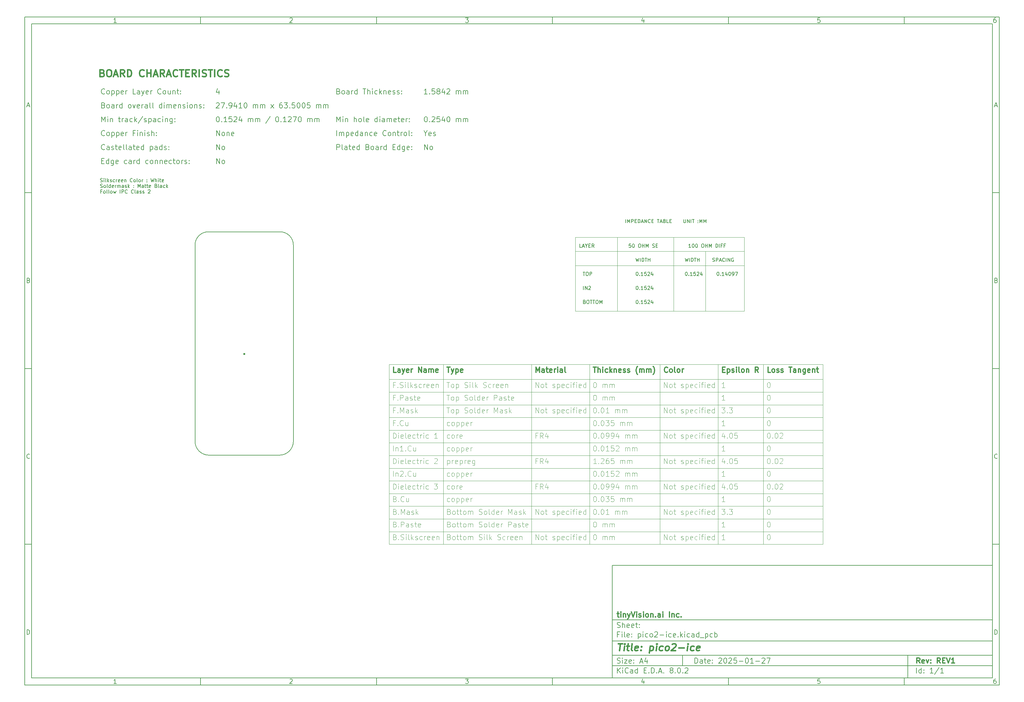
<source format=gbr>
%TF.GenerationSoftware,KiCad,Pcbnew,8.0.2*%
%TF.CreationDate,2025-02-02T23:53:12+05:30*%
%TF.ProjectId,pico2-ice,7069636f-322d-4696-9365-2e6b69636164,REV1*%
%TF.SameCoordinates,Original*%
%TF.FileFunction,OtherDrawing,Comment*%
%FSLAX46Y46*%
G04 Gerber Fmt 4.6, Leading zero omitted, Abs format (unit mm)*
G04 Created by KiCad (PCBNEW 8.0.2) date 2025-02-02 23:53:12*
%MOMM*%
%LPD*%
G01*
G04 APERTURE LIST*
%ADD10C,0.100000*%
%ADD11C,0.150000*%
%ADD12C,0.300000*%
%ADD13C,0.400000*%
%ADD14C,0.200000*%
%ADD15C,0.600000*%
%TA.AperFunction,Profile*%
%ADD16C,0.127000*%
%TD*%
G04 APERTURE END LIST*
D10*
D11*
X177002200Y-166007200D02*
X285002200Y-166007200D01*
X285002200Y-198007200D01*
X177002200Y-198007200D01*
X177002200Y-166007200D01*
D10*
D11*
X10000000Y-10000000D02*
X287002200Y-10000000D01*
X287002200Y-200007200D01*
X10000000Y-200007200D01*
X10000000Y-10000000D01*
D10*
D11*
X12000000Y-12000000D02*
X285002200Y-12000000D01*
X285002200Y-198007200D01*
X12000000Y-198007200D01*
X12000000Y-12000000D01*
D10*
D11*
X60000000Y-12000000D02*
X60000000Y-10000000D01*
D10*
D11*
X110000000Y-12000000D02*
X110000000Y-10000000D01*
D10*
D11*
X160000000Y-12000000D02*
X160000000Y-10000000D01*
D10*
D11*
X210000000Y-12000000D02*
X210000000Y-10000000D01*
D10*
D11*
X260000000Y-12000000D02*
X260000000Y-10000000D01*
D10*
D11*
X36089160Y-11593604D02*
X35346303Y-11593604D01*
X35717731Y-11593604D02*
X35717731Y-10293604D01*
X35717731Y-10293604D02*
X35593922Y-10479319D01*
X35593922Y-10479319D02*
X35470112Y-10603128D01*
X35470112Y-10603128D02*
X35346303Y-10665033D01*
D10*
D11*
X85346303Y-10417414D02*
X85408207Y-10355509D01*
X85408207Y-10355509D02*
X85532017Y-10293604D01*
X85532017Y-10293604D02*
X85841541Y-10293604D01*
X85841541Y-10293604D02*
X85965350Y-10355509D01*
X85965350Y-10355509D02*
X86027255Y-10417414D01*
X86027255Y-10417414D02*
X86089160Y-10541223D01*
X86089160Y-10541223D02*
X86089160Y-10665033D01*
X86089160Y-10665033D02*
X86027255Y-10850747D01*
X86027255Y-10850747D02*
X85284398Y-11593604D01*
X85284398Y-11593604D02*
X86089160Y-11593604D01*
D10*
D11*
X135284398Y-10293604D02*
X136089160Y-10293604D01*
X136089160Y-10293604D02*
X135655826Y-10788842D01*
X135655826Y-10788842D02*
X135841541Y-10788842D01*
X135841541Y-10788842D02*
X135965350Y-10850747D01*
X135965350Y-10850747D02*
X136027255Y-10912652D01*
X136027255Y-10912652D02*
X136089160Y-11036461D01*
X136089160Y-11036461D02*
X136089160Y-11345985D01*
X136089160Y-11345985D02*
X136027255Y-11469795D01*
X136027255Y-11469795D02*
X135965350Y-11531700D01*
X135965350Y-11531700D02*
X135841541Y-11593604D01*
X135841541Y-11593604D02*
X135470112Y-11593604D01*
X135470112Y-11593604D02*
X135346303Y-11531700D01*
X135346303Y-11531700D02*
X135284398Y-11469795D01*
D10*
D11*
X185965350Y-10726938D02*
X185965350Y-11593604D01*
X185655826Y-10231700D02*
X185346303Y-11160271D01*
X185346303Y-11160271D02*
X186151064Y-11160271D01*
D10*
D11*
X236027255Y-10293604D02*
X235408207Y-10293604D01*
X235408207Y-10293604D02*
X235346303Y-10912652D01*
X235346303Y-10912652D02*
X235408207Y-10850747D01*
X235408207Y-10850747D02*
X235532017Y-10788842D01*
X235532017Y-10788842D02*
X235841541Y-10788842D01*
X235841541Y-10788842D02*
X235965350Y-10850747D01*
X235965350Y-10850747D02*
X236027255Y-10912652D01*
X236027255Y-10912652D02*
X236089160Y-11036461D01*
X236089160Y-11036461D02*
X236089160Y-11345985D01*
X236089160Y-11345985D02*
X236027255Y-11469795D01*
X236027255Y-11469795D02*
X235965350Y-11531700D01*
X235965350Y-11531700D02*
X235841541Y-11593604D01*
X235841541Y-11593604D02*
X235532017Y-11593604D01*
X235532017Y-11593604D02*
X235408207Y-11531700D01*
X235408207Y-11531700D02*
X235346303Y-11469795D01*
D10*
D11*
X285965350Y-10293604D02*
X285717731Y-10293604D01*
X285717731Y-10293604D02*
X285593922Y-10355509D01*
X285593922Y-10355509D02*
X285532017Y-10417414D01*
X285532017Y-10417414D02*
X285408207Y-10603128D01*
X285408207Y-10603128D02*
X285346303Y-10850747D01*
X285346303Y-10850747D02*
X285346303Y-11345985D01*
X285346303Y-11345985D02*
X285408207Y-11469795D01*
X285408207Y-11469795D02*
X285470112Y-11531700D01*
X285470112Y-11531700D02*
X285593922Y-11593604D01*
X285593922Y-11593604D02*
X285841541Y-11593604D01*
X285841541Y-11593604D02*
X285965350Y-11531700D01*
X285965350Y-11531700D02*
X286027255Y-11469795D01*
X286027255Y-11469795D02*
X286089160Y-11345985D01*
X286089160Y-11345985D02*
X286089160Y-11036461D01*
X286089160Y-11036461D02*
X286027255Y-10912652D01*
X286027255Y-10912652D02*
X285965350Y-10850747D01*
X285965350Y-10850747D02*
X285841541Y-10788842D01*
X285841541Y-10788842D02*
X285593922Y-10788842D01*
X285593922Y-10788842D02*
X285470112Y-10850747D01*
X285470112Y-10850747D02*
X285408207Y-10912652D01*
X285408207Y-10912652D02*
X285346303Y-11036461D01*
D10*
D11*
X60000000Y-198007200D02*
X60000000Y-200007200D01*
D10*
D11*
X110000000Y-198007200D02*
X110000000Y-200007200D01*
D10*
D11*
X160000000Y-198007200D02*
X160000000Y-200007200D01*
D10*
D11*
X210000000Y-198007200D02*
X210000000Y-200007200D01*
D10*
D11*
X260000000Y-198007200D02*
X260000000Y-200007200D01*
D10*
D11*
X36089160Y-199600804D02*
X35346303Y-199600804D01*
X35717731Y-199600804D02*
X35717731Y-198300804D01*
X35717731Y-198300804D02*
X35593922Y-198486519D01*
X35593922Y-198486519D02*
X35470112Y-198610328D01*
X35470112Y-198610328D02*
X35346303Y-198672233D01*
D10*
D11*
X85346303Y-198424614D02*
X85408207Y-198362709D01*
X85408207Y-198362709D02*
X85532017Y-198300804D01*
X85532017Y-198300804D02*
X85841541Y-198300804D01*
X85841541Y-198300804D02*
X85965350Y-198362709D01*
X85965350Y-198362709D02*
X86027255Y-198424614D01*
X86027255Y-198424614D02*
X86089160Y-198548423D01*
X86089160Y-198548423D02*
X86089160Y-198672233D01*
X86089160Y-198672233D02*
X86027255Y-198857947D01*
X86027255Y-198857947D02*
X85284398Y-199600804D01*
X85284398Y-199600804D02*
X86089160Y-199600804D01*
D10*
D11*
X135284398Y-198300804D02*
X136089160Y-198300804D01*
X136089160Y-198300804D02*
X135655826Y-198796042D01*
X135655826Y-198796042D02*
X135841541Y-198796042D01*
X135841541Y-198796042D02*
X135965350Y-198857947D01*
X135965350Y-198857947D02*
X136027255Y-198919852D01*
X136027255Y-198919852D02*
X136089160Y-199043661D01*
X136089160Y-199043661D02*
X136089160Y-199353185D01*
X136089160Y-199353185D02*
X136027255Y-199476995D01*
X136027255Y-199476995D02*
X135965350Y-199538900D01*
X135965350Y-199538900D02*
X135841541Y-199600804D01*
X135841541Y-199600804D02*
X135470112Y-199600804D01*
X135470112Y-199600804D02*
X135346303Y-199538900D01*
X135346303Y-199538900D02*
X135284398Y-199476995D01*
D10*
D11*
X185965350Y-198734138D02*
X185965350Y-199600804D01*
X185655826Y-198238900D02*
X185346303Y-199167471D01*
X185346303Y-199167471D02*
X186151064Y-199167471D01*
D10*
D11*
X236027255Y-198300804D02*
X235408207Y-198300804D01*
X235408207Y-198300804D02*
X235346303Y-198919852D01*
X235346303Y-198919852D02*
X235408207Y-198857947D01*
X235408207Y-198857947D02*
X235532017Y-198796042D01*
X235532017Y-198796042D02*
X235841541Y-198796042D01*
X235841541Y-198796042D02*
X235965350Y-198857947D01*
X235965350Y-198857947D02*
X236027255Y-198919852D01*
X236027255Y-198919852D02*
X236089160Y-199043661D01*
X236089160Y-199043661D02*
X236089160Y-199353185D01*
X236089160Y-199353185D02*
X236027255Y-199476995D01*
X236027255Y-199476995D02*
X235965350Y-199538900D01*
X235965350Y-199538900D02*
X235841541Y-199600804D01*
X235841541Y-199600804D02*
X235532017Y-199600804D01*
X235532017Y-199600804D02*
X235408207Y-199538900D01*
X235408207Y-199538900D02*
X235346303Y-199476995D01*
D10*
D11*
X285965350Y-198300804D02*
X285717731Y-198300804D01*
X285717731Y-198300804D02*
X285593922Y-198362709D01*
X285593922Y-198362709D02*
X285532017Y-198424614D01*
X285532017Y-198424614D02*
X285408207Y-198610328D01*
X285408207Y-198610328D02*
X285346303Y-198857947D01*
X285346303Y-198857947D02*
X285346303Y-199353185D01*
X285346303Y-199353185D02*
X285408207Y-199476995D01*
X285408207Y-199476995D02*
X285470112Y-199538900D01*
X285470112Y-199538900D02*
X285593922Y-199600804D01*
X285593922Y-199600804D02*
X285841541Y-199600804D01*
X285841541Y-199600804D02*
X285965350Y-199538900D01*
X285965350Y-199538900D02*
X286027255Y-199476995D01*
X286027255Y-199476995D02*
X286089160Y-199353185D01*
X286089160Y-199353185D02*
X286089160Y-199043661D01*
X286089160Y-199043661D02*
X286027255Y-198919852D01*
X286027255Y-198919852D02*
X285965350Y-198857947D01*
X285965350Y-198857947D02*
X285841541Y-198796042D01*
X285841541Y-198796042D02*
X285593922Y-198796042D01*
X285593922Y-198796042D02*
X285470112Y-198857947D01*
X285470112Y-198857947D02*
X285408207Y-198919852D01*
X285408207Y-198919852D02*
X285346303Y-199043661D01*
D10*
D11*
X10000000Y-60000000D02*
X12000000Y-60000000D01*
D10*
D11*
X10000000Y-110000000D02*
X12000000Y-110000000D01*
D10*
D11*
X10000000Y-160000000D02*
X12000000Y-160000000D01*
D10*
D11*
X10690476Y-35222176D02*
X11309523Y-35222176D01*
X10566666Y-35593604D02*
X10999999Y-34293604D01*
X10999999Y-34293604D02*
X11433333Y-35593604D01*
D10*
D11*
X11092857Y-84912652D02*
X11278571Y-84974557D01*
X11278571Y-84974557D02*
X11340476Y-85036461D01*
X11340476Y-85036461D02*
X11402380Y-85160271D01*
X11402380Y-85160271D02*
X11402380Y-85345985D01*
X11402380Y-85345985D02*
X11340476Y-85469795D01*
X11340476Y-85469795D02*
X11278571Y-85531700D01*
X11278571Y-85531700D02*
X11154761Y-85593604D01*
X11154761Y-85593604D02*
X10659523Y-85593604D01*
X10659523Y-85593604D02*
X10659523Y-84293604D01*
X10659523Y-84293604D02*
X11092857Y-84293604D01*
X11092857Y-84293604D02*
X11216666Y-84355509D01*
X11216666Y-84355509D02*
X11278571Y-84417414D01*
X11278571Y-84417414D02*
X11340476Y-84541223D01*
X11340476Y-84541223D02*
X11340476Y-84665033D01*
X11340476Y-84665033D02*
X11278571Y-84788842D01*
X11278571Y-84788842D02*
X11216666Y-84850747D01*
X11216666Y-84850747D02*
X11092857Y-84912652D01*
X11092857Y-84912652D02*
X10659523Y-84912652D01*
D10*
D11*
X11402380Y-135469795D02*
X11340476Y-135531700D01*
X11340476Y-135531700D02*
X11154761Y-135593604D01*
X11154761Y-135593604D02*
X11030952Y-135593604D01*
X11030952Y-135593604D02*
X10845238Y-135531700D01*
X10845238Y-135531700D02*
X10721428Y-135407890D01*
X10721428Y-135407890D02*
X10659523Y-135284080D01*
X10659523Y-135284080D02*
X10597619Y-135036461D01*
X10597619Y-135036461D02*
X10597619Y-134850747D01*
X10597619Y-134850747D02*
X10659523Y-134603128D01*
X10659523Y-134603128D02*
X10721428Y-134479319D01*
X10721428Y-134479319D02*
X10845238Y-134355509D01*
X10845238Y-134355509D02*
X11030952Y-134293604D01*
X11030952Y-134293604D02*
X11154761Y-134293604D01*
X11154761Y-134293604D02*
X11340476Y-134355509D01*
X11340476Y-134355509D02*
X11402380Y-134417414D01*
D10*
D11*
X10659523Y-185593604D02*
X10659523Y-184293604D01*
X10659523Y-184293604D02*
X10969047Y-184293604D01*
X10969047Y-184293604D02*
X11154761Y-184355509D01*
X11154761Y-184355509D02*
X11278571Y-184479319D01*
X11278571Y-184479319D02*
X11340476Y-184603128D01*
X11340476Y-184603128D02*
X11402380Y-184850747D01*
X11402380Y-184850747D02*
X11402380Y-185036461D01*
X11402380Y-185036461D02*
X11340476Y-185284080D01*
X11340476Y-185284080D02*
X11278571Y-185407890D01*
X11278571Y-185407890D02*
X11154761Y-185531700D01*
X11154761Y-185531700D02*
X10969047Y-185593604D01*
X10969047Y-185593604D02*
X10659523Y-185593604D01*
D10*
D11*
X287002200Y-60000000D02*
X285002200Y-60000000D01*
D10*
D11*
X287002200Y-110000000D02*
X285002200Y-110000000D01*
D10*
D11*
X287002200Y-160000000D02*
X285002200Y-160000000D01*
D10*
D11*
X285692676Y-35222176D02*
X286311723Y-35222176D01*
X285568866Y-35593604D02*
X286002199Y-34293604D01*
X286002199Y-34293604D02*
X286435533Y-35593604D01*
D10*
D11*
X286095057Y-84912652D02*
X286280771Y-84974557D01*
X286280771Y-84974557D02*
X286342676Y-85036461D01*
X286342676Y-85036461D02*
X286404580Y-85160271D01*
X286404580Y-85160271D02*
X286404580Y-85345985D01*
X286404580Y-85345985D02*
X286342676Y-85469795D01*
X286342676Y-85469795D02*
X286280771Y-85531700D01*
X286280771Y-85531700D02*
X286156961Y-85593604D01*
X286156961Y-85593604D02*
X285661723Y-85593604D01*
X285661723Y-85593604D02*
X285661723Y-84293604D01*
X285661723Y-84293604D02*
X286095057Y-84293604D01*
X286095057Y-84293604D02*
X286218866Y-84355509D01*
X286218866Y-84355509D02*
X286280771Y-84417414D01*
X286280771Y-84417414D02*
X286342676Y-84541223D01*
X286342676Y-84541223D02*
X286342676Y-84665033D01*
X286342676Y-84665033D02*
X286280771Y-84788842D01*
X286280771Y-84788842D02*
X286218866Y-84850747D01*
X286218866Y-84850747D02*
X286095057Y-84912652D01*
X286095057Y-84912652D02*
X285661723Y-84912652D01*
D10*
D11*
X286404580Y-135469795D02*
X286342676Y-135531700D01*
X286342676Y-135531700D02*
X286156961Y-135593604D01*
X286156961Y-135593604D02*
X286033152Y-135593604D01*
X286033152Y-135593604D02*
X285847438Y-135531700D01*
X285847438Y-135531700D02*
X285723628Y-135407890D01*
X285723628Y-135407890D02*
X285661723Y-135284080D01*
X285661723Y-135284080D02*
X285599819Y-135036461D01*
X285599819Y-135036461D02*
X285599819Y-134850747D01*
X285599819Y-134850747D02*
X285661723Y-134603128D01*
X285661723Y-134603128D02*
X285723628Y-134479319D01*
X285723628Y-134479319D02*
X285847438Y-134355509D01*
X285847438Y-134355509D02*
X286033152Y-134293604D01*
X286033152Y-134293604D02*
X286156961Y-134293604D01*
X286156961Y-134293604D02*
X286342676Y-134355509D01*
X286342676Y-134355509D02*
X286404580Y-134417414D01*
D10*
D11*
X285661723Y-185593604D02*
X285661723Y-184293604D01*
X285661723Y-184293604D02*
X285971247Y-184293604D01*
X285971247Y-184293604D02*
X286156961Y-184355509D01*
X286156961Y-184355509D02*
X286280771Y-184479319D01*
X286280771Y-184479319D02*
X286342676Y-184603128D01*
X286342676Y-184603128D02*
X286404580Y-184850747D01*
X286404580Y-184850747D02*
X286404580Y-185036461D01*
X286404580Y-185036461D02*
X286342676Y-185284080D01*
X286342676Y-185284080D02*
X286280771Y-185407890D01*
X286280771Y-185407890D02*
X286156961Y-185531700D01*
X286156961Y-185531700D02*
X285971247Y-185593604D01*
X285971247Y-185593604D02*
X285661723Y-185593604D01*
D10*
D11*
X200458026Y-193793328D02*
X200458026Y-192293328D01*
X200458026Y-192293328D02*
X200815169Y-192293328D01*
X200815169Y-192293328D02*
X201029455Y-192364757D01*
X201029455Y-192364757D02*
X201172312Y-192507614D01*
X201172312Y-192507614D02*
X201243741Y-192650471D01*
X201243741Y-192650471D02*
X201315169Y-192936185D01*
X201315169Y-192936185D02*
X201315169Y-193150471D01*
X201315169Y-193150471D02*
X201243741Y-193436185D01*
X201243741Y-193436185D02*
X201172312Y-193579042D01*
X201172312Y-193579042D02*
X201029455Y-193721900D01*
X201029455Y-193721900D02*
X200815169Y-193793328D01*
X200815169Y-193793328D02*
X200458026Y-193793328D01*
X202600884Y-193793328D02*
X202600884Y-193007614D01*
X202600884Y-193007614D02*
X202529455Y-192864757D01*
X202529455Y-192864757D02*
X202386598Y-192793328D01*
X202386598Y-192793328D02*
X202100884Y-192793328D01*
X202100884Y-192793328D02*
X201958026Y-192864757D01*
X202600884Y-193721900D02*
X202458026Y-193793328D01*
X202458026Y-193793328D02*
X202100884Y-193793328D01*
X202100884Y-193793328D02*
X201958026Y-193721900D01*
X201958026Y-193721900D02*
X201886598Y-193579042D01*
X201886598Y-193579042D02*
X201886598Y-193436185D01*
X201886598Y-193436185D02*
X201958026Y-193293328D01*
X201958026Y-193293328D02*
X202100884Y-193221900D01*
X202100884Y-193221900D02*
X202458026Y-193221900D01*
X202458026Y-193221900D02*
X202600884Y-193150471D01*
X203100884Y-192793328D02*
X203672312Y-192793328D01*
X203315169Y-192293328D02*
X203315169Y-193579042D01*
X203315169Y-193579042D02*
X203386598Y-193721900D01*
X203386598Y-193721900D02*
X203529455Y-193793328D01*
X203529455Y-193793328D02*
X203672312Y-193793328D01*
X204743741Y-193721900D02*
X204600884Y-193793328D01*
X204600884Y-193793328D02*
X204315170Y-193793328D01*
X204315170Y-193793328D02*
X204172312Y-193721900D01*
X204172312Y-193721900D02*
X204100884Y-193579042D01*
X204100884Y-193579042D02*
X204100884Y-193007614D01*
X204100884Y-193007614D02*
X204172312Y-192864757D01*
X204172312Y-192864757D02*
X204315170Y-192793328D01*
X204315170Y-192793328D02*
X204600884Y-192793328D01*
X204600884Y-192793328D02*
X204743741Y-192864757D01*
X204743741Y-192864757D02*
X204815170Y-193007614D01*
X204815170Y-193007614D02*
X204815170Y-193150471D01*
X204815170Y-193150471D02*
X204100884Y-193293328D01*
X205458026Y-193650471D02*
X205529455Y-193721900D01*
X205529455Y-193721900D02*
X205458026Y-193793328D01*
X205458026Y-193793328D02*
X205386598Y-193721900D01*
X205386598Y-193721900D02*
X205458026Y-193650471D01*
X205458026Y-193650471D02*
X205458026Y-193793328D01*
X205458026Y-192864757D02*
X205529455Y-192936185D01*
X205529455Y-192936185D02*
X205458026Y-193007614D01*
X205458026Y-193007614D02*
X205386598Y-192936185D01*
X205386598Y-192936185D02*
X205458026Y-192864757D01*
X205458026Y-192864757D02*
X205458026Y-193007614D01*
X207243741Y-192436185D02*
X207315169Y-192364757D01*
X207315169Y-192364757D02*
X207458027Y-192293328D01*
X207458027Y-192293328D02*
X207815169Y-192293328D01*
X207815169Y-192293328D02*
X207958027Y-192364757D01*
X207958027Y-192364757D02*
X208029455Y-192436185D01*
X208029455Y-192436185D02*
X208100884Y-192579042D01*
X208100884Y-192579042D02*
X208100884Y-192721900D01*
X208100884Y-192721900D02*
X208029455Y-192936185D01*
X208029455Y-192936185D02*
X207172312Y-193793328D01*
X207172312Y-193793328D02*
X208100884Y-193793328D01*
X209029455Y-192293328D02*
X209172312Y-192293328D01*
X209172312Y-192293328D02*
X209315169Y-192364757D01*
X209315169Y-192364757D02*
X209386598Y-192436185D01*
X209386598Y-192436185D02*
X209458026Y-192579042D01*
X209458026Y-192579042D02*
X209529455Y-192864757D01*
X209529455Y-192864757D02*
X209529455Y-193221900D01*
X209529455Y-193221900D02*
X209458026Y-193507614D01*
X209458026Y-193507614D02*
X209386598Y-193650471D01*
X209386598Y-193650471D02*
X209315169Y-193721900D01*
X209315169Y-193721900D02*
X209172312Y-193793328D01*
X209172312Y-193793328D02*
X209029455Y-193793328D01*
X209029455Y-193793328D02*
X208886598Y-193721900D01*
X208886598Y-193721900D02*
X208815169Y-193650471D01*
X208815169Y-193650471D02*
X208743740Y-193507614D01*
X208743740Y-193507614D02*
X208672312Y-193221900D01*
X208672312Y-193221900D02*
X208672312Y-192864757D01*
X208672312Y-192864757D02*
X208743740Y-192579042D01*
X208743740Y-192579042D02*
X208815169Y-192436185D01*
X208815169Y-192436185D02*
X208886598Y-192364757D01*
X208886598Y-192364757D02*
X209029455Y-192293328D01*
X210100883Y-192436185D02*
X210172311Y-192364757D01*
X210172311Y-192364757D02*
X210315169Y-192293328D01*
X210315169Y-192293328D02*
X210672311Y-192293328D01*
X210672311Y-192293328D02*
X210815169Y-192364757D01*
X210815169Y-192364757D02*
X210886597Y-192436185D01*
X210886597Y-192436185D02*
X210958026Y-192579042D01*
X210958026Y-192579042D02*
X210958026Y-192721900D01*
X210958026Y-192721900D02*
X210886597Y-192936185D01*
X210886597Y-192936185D02*
X210029454Y-193793328D01*
X210029454Y-193793328D02*
X210958026Y-193793328D01*
X212315168Y-192293328D02*
X211600882Y-192293328D01*
X211600882Y-192293328D02*
X211529454Y-193007614D01*
X211529454Y-193007614D02*
X211600882Y-192936185D01*
X211600882Y-192936185D02*
X211743740Y-192864757D01*
X211743740Y-192864757D02*
X212100882Y-192864757D01*
X212100882Y-192864757D02*
X212243740Y-192936185D01*
X212243740Y-192936185D02*
X212315168Y-193007614D01*
X212315168Y-193007614D02*
X212386597Y-193150471D01*
X212386597Y-193150471D02*
X212386597Y-193507614D01*
X212386597Y-193507614D02*
X212315168Y-193650471D01*
X212315168Y-193650471D02*
X212243740Y-193721900D01*
X212243740Y-193721900D02*
X212100882Y-193793328D01*
X212100882Y-193793328D02*
X211743740Y-193793328D01*
X211743740Y-193793328D02*
X211600882Y-193721900D01*
X211600882Y-193721900D02*
X211529454Y-193650471D01*
X213029453Y-193221900D02*
X214172311Y-193221900D01*
X215172311Y-192293328D02*
X215315168Y-192293328D01*
X215315168Y-192293328D02*
X215458025Y-192364757D01*
X215458025Y-192364757D02*
X215529454Y-192436185D01*
X215529454Y-192436185D02*
X215600882Y-192579042D01*
X215600882Y-192579042D02*
X215672311Y-192864757D01*
X215672311Y-192864757D02*
X215672311Y-193221900D01*
X215672311Y-193221900D02*
X215600882Y-193507614D01*
X215600882Y-193507614D02*
X215529454Y-193650471D01*
X215529454Y-193650471D02*
X215458025Y-193721900D01*
X215458025Y-193721900D02*
X215315168Y-193793328D01*
X215315168Y-193793328D02*
X215172311Y-193793328D01*
X215172311Y-193793328D02*
X215029454Y-193721900D01*
X215029454Y-193721900D02*
X214958025Y-193650471D01*
X214958025Y-193650471D02*
X214886596Y-193507614D01*
X214886596Y-193507614D02*
X214815168Y-193221900D01*
X214815168Y-193221900D02*
X214815168Y-192864757D01*
X214815168Y-192864757D02*
X214886596Y-192579042D01*
X214886596Y-192579042D02*
X214958025Y-192436185D01*
X214958025Y-192436185D02*
X215029454Y-192364757D01*
X215029454Y-192364757D02*
X215172311Y-192293328D01*
X217100882Y-193793328D02*
X216243739Y-193793328D01*
X216672310Y-193793328D02*
X216672310Y-192293328D01*
X216672310Y-192293328D02*
X216529453Y-192507614D01*
X216529453Y-192507614D02*
X216386596Y-192650471D01*
X216386596Y-192650471D02*
X216243739Y-192721900D01*
X217743738Y-193221900D02*
X218886596Y-193221900D01*
X219529453Y-192436185D02*
X219600881Y-192364757D01*
X219600881Y-192364757D02*
X219743739Y-192293328D01*
X219743739Y-192293328D02*
X220100881Y-192293328D01*
X220100881Y-192293328D02*
X220243739Y-192364757D01*
X220243739Y-192364757D02*
X220315167Y-192436185D01*
X220315167Y-192436185D02*
X220386596Y-192579042D01*
X220386596Y-192579042D02*
X220386596Y-192721900D01*
X220386596Y-192721900D02*
X220315167Y-192936185D01*
X220315167Y-192936185D02*
X219458024Y-193793328D01*
X219458024Y-193793328D02*
X220386596Y-193793328D01*
X220886595Y-192293328D02*
X221886595Y-192293328D01*
X221886595Y-192293328D02*
X221243738Y-193793328D01*
D10*
D11*
X177002200Y-194507200D02*
X285002200Y-194507200D01*
D10*
D11*
X178458026Y-196593328D02*
X178458026Y-195093328D01*
X179315169Y-196593328D02*
X178672312Y-195736185D01*
X179315169Y-195093328D02*
X178458026Y-195950471D01*
X179958026Y-196593328D02*
X179958026Y-195593328D01*
X179958026Y-195093328D02*
X179886598Y-195164757D01*
X179886598Y-195164757D02*
X179958026Y-195236185D01*
X179958026Y-195236185D02*
X180029455Y-195164757D01*
X180029455Y-195164757D02*
X179958026Y-195093328D01*
X179958026Y-195093328D02*
X179958026Y-195236185D01*
X181529455Y-196450471D02*
X181458027Y-196521900D01*
X181458027Y-196521900D02*
X181243741Y-196593328D01*
X181243741Y-196593328D02*
X181100884Y-196593328D01*
X181100884Y-196593328D02*
X180886598Y-196521900D01*
X180886598Y-196521900D02*
X180743741Y-196379042D01*
X180743741Y-196379042D02*
X180672312Y-196236185D01*
X180672312Y-196236185D02*
X180600884Y-195950471D01*
X180600884Y-195950471D02*
X180600884Y-195736185D01*
X180600884Y-195736185D02*
X180672312Y-195450471D01*
X180672312Y-195450471D02*
X180743741Y-195307614D01*
X180743741Y-195307614D02*
X180886598Y-195164757D01*
X180886598Y-195164757D02*
X181100884Y-195093328D01*
X181100884Y-195093328D02*
X181243741Y-195093328D01*
X181243741Y-195093328D02*
X181458027Y-195164757D01*
X181458027Y-195164757D02*
X181529455Y-195236185D01*
X182815170Y-196593328D02*
X182815170Y-195807614D01*
X182815170Y-195807614D02*
X182743741Y-195664757D01*
X182743741Y-195664757D02*
X182600884Y-195593328D01*
X182600884Y-195593328D02*
X182315170Y-195593328D01*
X182315170Y-195593328D02*
X182172312Y-195664757D01*
X182815170Y-196521900D02*
X182672312Y-196593328D01*
X182672312Y-196593328D02*
X182315170Y-196593328D01*
X182315170Y-196593328D02*
X182172312Y-196521900D01*
X182172312Y-196521900D02*
X182100884Y-196379042D01*
X182100884Y-196379042D02*
X182100884Y-196236185D01*
X182100884Y-196236185D02*
X182172312Y-196093328D01*
X182172312Y-196093328D02*
X182315170Y-196021900D01*
X182315170Y-196021900D02*
X182672312Y-196021900D01*
X182672312Y-196021900D02*
X182815170Y-195950471D01*
X184172313Y-196593328D02*
X184172313Y-195093328D01*
X184172313Y-196521900D02*
X184029455Y-196593328D01*
X184029455Y-196593328D02*
X183743741Y-196593328D01*
X183743741Y-196593328D02*
X183600884Y-196521900D01*
X183600884Y-196521900D02*
X183529455Y-196450471D01*
X183529455Y-196450471D02*
X183458027Y-196307614D01*
X183458027Y-196307614D02*
X183458027Y-195879042D01*
X183458027Y-195879042D02*
X183529455Y-195736185D01*
X183529455Y-195736185D02*
X183600884Y-195664757D01*
X183600884Y-195664757D02*
X183743741Y-195593328D01*
X183743741Y-195593328D02*
X184029455Y-195593328D01*
X184029455Y-195593328D02*
X184172313Y-195664757D01*
X186029455Y-195807614D02*
X186529455Y-195807614D01*
X186743741Y-196593328D02*
X186029455Y-196593328D01*
X186029455Y-196593328D02*
X186029455Y-195093328D01*
X186029455Y-195093328D02*
X186743741Y-195093328D01*
X187386598Y-196450471D02*
X187458027Y-196521900D01*
X187458027Y-196521900D02*
X187386598Y-196593328D01*
X187386598Y-196593328D02*
X187315170Y-196521900D01*
X187315170Y-196521900D02*
X187386598Y-196450471D01*
X187386598Y-196450471D02*
X187386598Y-196593328D01*
X188100884Y-196593328D02*
X188100884Y-195093328D01*
X188100884Y-195093328D02*
X188458027Y-195093328D01*
X188458027Y-195093328D02*
X188672313Y-195164757D01*
X188672313Y-195164757D02*
X188815170Y-195307614D01*
X188815170Y-195307614D02*
X188886599Y-195450471D01*
X188886599Y-195450471D02*
X188958027Y-195736185D01*
X188958027Y-195736185D02*
X188958027Y-195950471D01*
X188958027Y-195950471D02*
X188886599Y-196236185D01*
X188886599Y-196236185D02*
X188815170Y-196379042D01*
X188815170Y-196379042D02*
X188672313Y-196521900D01*
X188672313Y-196521900D02*
X188458027Y-196593328D01*
X188458027Y-196593328D02*
X188100884Y-196593328D01*
X189600884Y-196450471D02*
X189672313Y-196521900D01*
X189672313Y-196521900D02*
X189600884Y-196593328D01*
X189600884Y-196593328D02*
X189529456Y-196521900D01*
X189529456Y-196521900D02*
X189600884Y-196450471D01*
X189600884Y-196450471D02*
X189600884Y-196593328D01*
X190243742Y-196164757D02*
X190958028Y-196164757D01*
X190100885Y-196593328D02*
X190600885Y-195093328D01*
X190600885Y-195093328D02*
X191100885Y-196593328D01*
X191600884Y-196450471D02*
X191672313Y-196521900D01*
X191672313Y-196521900D02*
X191600884Y-196593328D01*
X191600884Y-196593328D02*
X191529456Y-196521900D01*
X191529456Y-196521900D02*
X191600884Y-196450471D01*
X191600884Y-196450471D02*
X191600884Y-196593328D01*
X193672313Y-195736185D02*
X193529456Y-195664757D01*
X193529456Y-195664757D02*
X193458027Y-195593328D01*
X193458027Y-195593328D02*
X193386599Y-195450471D01*
X193386599Y-195450471D02*
X193386599Y-195379042D01*
X193386599Y-195379042D02*
X193458027Y-195236185D01*
X193458027Y-195236185D02*
X193529456Y-195164757D01*
X193529456Y-195164757D02*
X193672313Y-195093328D01*
X193672313Y-195093328D02*
X193958027Y-195093328D01*
X193958027Y-195093328D02*
X194100885Y-195164757D01*
X194100885Y-195164757D02*
X194172313Y-195236185D01*
X194172313Y-195236185D02*
X194243742Y-195379042D01*
X194243742Y-195379042D02*
X194243742Y-195450471D01*
X194243742Y-195450471D02*
X194172313Y-195593328D01*
X194172313Y-195593328D02*
X194100885Y-195664757D01*
X194100885Y-195664757D02*
X193958027Y-195736185D01*
X193958027Y-195736185D02*
X193672313Y-195736185D01*
X193672313Y-195736185D02*
X193529456Y-195807614D01*
X193529456Y-195807614D02*
X193458027Y-195879042D01*
X193458027Y-195879042D02*
X193386599Y-196021900D01*
X193386599Y-196021900D02*
X193386599Y-196307614D01*
X193386599Y-196307614D02*
X193458027Y-196450471D01*
X193458027Y-196450471D02*
X193529456Y-196521900D01*
X193529456Y-196521900D02*
X193672313Y-196593328D01*
X193672313Y-196593328D02*
X193958027Y-196593328D01*
X193958027Y-196593328D02*
X194100885Y-196521900D01*
X194100885Y-196521900D02*
X194172313Y-196450471D01*
X194172313Y-196450471D02*
X194243742Y-196307614D01*
X194243742Y-196307614D02*
X194243742Y-196021900D01*
X194243742Y-196021900D02*
X194172313Y-195879042D01*
X194172313Y-195879042D02*
X194100885Y-195807614D01*
X194100885Y-195807614D02*
X193958027Y-195736185D01*
X194886598Y-196450471D02*
X194958027Y-196521900D01*
X194958027Y-196521900D02*
X194886598Y-196593328D01*
X194886598Y-196593328D02*
X194815170Y-196521900D01*
X194815170Y-196521900D02*
X194886598Y-196450471D01*
X194886598Y-196450471D02*
X194886598Y-196593328D01*
X195886599Y-195093328D02*
X196029456Y-195093328D01*
X196029456Y-195093328D02*
X196172313Y-195164757D01*
X196172313Y-195164757D02*
X196243742Y-195236185D01*
X196243742Y-195236185D02*
X196315170Y-195379042D01*
X196315170Y-195379042D02*
X196386599Y-195664757D01*
X196386599Y-195664757D02*
X196386599Y-196021900D01*
X196386599Y-196021900D02*
X196315170Y-196307614D01*
X196315170Y-196307614D02*
X196243742Y-196450471D01*
X196243742Y-196450471D02*
X196172313Y-196521900D01*
X196172313Y-196521900D02*
X196029456Y-196593328D01*
X196029456Y-196593328D02*
X195886599Y-196593328D01*
X195886599Y-196593328D02*
X195743742Y-196521900D01*
X195743742Y-196521900D02*
X195672313Y-196450471D01*
X195672313Y-196450471D02*
X195600884Y-196307614D01*
X195600884Y-196307614D02*
X195529456Y-196021900D01*
X195529456Y-196021900D02*
X195529456Y-195664757D01*
X195529456Y-195664757D02*
X195600884Y-195379042D01*
X195600884Y-195379042D02*
X195672313Y-195236185D01*
X195672313Y-195236185D02*
X195743742Y-195164757D01*
X195743742Y-195164757D02*
X195886599Y-195093328D01*
X197029455Y-196450471D02*
X197100884Y-196521900D01*
X197100884Y-196521900D02*
X197029455Y-196593328D01*
X197029455Y-196593328D02*
X196958027Y-196521900D01*
X196958027Y-196521900D02*
X197029455Y-196450471D01*
X197029455Y-196450471D02*
X197029455Y-196593328D01*
X197672313Y-195236185D02*
X197743741Y-195164757D01*
X197743741Y-195164757D02*
X197886599Y-195093328D01*
X197886599Y-195093328D02*
X198243741Y-195093328D01*
X198243741Y-195093328D02*
X198386599Y-195164757D01*
X198386599Y-195164757D02*
X198458027Y-195236185D01*
X198458027Y-195236185D02*
X198529456Y-195379042D01*
X198529456Y-195379042D02*
X198529456Y-195521900D01*
X198529456Y-195521900D02*
X198458027Y-195736185D01*
X198458027Y-195736185D02*
X197600884Y-196593328D01*
X197600884Y-196593328D02*
X198529456Y-196593328D01*
D10*
D11*
X177002200Y-191507200D02*
X285002200Y-191507200D01*
D10*
D12*
X264413853Y-193785528D02*
X263913853Y-193071242D01*
X263556710Y-193785528D02*
X263556710Y-192285528D01*
X263556710Y-192285528D02*
X264128139Y-192285528D01*
X264128139Y-192285528D02*
X264270996Y-192356957D01*
X264270996Y-192356957D02*
X264342425Y-192428385D01*
X264342425Y-192428385D02*
X264413853Y-192571242D01*
X264413853Y-192571242D02*
X264413853Y-192785528D01*
X264413853Y-192785528D02*
X264342425Y-192928385D01*
X264342425Y-192928385D02*
X264270996Y-192999814D01*
X264270996Y-192999814D02*
X264128139Y-193071242D01*
X264128139Y-193071242D02*
X263556710Y-193071242D01*
X265628139Y-193714100D02*
X265485282Y-193785528D01*
X265485282Y-193785528D02*
X265199568Y-193785528D01*
X265199568Y-193785528D02*
X265056710Y-193714100D01*
X265056710Y-193714100D02*
X264985282Y-193571242D01*
X264985282Y-193571242D02*
X264985282Y-192999814D01*
X264985282Y-192999814D02*
X265056710Y-192856957D01*
X265056710Y-192856957D02*
X265199568Y-192785528D01*
X265199568Y-192785528D02*
X265485282Y-192785528D01*
X265485282Y-192785528D02*
X265628139Y-192856957D01*
X265628139Y-192856957D02*
X265699568Y-192999814D01*
X265699568Y-192999814D02*
X265699568Y-193142671D01*
X265699568Y-193142671D02*
X264985282Y-193285528D01*
X266199567Y-192785528D02*
X266556710Y-193785528D01*
X266556710Y-193785528D02*
X266913853Y-192785528D01*
X267485281Y-193642671D02*
X267556710Y-193714100D01*
X267556710Y-193714100D02*
X267485281Y-193785528D01*
X267485281Y-193785528D02*
X267413853Y-193714100D01*
X267413853Y-193714100D02*
X267485281Y-193642671D01*
X267485281Y-193642671D02*
X267485281Y-193785528D01*
X267485281Y-192856957D02*
X267556710Y-192928385D01*
X267556710Y-192928385D02*
X267485281Y-192999814D01*
X267485281Y-192999814D02*
X267413853Y-192928385D01*
X267413853Y-192928385D02*
X267485281Y-192856957D01*
X267485281Y-192856957D02*
X267485281Y-192999814D01*
X270199567Y-193785528D02*
X269699567Y-193071242D01*
X269342424Y-193785528D02*
X269342424Y-192285528D01*
X269342424Y-192285528D02*
X269913853Y-192285528D01*
X269913853Y-192285528D02*
X270056710Y-192356957D01*
X270056710Y-192356957D02*
X270128139Y-192428385D01*
X270128139Y-192428385D02*
X270199567Y-192571242D01*
X270199567Y-192571242D02*
X270199567Y-192785528D01*
X270199567Y-192785528D02*
X270128139Y-192928385D01*
X270128139Y-192928385D02*
X270056710Y-192999814D01*
X270056710Y-192999814D02*
X269913853Y-193071242D01*
X269913853Y-193071242D02*
X269342424Y-193071242D01*
X270842424Y-192999814D02*
X271342424Y-192999814D01*
X271556710Y-193785528D02*
X270842424Y-193785528D01*
X270842424Y-193785528D02*
X270842424Y-192285528D01*
X270842424Y-192285528D02*
X271556710Y-192285528D01*
X271985282Y-192285528D02*
X272485282Y-193785528D01*
X272485282Y-193785528D02*
X272985282Y-192285528D01*
X274270996Y-193785528D02*
X273413853Y-193785528D01*
X273842424Y-193785528D02*
X273842424Y-192285528D01*
X273842424Y-192285528D02*
X273699567Y-192499814D01*
X273699567Y-192499814D02*
X273556710Y-192642671D01*
X273556710Y-192642671D02*
X273413853Y-192714100D01*
D10*
D11*
X178386598Y-193721900D02*
X178600884Y-193793328D01*
X178600884Y-193793328D02*
X178958026Y-193793328D01*
X178958026Y-193793328D02*
X179100884Y-193721900D01*
X179100884Y-193721900D02*
X179172312Y-193650471D01*
X179172312Y-193650471D02*
X179243741Y-193507614D01*
X179243741Y-193507614D02*
X179243741Y-193364757D01*
X179243741Y-193364757D02*
X179172312Y-193221900D01*
X179172312Y-193221900D02*
X179100884Y-193150471D01*
X179100884Y-193150471D02*
X178958026Y-193079042D01*
X178958026Y-193079042D02*
X178672312Y-193007614D01*
X178672312Y-193007614D02*
X178529455Y-192936185D01*
X178529455Y-192936185D02*
X178458026Y-192864757D01*
X178458026Y-192864757D02*
X178386598Y-192721900D01*
X178386598Y-192721900D02*
X178386598Y-192579042D01*
X178386598Y-192579042D02*
X178458026Y-192436185D01*
X178458026Y-192436185D02*
X178529455Y-192364757D01*
X178529455Y-192364757D02*
X178672312Y-192293328D01*
X178672312Y-192293328D02*
X179029455Y-192293328D01*
X179029455Y-192293328D02*
X179243741Y-192364757D01*
X179886597Y-193793328D02*
X179886597Y-192793328D01*
X179886597Y-192293328D02*
X179815169Y-192364757D01*
X179815169Y-192364757D02*
X179886597Y-192436185D01*
X179886597Y-192436185D02*
X179958026Y-192364757D01*
X179958026Y-192364757D02*
X179886597Y-192293328D01*
X179886597Y-192293328D02*
X179886597Y-192436185D01*
X180458026Y-192793328D02*
X181243741Y-192793328D01*
X181243741Y-192793328D02*
X180458026Y-193793328D01*
X180458026Y-193793328D02*
X181243741Y-193793328D01*
X182386598Y-193721900D02*
X182243741Y-193793328D01*
X182243741Y-193793328D02*
X181958027Y-193793328D01*
X181958027Y-193793328D02*
X181815169Y-193721900D01*
X181815169Y-193721900D02*
X181743741Y-193579042D01*
X181743741Y-193579042D02*
X181743741Y-193007614D01*
X181743741Y-193007614D02*
X181815169Y-192864757D01*
X181815169Y-192864757D02*
X181958027Y-192793328D01*
X181958027Y-192793328D02*
X182243741Y-192793328D01*
X182243741Y-192793328D02*
X182386598Y-192864757D01*
X182386598Y-192864757D02*
X182458027Y-193007614D01*
X182458027Y-193007614D02*
X182458027Y-193150471D01*
X182458027Y-193150471D02*
X181743741Y-193293328D01*
X183100883Y-193650471D02*
X183172312Y-193721900D01*
X183172312Y-193721900D02*
X183100883Y-193793328D01*
X183100883Y-193793328D02*
X183029455Y-193721900D01*
X183029455Y-193721900D02*
X183100883Y-193650471D01*
X183100883Y-193650471D02*
X183100883Y-193793328D01*
X183100883Y-192864757D02*
X183172312Y-192936185D01*
X183172312Y-192936185D02*
X183100883Y-193007614D01*
X183100883Y-193007614D02*
X183029455Y-192936185D01*
X183029455Y-192936185D02*
X183100883Y-192864757D01*
X183100883Y-192864757D02*
X183100883Y-193007614D01*
X184886598Y-193364757D02*
X185600884Y-193364757D01*
X184743741Y-193793328D02*
X185243741Y-192293328D01*
X185243741Y-192293328D02*
X185743741Y-193793328D01*
X186886598Y-192793328D02*
X186886598Y-193793328D01*
X186529455Y-192221900D02*
X186172312Y-193293328D01*
X186172312Y-193293328D02*
X187100883Y-193293328D01*
D10*
D11*
X263458026Y-196593328D02*
X263458026Y-195093328D01*
X264815170Y-196593328D02*
X264815170Y-195093328D01*
X264815170Y-196521900D02*
X264672312Y-196593328D01*
X264672312Y-196593328D02*
X264386598Y-196593328D01*
X264386598Y-196593328D02*
X264243741Y-196521900D01*
X264243741Y-196521900D02*
X264172312Y-196450471D01*
X264172312Y-196450471D02*
X264100884Y-196307614D01*
X264100884Y-196307614D02*
X264100884Y-195879042D01*
X264100884Y-195879042D02*
X264172312Y-195736185D01*
X264172312Y-195736185D02*
X264243741Y-195664757D01*
X264243741Y-195664757D02*
X264386598Y-195593328D01*
X264386598Y-195593328D02*
X264672312Y-195593328D01*
X264672312Y-195593328D02*
X264815170Y-195664757D01*
X265529455Y-196450471D02*
X265600884Y-196521900D01*
X265600884Y-196521900D02*
X265529455Y-196593328D01*
X265529455Y-196593328D02*
X265458027Y-196521900D01*
X265458027Y-196521900D02*
X265529455Y-196450471D01*
X265529455Y-196450471D02*
X265529455Y-196593328D01*
X265529455Y-195664757D02*
X265600884Y-195736185D01*
X265600884Y-195736185D02*
X265529455Y-195807614D01*
X265529455Y-195807614D02*
X265458027Y-195736185D01*
X265458027Y-195736185D02*
X265529455Y-195664757D01*
X265529455Y-195664757D02*
X265529455Y-195807614D01*
X268172313Y-196593328D02*
X267315170Y-196593328D01*
X267743741Y-196593328D02*
X267743741Y-195093328D01*
X267743741Y-195093328D02*
X267600884Y-195307614D01*
X267600884Y-195307614D02*
X267458027Y-195450471D01*
X267458027Y-195450471D02*
X267315170Y-195521900D01*
X269886598Y-195021900D02*
X268600884Y-196950471D01*
X271172313Y-196593328D02*
X270315170Y-196593328D01*
X270743741Y-196593328D02*
X270743741Y-195093328D01*
X270743741Y-195093328D02*
X270600884Y-195307614D01*
X270600884Y-195307614D02*
X270458027Y-195450471D01*
X270458027Y-195450471D02*
X270315170Y-195521900D01*
D10*
D11*
X177002200Y-187507200D02*
X285002200Y-187507200D01*
D10*
D13*
X178693928Y-188211638D02*
X179836785Y-188211638D01*
X179015357Y-190211638D02*
X179265357Y-188211638D01*
X180253452Y-190211638D02*
X180420119Y-188878304D01*
X180503452Y-188211638D02*
X180396309Y-188306876D01*
X180396309Y-188306876D02*
X180479643Y-188402114D01*
X180479643Y-188402114D02*
X180586786Y-188306876D01*
X180586786Y-188306876D02*
X180503452Y-188211638D01*
X180503452Y-188211638D02*
X180479643Y-188402114D01*
X181086786Y-188878304D02*
X181848690Y-188878304D01*
X181455833Y-188211638D02*
X181241548Y-189925923D01*
X181241548Y-189925923D02*
X181312976Y-190116400D01*
X181312976Y-190116400D02*
X181491548Y-190211638D01*
X181491548Y-190211638D02*
X181682024Y-190211638D01*
X182634405Y-190211638D02*
X182455833Y-190116400D01*
X182455833Y-190116400D02*
X182384405Y-189925923D01*
X182384405Y-189925923D02*
X182598690Y-188211638D01*
X184170119Y-190116400D02*
X183967738Y-190211638D01*
X183967738Y-190211638D02*
X183586785Y-190211638D01*
X183586785Y-190211638D02*
X183408214Y-190116400D01*
X183408214Y-190116400D02*
X183336785Y-189925923D01*
X183336785Y-189925923D02*
X183432024Y-189164019D01*
X183432024Y-189164019D02*
X183551071Y-188973542D01*
X183551071Y-188973542D02*
X183753452Y-188878304D01*
X183753452Y-188878304D02*
X184134404Y-188878304D01*
X184134404Y-188878304D02*
X184312976Y-188973542D01*
X184312976Y-188973542D02*
X184384404Y-189164019D01*
X184384404Y-189164019D02*
X184360595Y-189354495D01*
X184360595Y-189354495D02*
X183384404Y-189544971D01*
X185134405Y-190021161D02*
X185217738Y-190116400D01*
X185217738Y-190116400D02*
X185110595Y-190211638D01*
X185110595Y-190211638D02*
X185027262Y-190116400D01*
X185027262Y-190116400D02*
X185134405Y-190021161D01*
X185134405Y-190021161D02*
X185110595Y-190211638D01*
X185265357Y-188973542D02*
X185348690Y-189068780D01*
X185348690Y-189068780D02*
X185241548Y-189164019D01*
X185241548Y-189164019D02*
X185158214Y-189068780D01*
X185158214Y-189068780D02*
X185265357Y-188973542D01*
X185265357Y-188973542D02*
X185241548Y-189164019D01*
X187753453Y-188878304D02*
X187503453Y-190878304D01*
X187741548Y-188973542D02*
X187943929Y-188878304D01*
X187943929Y-188878304D02*
X188324881Y-188878304D01*
X188324881Y-188878304D02*
X188503453Y-188973542D01*
X188503453Y-188973542D02*
X188586786Y-189068780D01*
X188586786Y-189068780D02*
X188658215Y-189259257D01*
X188658215Y-189259257D02*
X188586786Y-189830685D01*
X188586786Y-189830685D02*
X188467739Y-190021161D01*
X188467739Y-190021161D02*
X188360596Y-190116400D01*
X188360596Y-190116400D02*
X188158215Y-190211638D01*
X188158215Y-190211638D02*
X187777262Y-190211638D01*
X187777262Y-190211638D02*
X187598691Y-190116400D01*
X189396310Y-190211638D02*
X189562977Y-188878304D01*
X189646310Y-188211638D02*
X189539167Y-188306876D01*
X189539167Y-188306876D02*
X189622501Y-188402114D01*
X189622501Y-188402114D02*
X189729644Y-188306876D01*
X189729644Y-188306876D02*
X189646310Y-188211638D01*
X189646310Y-188211638D02*
X189622501Y-188402114D01*
X191217739Y-190116400D02*
X191015358Y-190211638D01*
X191015358Y-190211638D02*
X190634406Y-190211638D01*
X190634406Y-190211638D02*
X190455834Y-190116400D01*
X190455834Y-190116400D02*
X190372501Y-190021161D01*
X190372501Y-190021161D02*
X190301072Y-189830685D01*
X190301072Y-189830685D02*
X190372501Y-189259257D01*
X190372501Y-189259257D02*
X190491548Y-189068780D01*
X190491548Y-189068780D02*
X190598691Y-188973542D01*
X190598691Y-188973542D02*
X190801072Y-188878304D01*
X190801072Y-188878304D02*
X191182025Y-188878304D01*
X191182025Y-188878304D02*
X191360596Y-188973542D01*
X192348692Y-190211638D02*
X192170120Y-190116400D01*
X192170120Y-190116400D02*
X192086787Y-190021161D01*
X192086787Y-190021161D02*
X192015358Y-189830685D01*
X192015358Y-189830685D02*
X192086787Y-189259257D01*
X192086787Y-189259257D02*
X192205834Y-189068780D01*
X192205834Y-189068780D02*
X192312977Y-188973542D01*
X192312977Y-188973542D02*
X192515358Y-188878304D01*
X192515358Y-188878304D02*
X192801072Y-188878304D01*
X192801072Y-188878304D02*
X192979644Y-188973542D01*
X192979644Y-188973542D02*
X193062977Y-189068780D01*
X193062977Y-189068780D02*
X193134406Y-189259257D01*
X193134406Y-189259257D02*
X193062977Y-189830685D01*
X193062977Y-189830685D02*
X192943930Y-190021161D01*
X192943930Y-190021161D02*
X192836787Y-190116400D01*
X192836787Y-190116400D02*
X192634406Y-190211638D01*
X192634406Y-190211638D02*
X192348692Y-190211638D01*
X194003454Y-188402114D02*
X194110596Y-188306876D01*
X194110596Y-188306876D02*
X194312977Y-188211638D01*
X194312977Y-188211638D02*
X194789168Y-188211638D01*
X194789168Y-188211638D02*
X194967739Y-188306876D01*
X194967739Y-188306876D02*
X195051073Y-188402114D01*
X195051073Y-188402114D02*
X195122501Y-188592590D01*
X195122501Y-188592590D02*
X195098692Y-188783066D01*
X195098692Y-188783066D02*
X194967739Y-189068780D01*
X194967739Y-189068780D02*
X193682025Y-190211638D01*
X193682025Y-190211638D02*
X194920120Y-190211638D01*
X195872501Y-189449733D02*
X197396311Y-189449733D01*
X198253453Y-190211638D02*
X198420120Y-188878304D01*
X198503453Y-188211638D02*
X198396310Y-188306876D01*
X198396310Y-188306876D02*
X198479644Y-188402114D01*
X198479644Y-188402114D02*
X198586787Y-188306876D01*
X198586787Y-188306876D02*
X198503453Y-188211638D01*
X198503453Y-188211638D02*
X198479644Y-188402114D01*
X200074882Y-190116400D02*
X199872501Y-190211638D01*
X199872501Y-190211638D02*
X199491549Y-190211638D01*
X199491549Y-190211638D02*
X199312977Y-190116400D01*
X199312977Y-190116400D02*
X199229644Y-190021161D01*
X199229644Y-190021161D02*
X199158215Y-189830685D01*
X199158215Y-189830685D02*
X199229644Y-189259257D01*
X199229644Y-189259257D02*
X199348691Y-189068780D01*
X199348691Y-189068780D02*
X199455834Y-188973542D01*
X199455834Y-188973542D02*
X199658215Y-188878304D01*
X199658215Y-188878304D02*
X200039168Y-188878304D01*
X200039168Y-188878304D02*
X200217739Y-188973542D01*
X201693930Y-190116400D02*
X201491549Y-190211638D01*
X201491549Y-190211638D02*
X201110596Y-190211638D01*
X201110596Y-190211638D02*
X200932025Y-190116400D01*
X200932025Y-190116400D02*
X200860596Y-189925923D01*
X200860596Y-189925923D02*
X200955835Y-189164019D01*
X200955835Y-189164019D02*
X201074882Y-188973542D01*
X201074882Y-188973542D02*
X201277263Y-188878304D01*
X201277263Y-188878304D02*
X201658215Y-188878304D01*
X201658215Y-188878304D02*
X201836787Y-188973542D01*
X201836787Y-188973542D02*
X201908215Y-189164019D01*
X201908215Y-189164019D02*
X201884406Y-189354495D01*
X201884406Y-189354495D02*
X200908215Y-189544971D01*
D10*
D11*
X178958026Y-185607614D02*
X178458026Y-185607614D01*
X178458026Y-186393328D02*
X178458026Y-184893328D01*
X178458026Y-184893328D02*
X179172312Y-184893328D01*
X179743740Y-186393328D02*
X179743740Y-185393328D01*
X179743740Y-184893328D02*
X179672312Y-184964757D01*
X179672312Y-184964757D02*
X179743740Y-185036185D01*
X179743740Y-185036185D02*
X179815169Y-184964757D01*
X179815169Y-184964757D02*
X179743740Y-184893328D01*
X179743740Y-184893328D02*
X179743740Y-185036185D01*
X180672312Y-186393328D02*
X180529455Y-186321900D01*
X180529455Y-186321900D02*
X180458026Y-186179042D01*
X180458026Y-186179042D02*
X180458026Y-184893328D01*
X181815169Y-186321900D02*
X181672312Y-186393328D01*
X181672312Y-186393328D02*
X181386598Y-186393328D01*
X181386598Y-186393328D02*
X181243740Y-186321900D01*
X181243740Y-186321900D02*
X181172312Y-186179042D01*
X181172312Y-186179042D02*
X181172312Y-185607614D01*
X181172312Y-185607614D02*
X181243740Y-185464757D01*
X181243740Y-185464757D02*
X181386598Y-185393328D01*
X181386598Y-185393328D02*
X181672312Y-185393328D01*
X181672312Y-185393328D02*
X181815169Y-185464757D01*
X181815169Y-185464757D02*
X181886598Y-185607614D01*
X181886598Y-185607614D02*
X181886598Y-185750471D01*
X181886598Y-185750471D02*
X181172312Y-185893328D01*
X182529454Y-186250471D02*
X182600883Y-186321900D01*
X182600883Y-186321900D02*
X182529454Y-186393328D01*
X182529454Y-186393328D02*
X182458026Y-186321900D01*
X182458026Y-186321900D02*
X182529454Y-186250471D01*
X182529454Y-186250471D02*
X182529454Y-186393328D01*
X182529454Y-185464757D02*
X182600883Y-185536185D01*
X182600883Y-185536185D02*
X182529454Y-185607614D01*
X182529454Y-185607614D02*
X182458026Y-185536185D01*
X182458026Y-185536185D02*
X182529454Y-185464757D01*
X182529454Y-185464757D02*
X182529454Y-185607614D01*
X184386597Y-185393328D02*
X184386597Y-186893328D01*
X184386597Y-185464757D02*
X184529455Y-185393328D01*
X184529455Y-185393328D02*
X184815169Y-185393328D01*
X184815169Y-185393328D02*
X184958026Y-185464757D01*
X184958026Y-185464757D02*
X185029455Y-185536185D01*
X185029455Y-185536185D02*
X185100883Y-185679042D01*
X185100883Y-185679042D02*
X185100883Y-186107614D01*
X185100883Y-186107614D02*
X185029455Y-186250471D01*
X185029455Y-186250471D02*
X184958026Y-186321900D01*
X184958026Y-186321900D02*
X184815169Y-186393328D01*
X184815169Y-186393328D02*
X184529455Y-186393328D01*
X184529455Y-186393328D02*
X184386597Y-186321900D01*
X185743740Y-186393328D02*
X185743740Y-185393328D01*
X185743740Y-184893328D02*
X185672312Y-184964757D01*
X185672312Y-184964757D02*
X185743740Y-185036185D01*
X185743740Y-185036185D02*
X185815169Y-184964757D01*
X185815169Y-184964757D02*
X185743740Y-184893328D01*
X185743740Y-184893328D02*
X185743740Y-185036185D01*
X187100884Y-186321900D02*
X186958026Y-186393328D01*
X186958026Y-186393328D02*
X186672312Y-186393328D01*
X186672312Y-186393328D02*
X186529455Y-186321900D01*
X186529455Y-186321900D02*
X186458026Y-186250471D01*
X186458026Y-186250471D02*
X186386598Y-186107614D01*
X186386598Y-186107614D02*
X186386598Y-185679042D01*
X186386598Y-185679042D02*
X186458026Y-185536185D01*
X186458026Y-185536185D02*
X186529455Y-185464757D01*
X186529455Y-185464757D02*
X186672312Y-185393328D01*
X186672312Y-185393328D02*
X186958026Y-185393328D01*
X186958026Y-185393328D02*
X187100884Y-185464757D01*
X187958026Y-186393328D02*
X187815169Y-186321900D01*
X187815169Y-186321900D02*
X187743740Y-186250471D01*
X187743740Y-186250471D02*
X187672312Y-186107614D01*
X187672312Y-186107614D02*
X187672312Y-185679042D01*
X187672312Y-185679042D02*
X187743740Y-185536185D01*
X187743740Y-185536185D02*
X187815169Y-185464757D01*
X187815169Y-185464757D02*
X187958026Y-185393328D01*
X187958026Y-185393328D02*
X188172312Y-185393328D01*
X188172312Y-185393328D02*
X188315169Y-185464757D01*
X188315169Y-185464757D02*
X188386598Y-185536185D01*
X188386598Y-185536185D02*
X188458026Y-185679042D01*
X188458026Y-185679042D02*
X188458026Y-186107614D01*
X188458026Y-186107614D02*
X188386598Y-186250471D01*
X188386598Y-186250471D02*
X188315169Y-186321900D01*
X188315169Y-186321900D02*
X188172312Y-186393328D01*
X188172312Y-186393328D02*
X187958026Y-186393328D01*
X189029455Y-185036185D02*
X189100883Y-184964757D01*
X189100883Y-184964757D02*
X189243741Y-184893328D01*
X189243741Y-184893328D02*
X189600883Y-184893328D01*
X189600883Y-184893328D02*
X189743741Y-184964757D01*
X189743741Y-184964757D02*
X189815169Y-185036185D01*
X189815169Y-185036185D02*
X189886598Y-185179042D01*
X189886598Y-185179042D02*
X189886598Y-185321900D01*
X189886598Y-185321900D02*
X189815169Y-185536185D01*
X189815169Y-185536185D02*
X188958026Y-186393328D01*
X188958026Y-186393328D02*
X189886598Y-186393328D01*
X190529454Y-185821900D02*
X191672312Y-185821900D01*
X192386597Y-186393328D02*
X192386597Y-185393328D01*
X192386597Y-184893328D02*
X192315169Y-184964757D01*
X192315169Y-184964757D02*
X192386597Y-185036185D01*
X192386597Y-185036185D02*
X192458026Y-184964757D01*
X192458026Y-184964757D02*
X192386597Y-184893328D01*
X192386597Y-184893328D02*
X192386597Y-185036185D01*
X193743741Y-186321900D02*
X193600883Y-186393328D01*
X193600883Y-186393328D02*
X193315169Y-186393328D01*
X193315169Y-186393328D02*
X193172312Y-186321900D01*
X193172312Y-186321900D02*
X193100883Y-186250471D01*
X193100883Y-186250471D02*
X193029455Y-186107614D01*
X193029455Y-186107614D02*
X193029455Y-185679042D01*
X193029455Y-185679042D02*
X193100883Y-185536185D01*
X193100883Y-185536185D02*
X193172312Y-185464757D01*
X193172312Y-185464757D02*
X193315169Y-185393328D01*
X193315169Y-185393328D02*
X193600883Y-185393328D01*
X193600883Y-185393328D02*
X193743741Y-185464757D01*
X194958026Y-186321900D02*
X194815169Y-186393328D01*
X194815169Y-186393328D02*
X194529455Y-186393328D01*
X194529455Y-186393328D02*
X194386597Y-186321900D01*
X194386597Y-186321900D02*
X194315169Y-186179042D01*
X194315169Y-186179042D02*
X194315169Y-185607614D01*
X194315169Y-185607614D02*
X194386597Y-185464757D01*
X194386597Y-185464757D02*
X194529455Y-185393328D01*
X194529455Y-185393328D02*
X194815169Y-185393328D01*
X194815169Y-185393328D02*
X194958026Y-185464757D01*
X194958026Y-185464757D02*
X195029455Y-185607614D01*
X195029455Y-185607614D02*
X195029455Y-185750471D01*
X195029455Y-185750471D02*
X194315169Y-185893328D01*
X195672311Y-186250471D02*
X195743740Y-186321900D01*
X195743740Y-186321900D02*
X195672311Y-186393328D01*
X195672311Y-186393328D02*
X195600883Y-186321900D01*
X195600883Y-186321900D02*
X195672311Y-186250471D01*
X195672311Y-186250471D02*
X195672311Y-186393328D01*
X196386597Y-186393328D02*
X196386597Y-184893328D01*
X196529455Y-185821900D02*
X196958026Y-186393328D01*
X196958026Y-185393328D02*
X196386597Y-185964757D01*
X197600883Y-186393328D02*
X197600883Y-185393328D01*
X197600883Y-184893328D02*
X197529455Y-184964757D01*
X197529455Y-184964757D02*
X197600883Y-185036185D01*
X197600883Y-185036185D02*
X197672312Y-184964757D01*
X197672312Y-184964757D02*
X197600883Y-184893328D01*
X197600883Y-184893328D02*
X197600883Y-185036185D01*
X198958027Y-186321900D02*
X198815169Y-186393328D01*
X198815169Y-186393328D02*
X198529455Y-186393328D01*
X198529455Y-186393328D02*
X198386598Y-186321900D01*
X198386598Y-186321900D02*
X198315169Y-186250471D01*
X198315169Y-186250471D02*
X198243741Y-186107614D01*
X198243741Y-186107614D02*
X198243741Y-185679042D01*
X198243741Y-185679042D02*
X198315169Y-185536185D01*
X198315169Y-185536185D02*
X198386598Y-185464757D01*
X198386598Y-185464757D02*
X198529455Y-185393328D01*
X198529455Y-185393328D02*
X198815169Y-185393328D01*
X198815169Y-185393328D02*
X198958027Y-185464757D01*
X200243741Y-186393328D02*
X200243741Y-185607614D01*
X200243741Y-185607614D02*
X200172312Y-185464757D01*
X200172312Y-185464757D02*
X200029455Y-185393328D01*
X200029455Y-185393328D02*
X199743741Y-185393328D01*
X199743741Y-185393328D02*
X199600883Y-185464757D01*
X200243741Y-186321900D02*
X200100883Y-186393328D01*
X200100883Y-186393328D02*
X199743741Y-186393328D01*
X199743741Y-186393328D02*
X199600883Y-186321900D01*
X199600883Y-186321900D02*
X199529455Y-186179042D01*
X199529455Y-186179042D02*
X199529455Y-186036185D01*
X199529455Y-186036185D02*
X199600883Y-185893328D01*
X199600883Y-185893328D02*
X199743741Y-185821900D01*
X199743741Y-185821900D02*
X200100883Y-185821900D01*
X200100883Y-185821900D02*
X200243741Y-185750471D01*
X201600884Y-186393328D02*
X201600884Y-184893328D01*
X201600884Y-186321900D02*
X201458026Y-186393328D01*
X201458026Y-186393328D02*
X201172312Y-186393328D01*
X201172312Y-186393328D02*
X201029455Y-186321900D01*
X201029455Y-186321900D02*
X200958026Y-186250471D01*
X200958026Y-186250471D02*
X200886598Y-186107614D01*
X200886598Y-186107614D02*
X200886598Y-185679042D01*
X200886598Y-185679042D02*
X200958026Y-185536185D01*
X200958026Y-185536185D02*
X201029455Y-185464757D01*
X201029455Y-185464757D02*
X201172312Y-185393328D01*
X201172312Y-185393328D02*
X201458026Y-185393328D01*
X201458026Y-185393328D02*
X201600884Y-185464757D01*
X201958027Y-186536185D02*
X203100884Y-186536185D01*
X203458026Y-185393328D02*
X203458026Y-186893328D01*
X203458026Y-185464757D02*
X203600884Y-185393328D01*
X203600884Y-185393328D02*
X203886598Y-185393328D01*
X203886598Y-185393328D02*
X204029455Y-185464757D01*
X204029455Y-185464757D02*
X204100884Y-185536185D01*
X204100884Y-185536185D02*
X204172312Y-185679042D01*
X204172312Y-185679042D02*
X204172312Y-186107614D01*
X204172312Y-186107614D02*
X204100884Y-186250471D01*
X204100884Y-186250471D02*
X204029455Y-186321900D01*
X204029455Y-186321900D02*
X203886598Y-186393328D01*
X203886598Y-186393328D02*
X203600884Y-186393328D01*
X203600884Y-186393328D02*
X203458026Y-186321900D01*
X205458027Y-186321900D02*
X205315169Y-186393328D01*
X205315169Y-186393328D02*
X205029455Y-186393328D01*
X205029455Y-186393328D02*
X204886598Y-186321900D01*
X204886598Y-186321900D02*
X204815169Y-186250471D01*
X204815169Y-186250471D02*
X204743741Y-186107614D01*
X204743741Y-186107614D02*
X204743741Y-185679042D01*
X204743741Y-185679042D02*
X204815169Y-185536185D01*
X204815169Y-185536185D02*
X204886598Y-185464757D01*
X204886598Y-185464757D02*
X205029455Y-185393328D01*
X205029455Y-185393328D02*
X205315169Y-185393328D01*
X205315169Y-185393328D02*
X205458027Y-185464757D01*
X206100883Y-186393328D02*
X206100883Y-184893328D01*
X206100883Y-185464757D02*
X206243741Y-185393328D01*
X206243741Y-185393328D02*
X206529455Y-185393328D01*
X206529455Y-185393328D02*
X206672312Y-185464757D01*
X206672312Y-185464757D02*
X206743741Y-185536185D01*
X206743741Y-185536185D02*
X206815169Y-185679042D01*
X206815169Y-185679042D02*
X206815169Y-186107614D01*
X206815169Y-186107614D02*
X206743741Y-186250471D01*
X206743741Y-186250471D02*
X206672312Y-186321900D01*
X206672312Y-186321900D02*
X206529455Y-186393328D01*
X206529455Y-186393328D02*
X206243741Y-186393328D01*
X206243741Y-186393328D02*
X206100883Y-186321900D01*
D10*
D11*
X177002200Y-181507200D02*
X285002200Y-181507200D01*
D10*
D11*
X178386598Y-183621900D02*
X178600884Y-183693328D01*
X178600884Y-183693328D02*
X178958026Y-183693328D01*
X178958026Y-183693328D02*
X179100884Y-183621900D01*
X179100884Y-183621900D02*
X179172312Y-183550471D01*
X179172312Y-183550471D02*
X179243741Y-183407614D01*
X179243741Y-183407614D02*
X179243741Y-183264757D01*
X179243741Y-183264757D02*
X179172312Y-183121900D01*
X179172312Y-183121900D02*
X179100884Y-183050471D01*
X179100884Y-183050471D02*
X178958026Y-182979042D01*
X178958026Y-182979042D02*
X178672312Y-182907614D01*
X178672312Y-182907614D02*
X178529455Y-182836185D01*
X178529455Y-182836185D02*
X178458026Y-182764757D01*
X178458026Y-182764757D02*
X178386598Y-182621900D01*
X178386598Y-182621900D02*
X178386598Y-182479042D01*
X178386598Y-182479042D02*
X178458026Y-182336185D01*
X178458026Y-182336185D02*
X178529455Y-182264757D01*
X178529455Y-182264757D02*
X178672312Y-182193328D01*
X178672312Y-182193328D02*
X179029455Y-182193328D01*
X179029455Y-182193328D02*
X179243741Y-182264757D01*
X179886597Y-183693328D02*
X179886597Y-182193328D01*
X180529455Y-183693328D02*
X180529455Y-182907614D01*
X180529455Y-182907614D02*
X180458026Y-182764757D01*
X180458026Y-182764757D02*
X180315169Y-182693328D01*
X180315169Y-182693328D02*
X180100883Y-182693328D01*
X180100883Y-182693328D02*
X179958026Y-182764757D01*
X179958026Y-182764757D02*
X179886597Y-182836185D01*
X181815169Y-183621900D02*
X181672312Y-183693328D01*
X181672312Y-183693328D02*
X181386598Y-183693328D01*
X181386598Y-183693328D02*
X181243740Y-183621900D01*
X181243740Y-183621900D02*
X181172312Y-183479042D01*
X181172312Y-183479042D02*
X181172312Y-182907614D01*
X181172312Y-182907614D02*
X181243740Y-182764757D01*
X181243740Y-182764757D02*
X181386598Y-182693328D01*
X181386598Y-182693328D02*
X181672312Y-182693328D01*
X181672312Y-182693328D02*
X181815169Y-182764757D01*
X181815169Y-182764757D02*
X181886598Y-182907614D01*
X181886598Y-182907614D02*
X181886598Y-183050471D01*
X181886598Y-183050471D02*
X181172312Y-183193328D01*
X183100883Y-183621900D02*
X182958026Y-183693328D01*
X182958026Y-183693328D02*
X182672312Y-183693328D01*
X182672312Y-183693328D02*
X182529454Y-183621900D01*
X182529454Y-183621900D02*
X182458026Y-183479042D01*
X182458026Y-183479042D02*
X182458026Y-182907614D01*
X182458026Y-182907614D02*
X182529454Y-182764757D01*
X182529454Y-182764757D02*
X182672312Y-182693328D01*
X182672312Y-182693328D02*
X182958026Y-182693328D01*
X182958026Y-182693328D02*
X183100883Y-182764757D01*
X183100883Y-182764757D02*
X183172312Y-182907614D01*
X183172312Y-182907614D02*
X183172312Y-183050471D01*
X183172312Y-183050471D02*
X182458026Y-183193328D01*
X183600883Y-182693328D02*
X184172311Y-182693328D01*
X183815168Y-182193328D02*
X183815168Y-183479042D01*
X183815168Y-183479042D02*
X183886597Y-183621900D01*
X183886597Y-183621900D02*
X184029454Y-183693328D01*
X184029454Y-183693328D02*
X184172311Y-183693328D01*
X184672311Y-183550471D02*
X184743740Y-183621900D01*
X184743740Y-183621900D02*
X184672311Y-183693328D01*
X184672311Y-183693328D02*
X184600883Y-183621900D01*
X184600883Y-183621900D02*
X184672311Y-183550471D01*
X184672311Y-183550471D02*
X184672311Y-183693328D01*
X184672311Y-182764757D02*
X184743740Y-182836185D01*
X184743740Y-182836185D02*
X184672311Y-182907614D01*
X184672311Y-182907614D02*
X184600883Y-182836185D01*
X184600883Y-182836185D02*
X184672311Y-182764757D01*
X184672311Y-182764757D02*
X184672311Y-182907614D01*
D10*
D12*
X178342425Y-179685528D02*
X178913853Y-179685528D01*
X178556710Y-179185528D02*
X178556710Y-180471242D01*
X178556710Y-180471242D02*
X178628139Y-180614100D01*
X178628139Y-180614100D02*
X178770996Y-180685528D01*
X178770996Y-180685528D02*
X178913853Y-180685528D01*
X179413853Y-180685528D02*
X179413853Y-179685528D01*
X179413853Y-179185528D02*
X179342425Y-179256957D01*
X179342425Y-179256957D02*
X179413853Y-179328385D01*
X179413853Y-179328385D02*
X179485282Y-179256957D01*
X179485282Y-179256957D02*
X179413853Y-179185528D01*
X179413853Y-179185528D02*
X179413853Y-179328385D01*
X180128139Y-179685528D02*
X180128139Y-180685528D01*
X180128139Y-179828385D02*
X180199568Y-179756957D01*
X180199568Y-179756957D02*
X180342425Y-179685528D01*
X180342425Y-179685528D02*
X180556711Y-179685528D01*
X180556711Y-179685528D02*
X180699568Y-179756957D01*
X180699568Y-179756957D02*
X180770997Y-179899814D01*
X180770997Y-179899814D02*
X180770997Y-180685528D01*
X181342425Y-179685528D02*
X181699568Y-180685528D01*
X182056711Y-179685528D02*
X181699568Y-180685528D01*
X181699568Y-180685528D02*
X181556711Y-181042671D01*
X181556711Y-181042671D02*
X181485282Y-181114100D01*
X181485282Y-181114100D02*
X181342425Y-181185528D01*
X182413854Y-179185528D02*
X182913854Y-180685528D01*
X182913854Y-180685528D02*
X183413854Y-179185528D01*
X183913853Y-180685528D02*
X183913853Y-179685528D01*
X183913853Y-179185528D02*
X183842425Y-179256957D01*
X183842425Y-179256957D02*
X183913853Y-179328385D01*
X183913853Y-179328385D02*
X183985282Y-179256957D01*
X183985282Y-179256957D02*
X183913853Y-179185528D01*
X183913853Y-179185528D02*
X183913853Y-179328385D01*
X184556711Y-180614100D02*
X184699568Y-180685528D01*
X184699568Y-180685528D02*
X184985282Y-180685528D01*
X184985282Y-180685528D02*
X185128139Y-180614100D01*
X185128139Y-180614100D02*
X185199568Y-180471242D01*
X185199568Y-180471242D02*
X185199568Y-180399814D01*
X185199568Y-180399814D02*
X185128139Y-180256957D01*
X185128139Y-180256957D02*
X184985282Y-180185528D01*
X184985282Y-180185528D02*
X184770997Y-180185528D01*
X184770997Y-180185528D02*
X184628139Y-180114100D01*
X184628139Y-180114100D02*
X184556711Y-179971242D01*
X184556711Y-179971242D02*
X184556711Y-179899814D01*
X184556711Y-179899814D02*
X184628139Y-179756957D01*
X184628139Y-179756957D02*
X184770997Y-179685528D01*
X184770997Y-179685528D02*
X184985282Y-179685528D01*
X184985282Y-179685528D02*
X185128139Y-179756957D01*
X185842425Y-180685528D02*
X185842425Y-179685528D01*
X185842425Y-179185528D02*
X185770997Y-179256957D01*
X185770997Y-179256957D02*
X185842425Y-179328385D01*
X185842425Y-179328385D02*
X185913854Y-179256957D01*
X185913854Y-179256957D02*
X185842425Y-179185528D01*
X185842425Y-179185528D02*
X185842425Y-179328385D01*
X186770997Y-180685528D02*
X186628140Y-180614100D01*
X186628140Y-180614100D02*
X186556711Y-180542671D01*
X186556711Y-180542671D02*
X186485283Y-180399814D01*
X186485283Y-180399814D02*
X186485283Y-179971242D01*
X186485283Y-179971242D02*
X186556711Y-179828385D01*
X186556711Y-179828385D02*
X186628140Y-179756957D01*
X186628140Y-179756957D02*
X186770997Y-179685528D01*
X186770997Y-179685528D02*
X186985283Y-179685528D01*
X186985283Y-179685528D02*
X187128140Y-179756957D01*
X187128140Y-179756957D02*
X187199569Y-179828385D01*
X187199569Y-179828385D02*
X187270997Y-179971242D01*
X187270997Y-179971242D02*
X187270997Y-180399814D01*
X187270997Y-180399814D02*
X187199569Y-180542671D01*
X187199569Y-180542671D02*
X187128140Y-180614100D01*
X187128140Y-180614100D02*
X186985283Y-180685528D01*
X186985283Y-180685528D02*
X186770997Y-180685528D01*
X187913854Y-179685528D02*
X187913854Y-180685528D01*
X187913854Y-179828385D02*
X187985283Y-179756957D01*
X187985283Y-179756957D02*
X188128140Y-179685528D01*
X188128140Y-179685528D02*
X188342426Y-179685528D01*
X188342426Y-179685528D02*
X188485283Y-179756957D01*
X188485283Y-179756957D02*
X188556712Y-179899814D01*
X188556712Y-179899814D02*
X188556712Y-180685528D01*
X189270997Y-180542671D02*
X189342426Y-180614100D01*
X189342426Y-180614100D02*
X189270997Y-180685528D01*
X189270997Y-180685528D02*
X189199569Y-180614100D01*
X189199569Y-180614100D02*
X189270997Y-180542671D01*
X189270997Y-180542671D02*
X189270997Y-180685528D01*
X190628141Y-180685528D02*
X190628141Y-179899814D01*
X190628141Y-179899814D02*
X190556712Y-179756957D01*
X190556712Y-179756957D02*
X190413855Y-179685528D01*
X190413855Y-179685528D02*
X190128141Y-179685528D01*
X190128141Y-179685528D02*
X189985283Y-179756957D01*
X190628141Y-180614100D02*
X190485283Y-180685528D01*
X190485283Y-180685528D02*
X190128141Y-180685528D01*
X190128141Y-180685528D02*
X189985283Y-180614100D01*
X189985283Y-180614100D02*
X189913855Y-180471242D01*
X189913855Y-180471242D02*
X189913855Y-180328385D01*
X189913855Y-180328385D02*
X189985283Y-180185528D01*
X189985283Y-180185528D02*
X190128141Y-180114100D01*
X190128141Y-180114100D02*
X190485283Y-180114100D01*
X190485283Y-180114100D02*
X190628141Y-180042671D01*
X191342426Y-180685528D02*
X191342426Y-179685528D01*
X191342426Y-179185528D02*
X191270998Y-179256957D01*
X191270998Y-179256957D02*
X191342426Y-179328385D01*
X191342426Y-179328385D02*
X191413855Y-179256957D01*
X191413855Y-179256957D02*
X191342426Y-179185528D01*
X191342426Y-179185528D02*
X191342426Y-179328385D01*
X193199569Y-180685528D02*
X193199569Y-179185528D01*
X193913855Y-179685528D02*
X193913855Y-180685528D01*
X193913855Y-179828385D02*
X193985284Y-179756957D01*
X193985284Y-179756957D02*
X194128141Y-179685528D01*
X194128141Y-179685528D02*
X194342427Y-179685528D01*
X194342427Y-179685528D02*
X194485284Y-179756957D01*
X194485284Y-179756957D02*
X194556713Y-179899814D01*
X194556713Y-179899814D02*
X194556713Y-180685528D01*
X195913856Y-180614100D02*
X195770998Y-180685528D01*
X195770998Y-180685528D02*
X195485284Y-180685528D01*
X195485284Y-180685528D02*
X195342427Y-180614100D01*
X195342427Y-180614100D02*
X195270998Y-180542671D01*
X195270998Y-180542671D02*
X195199570Y-180399814D01*
X195199570Y-180399814D02*
X195199570Y-179971242D01*
X195199570Y-179971242D02*
X195270998Y-179828385D01*
X195270998Y-179828385D02*
X195342427Y-179756957D01*
X195342427Y-179756957D02*
X195485284Y-179685528D01*
X195485284Y-179685528D02*
X195770998Y-179685528D01*
X195770998Y-179685528D02*
X195913856Y-179756957D01*
X196556712Y-180542671D02*
X196628141Y-180614100D01*
X196628141Y-180614100D02*
X196556712Y-180685528D01*
X196556712Y-180685528D02*
X196485284Y-180614100D01*
X196485284Y-180614100D02*
X196556712Y-180542671D01*
X196556712Y-180542671D02*
X196556712Y-180685528D01*
D10*
D11*
X197002200Y-191507200D02*
X197002200Y-194507200D01*
D10*
D11*
X261002200Y-191507200D02*
X261002200Y-198007200D01*
D10*
X203455718Y-76689071D02*
X203455718Y-93689071D01*
X166455718Y-80689071D02*
X214455718Y-80689071D01*
X194455718Y-72689071D02*
X194455718Y-93689071D01*
X178455718Y-72689071D02*
X178455718Y-93689071D01*
X166455718Y-76689071D02*
X214455718Y-76689071D01*
X166455718Y-93689071D02*
X166455718Y-72689071D01*
X214455718Y-93689071D02*
X166455718Y-93689071D01*
X214455718Y-72689071D02*
X214455718Y-93689071D01*
X166455718Y-72689071D02*
X214455718Y-72689071D01*
D11*
X183982973Y-90558890D02*
X184078211Y-90558890D01*
X184078211Y-90558890D02*
X184173449Y-90606509D01*
X184173449Y-90606509D02*
X184221068Y-90654128D01*
X184221068Y-90654128D02*
X184268687Y-90749366D01*
X184268687Y-90749366D02*
X184316306Y-90939842D01*
X184316306Y-90939842D02*
X184316306Y-91177937D01*
X184316306Y-91177937D02*
X184268687Y-91368413D01*
X184268687Y-91368413D02*
X184221068Y-91463651D01*
X184221068Y-91463651D02*
X184173449Y-91511271D01*
X184173449Y-91511271D02*
X184078211Y-91558890D01*
X184078211Y-91558890D02*
X183982973Y-91558890D01*
X183982973Y-91558890D02*
X183887735Y-91511271D01*
X183887735Y-91511271D02*
X183840116Y-91463651D01*
X183840116Y-91463651D02*
X183792497Y-91368413D01*
X183792497Y-91368413D02*
X183744878Y-91177937D01*
X183744878Y-91177937D02*
X183744878Y-90939842D01*
X183744878Y-90939842D02*
X183792497Y-90749366D01*
X183792497Y-90749366D02*
X183840116Y-90654128D01*
X183840116Y-90654128D02*
X183887735Y-90606509D01*
X183887735Y-90606509D02*
X183982973Y-90558890D01*
X184744878Y-91463651D02*
X184792497Y-91511271D01*
X184792497Y-91511271D02*
X184744878Y-91558890D01*
X184744878Y-91558890D02*
X184697259Y-91511271D01*
X184697259Y-91511271D02*
X184744878Y-91463651D01*
X184744878Y-91463651D02*
X184744878Y-91558890D01*
X185744877Y-91558890D02*
X185173449Y-91558890D01*
X185459163Y-91558890D02*
X185459163Y-90558890D01*
X185459163Y-90558890D02*
X185363925Y-90701747D01*
X185363925Y-90701747D02*
X185268687Y-90796985D01*
X185268687Y-90796985D02*
X185173449Y-90844604D01*
X186649639Y-90558890D02*
X186173449Y-90558890D01*
X186173449Y-90558890D02*
X186125830Y-91035080D01*
X186125830Y-91035080D02*
X186173449Y-90987461D01*
X186173449Y-90987461D02*
X186268687Y-90939842D01*
X186268687Y-90939842D02*
X186506782Y-90939842D01*
X186506782Y-90939842D02*
X186602020Y-90987461D01*
X186602020Y-90987461D02*
X186649639Y-91035080D01*
X186649639Y-91035080D02*
X186697258Y-91130318D01*
X186697258Y-91130318D02*
X186697258Y-91368413D01*
X186697258Y-91368413D02*
X186649639Y-91463651D01*
X186649639Y-91463651D02*
X186602020Y-91511271D01*
X186602020Y-91511271D02*
X186506782Y-91558890D01*
X186506782Y-91558890D02*
X186268687Y-91558890D01*
X186268687Y-91558890D02*
X186173449Y-91511271D01*
X186173449Y-91511271D02*
X186125830Y-91463651D01*
X187078211Y-90654128D02*
X187125830Y-90606509D01*
X187125830Y-90606509D02*
X187221068Y-90558890D01*
X187221068Y-90558890D02*
X187459163Y-90558890D01*
X187459163Y-90558890D02*
X187554401Y-90606509D01*
X187554401Y-90606509D02*
X187602020Y-90654128D01*
X187602020Y-90654128D02*
X187649639Y-90749366D01*
X187649639Y-90749366D02*
X187649639Y-90844604D01*
X187649639Y-90844604D02*
X187602020Y-90987461D01*
X187602020Y-90987461D02*
X187030592Y-91558890D01*
X187030592Y-91558890D02*
X187649639Y-91558890D01*
X188506782Y-90892223D02*
X188506782Y-91558890D01*
X188268687Y-90511271D02*
X188030592Y-91225556D01*
X188030592Y-91225556D02*
X188649639Y-91225556D01*
X183982973Y-86558890D02*
X184078211Y-86558890D01*
X184078211Y-86558890D02*
X184173449Y-86606509D01*
X184173449Y-86606509D02*
X184221068Y-86654128D01*
X184221068Y-86654128D02*
X184268687Y-86749366D01*
X184268687Y-86749366D02*
X184316306Y-86939842D01*
X184316306Y-86939842D02*
X184316306Y-87177937D01*
X184316306Y-87177937D02*
X184268687Y-87368413D01*
X184268687Y-87368413D02*
X184221068Y-87463651D01*
X184221068Y-87463651D02*
X184173449Y-87511271D01*
X184173449Y-87511271D02*
X184078211Y-87558890D01*
X184078211Y-87558890D02*
X183982973Y-87558890D01*
X183982973Y-87558890D02*
X183887735Y-87511271D01*
X183887735Y-87511271D02*
X183840116Y-87463651D01*
X183840116Y-87463651D02*
X183792497Y-87368413D01*
X183792497Y-87368413D02*
X183744878Y-87177937D01*
X183744878Y-87177937D02*
X183744878Y-86939842D01*
X183744878Y-86939842D02*
X183792497Y-86749366D01*
X183792497Y-86749366D02*
X183840116Y-86654128D01*
X183840116Y-86654128D02*
X183887735Y-86606509D01*
X183887735Y-86606509D02*
X183982973Y-86558890D01*
X184744878Y-87463651D02*
X184792497Y-87511271D01*
X184792497Y-87511271D02*
X184744878Y-87558890D01*
X184744878Y-87558890D02*
X184697259Y-87511271D01*
X184697259Y-87511271D02*
X184744878Y-87463651D01*
X184744878Y-87463651D02*
X184744878Y-87558890D01*
X185744877Y-87558890D02*
X185173449Y-87558890D01*
X185459163Y-87558890D02*
X185459163Y-86558890D01*
X185459163Y-86558890D02*
X185363925Y-86701747D01*
X185363925Y-86701747D02*
X185268687Y-86796985D01*
X185268687Y-86796985D02*
X185173449Y-86844604D01*
X186649639Y-86558890D02*
X186173449Y-86558890D01*
X186173449Y-86558890D02*
X186125830Y-87035080D01*
X186125830Y-87035080D02*
X186173449Y-86987461D01*
X186173449Y-86987461D02*
X186268687Y-86939842D01*
X186268687Y-86939842D02*
X186506782Y-86939842D01*
X186506782Y-86939842D02*
X186602020Y-86987461D01*
X186602020Y-86987461D02*
X186649639Y-87035080D01*
X186649639Y-87035080D02*
X186697258Y-87130318D01*
X186697258Y-87130318D02*
X186697258Y-87368413D01*
X186697258Y-87368413D02*
X186649639Y-87463651D01*
X186649639Y-87463651D02*
X186602020Y-87511271D01*
X186602020Y-87511271D02*
X186506782Y-87558890D01*
X186506782Y-87558890D02*
X186268687Y-87558890D01*
X186268687Y-87558890D02*
X186173449Y-87511271D01*
X186173449Y-87511271D02*
X186125830Y-87463651D01*
X187078211Y-86654128D02*
X187125830Y-86606509D01*
X187125830Y-86606509D02*
X187221068Y-86558890D01*
X187221068Y-86558890D02*
X187459163Y-86558890D01*
X187459163Y-86558890D02*
X187554401Y-86606509D01*
X187554401Y-86606509D02*
X187602020Y-86654128D01*
X187602020Y-86654128D02*
X187649639Y-86749366D01*
X187649639Y-86749366D02*
X187649639Y-86844604D01*
X187649639Y-86844604D02*
X187602020Y-86987461D01*
X187602020Y-86987461D02*
X187030592Y-87558890D01*
X187030592Y-87558890D02*
X187649639Y-87558890D01*
X188506782Y-86892223D02*
X188506782Y-87558890D01*
X188268687Y-86511271D02*
X188030592Y-87225556D01*
X188030592Y-87225556D02*
X188649639Y-87225556D01*
X206982973Y-82558890D02*
X207078211Y-82558890D01*
X207078211Y-82558890D02*
X207173449Y-82606509D01*
X207173449Y-82606509D02*
X207221068Y-82654128D01*
X207221068Y-82654128D02*
X207268687Y-82749366D01*
X207268687Y-82749366D02*
X207316306Y-82939842D01*
X207316306Y-82939842D02*
X207316306Y-83177937D01*
X207316306Y-83177937D02*
X207268687Y-83368413D01*
X207268687Y-83368413D02*
X207221068Y-83463651D01*
X207221068Y-83463651D02*
X207173449Y-83511271D01*
X207173449Y-83511271D02*
X207078211Y-83558890D01*
X207078211Y-83558890D02*
X206982973Y-83558890D01*
X206982973Y-83558890D02*
X206887735Y-83511271D01*
X206887735Y-83511271D02*
X206840116Y-83463651D01*
X206840116Y-83463651D02*
X206792497Y-83368413D01*
X206792497Y-83368413D02*
X206744878Y-83177937D01*
X206744878Y-83177937D02*
X206744878Y-82939842D01*
X206744878Y-82939842D02*
X206792497Y-82749366D01*
X206792497Y-82749366D02*
X206840116Y-82654128D01*
X206840116Y-82654128D02*
X206887735Y-82606509D01*
X206887735Y-82606509D02*
X206982973Y-82558890D01*
X207744878Y-83463651D02*
X207792497Y-83511271D01*
X207792497Y-83511271D02*
X207744878Y-83558890D01*
X207744878Y-83558890D02*
X207697259Y-83511271D01*
X207697259Y-83511271D02*
X207744878Y-83463651D01*
X207744878Y-83463651D02*
X207744878Y-83558890D01*
X208744877Y-83558890D02*
X208173449Y-83558890D01*
X208459163Y-83558890D02*
X208459163Y-82558890D01*
X208459163Y-82558890D02*
X208363925Y-82701747D01*
X208363925Y-82701747D02*
X208268687Y-82796985D01*
X208268687Y-82796985D02*
X208173449Y-82844604D01*
X209602020Y-82892223D02*
X209602020Y-83558890D01*
X209363925Y-82511271D02*
X209125830Y-83225556D01*
X209125830Y-83225556D02*
X209744877Y-83225556D01*
X210316306Y-82558890D02*
X210411544Y-82558890D01*
X210411544Y-82558890D02*
X210506782Y-82606509D01*
X210506782Y-82606509D02*
X210554401Y-82654128D01*
X210554401Y-82654128D02*
X210602020Y-82749366D01*
X210602020Y-82749366D02*
X210649639Y-82939842D01*
X210649639Y-82939842D02*
X210649639Y-83177937D01*
X210649639Y-83177937D02*
X210602020Y-83368413D01*
X210602020Y-83368413D02*
X210554401Y-83463651D01*
X210554401Y-83463651D02*
X210506782Y-83511271D01*
X210506782Y-83511271D02*
X210411544Y-83558890D01*
X210411544Y-83558890D02*
X210316306Y-83558890D01*
X210316306Y-83558890D02*
X210221068Y-83511271D01*
X210221068Y-83511271D02*
X210173449Y-83463651D01*
X210173449Y-83463651D02*
X210125830Y-83368413D01*
X210125830Y-83368413D02*
X210078211Y-83177937D01*
X210078211Y-83177937D02*
X210078211Y-82939842D01*
X210078211Y-82939842D02*
X210125830Y-82749366D01*
X210125830Y-82749366D02*
X210173449Y-82654128D01*
X210173449Y-82654128D02*
X210221068Y-82606509D01*
X210221068Y-82606509D02*
X210316306Y-82558890D01*
X211125830Y-83558890D02*
X211316306Y-83558890D01*
X211316306Y-83558890D02*
X211411544Y-83511271D01*
X211411544Y-83511271D02*
X211459163Y-83463651D01*
X211459163Y-83463651D02*
X211554401Y-83320794D01*
X211554401Y-83320794D02*
X211602020Y-83130318D01*
X211602020Y-83130318D02*
X211602020Y-82749366D01*
X211602020Y-82749366D02*
X211554401Y-82654128D01*
X211554401Y-82654128D02*
X211506782Y-82606509D01*
X211506782Y-82606509D02*
X211411544Y-82558890D01*
X211411544Y-82558890D02*
X211221068Y-82558890D01*
X211221068Y-82558890D02*
X211125830Y-82606509D01*
X211125830Y-82606509D02*
X211078211Y-82654128D01*
X211078211Y-82654128D02*
X211030592Y-82749366D01*
X211030592Y-82749366D02*
X211030592Y-82987461D01*
X211030592Y-82987461D02*
X211078211Y-83082699D01*
X211078211Y-83082699D02*
X211125830Y-83130318D01*
X211125830Y-83130318D02*
X211221068Y-83177937D01*
X211221068Y-83177937D02*
X211411544Y-83177937D01*
X211411544Y-83177937D02*
X211506782Y-83130318D01*
X211506782Y-83130318D02*
X211554401Y-83082699D01*
X211554401Y-83082699D02*
X211602020Y-82987461D01*
X211935354Y-82558890D02*
X212602020Y-82558890D01*
X212602020Y-82558890D02*
X212173449Y-83558890D01*
X197982973Y-82558890D02*
X198078211Y-82558890D01*
X198078211Y-82558890D02*
X198173449Y-82606509D01*
X198173449Y-82606509D02*
X198221068Y-82654128D01*
X198221068Y-82654128D02*
X198268687Y-82749366D01*
X198268687Y-82749366D02*
X198316306Y-82939842D01*
X198316306Y-82939842D02*
X198316306Y-83177937D01*
X198316306Y-83177937D02*
X198268687Y-83368413D01*
X198268687Y-83368413D02*
X198221068Y-83463651D01*
X198221068Y-83463651D02*
X198173449Y-83511271D01*
X198173449Y-83511271D02*
X198078211Y-83558890D01*
X198078211Y-83558890D02*
X197982973Y-83558890D01*
X197982973Y-83558890D02*
X197887735Y-83511271D01*
X197887735Y-83511271D02*
X197840116Y-83463651D01*
X197840116Y-83463651D02*
X197792497Y-83368413D01*
X197792497Y-83368413D02*
X197744878Y-83177937D01*
X197744878Y-83177937D02*
X197744878Y-82939842D01*
X197744878Y-82939842D02*
X197792497Y-82749366D01*
X197792497Y-82749366D02*
X197840116Y-82654128D01*
X197840116Y-82654128D02*
X197887735Y-82606509D01*
X197887735Y-82606509D02*
X197982973Y-82558890D01*
X198744878Y-83463651D02*
X198792497Y-83511271D01*
X198792497Y-83511271D02*
X198744878Y-83558890D01*
X198744878Y-83558890D02*
X198697259Y-83511271D01*
X198697259Y-83511271D02*
X198744878Y-83463651D01*
X198744878Y-83463651D02*
X198744878Y-83558890D01*
X199744877Y-83558890D02*
X199173449Y-83558890D01*
X199459163Y-83558890D02*
X199459163Y-82558890D01*
X199459163Y-82558890D02*
X199363925Y-82701747D01*
X199363925Y-82701747D02*
X199268687Y-82796985D01*
X199268687Y-82796985D02*
X199173449Y-82844604D01*
X200649639Y-82558890D02*
X200173449Y-82558890D01*
X200173449Y-82558890D02*
X200125830Y-83035080D01*
X200125830Y-83035080D02*
X200173449Y-82987461D01*
X200173449Y-82987461D02*
X200268687Y-82939842D01*
X200268687Y-82939842D02*
X200506782Y-82939842D01*
X200506782Y-82939842D02*
X200602020Y-82987461D01*
X200602020Y-82987461D02*
X200649639Y-83035080D01*
X200649639Y-83035080D02*
X200697258Y-83130318D01*
X200697258Y-83130318D02*
X200697258Y-83368413D01*
X200697258Y-83368413D02*
X200649639Y-83463651D01*
X200649639Y-83463651D02*
X200602020Y-83511271D01*
X200602020Y-83511271D02*
X200506782Y-83558890D01*
X200506782Y-83558890D02*
X200268687Y-83558890D01*
X200268687Y-83558890D02*
X200173449Y-83511271D01*
X200173449Y-83511271D02*
X200125830Y-83463651D01*
X201078211Y-82654128D02*
X201125830Y-82606509D01*
X201125830Y-82606509D02*
X201221068Y-82558890D01*
X201221068Y-82558890D02*
X201459163Y-82558890D01*
X201459163Y-82558890D02*
X201554401Y-82606509D01*
X201554401Y-82606509D02*
X201602020Y-82654128D01*
X201602020Y-82654128D02*
X201649639Y-82749366D01*
X201649639Y-82749366D02*
X201649639Y-82844604D01*
X201649639Y-82844604D02*
X201602020Y-82987461D01*
X201602020Y-82987461D02*
X201030592Y-83558890D01*
X201030592Y-83558890D02*
X201649639Y-83558890D01*
X202506782Y-82892223D02*
X202506782Y-83558890D01*
X202268687Y-82511271D02*
X202030592Y-83225556D01*
X202030592Y-83225556D02*
X202649639Y-83225556D01*
X183982973Y-82558890D02*
X184078211Y-82558890D01*
X184078211Y-82558890D02*
X184173449Y-82606509D01*
X184173449Y-82606509D02*
X184221068Y-82654128D01*
X184221068Y-82654128D02*
X184268687Y-82749366D01*
X184268687Y-82749366D02*
X184316306Y-82939842D01*
X184316306Y-82939842D02*
X184316306Y-83177937D01*
X184316306Y-83177937D02*
X184268687Y-83368413D01*
X184268687Y-83368413D02*
X184221068Y-83463651D01*
X184221068Y-83463651D02*
X184173449Y-83511271D01*
X184173449Y-83511271D02*
X184078211Y-83558890D01*
X184078211Y-83558890D02*
X183982973Y-83558890D01*
X183982973Y-83558890D02*
X183887735Y-83511271D01*
X183887735Y-83511271D02*
X183840116Y-83463651D01*
X183840116Y-83463651D02*
X183792497Y-83368413D01*
X183792497Y-83368413D02*
X183744878Y-83177937D01*
X183744878Y-83177937D02*
X183744878Y-82939842D01*
X183744878Y-82939842D02*
X183792497Y-82749366D01*
X183792497Y-82749366D02*
X183840116Y-82654128D01*
X183840116Y-82654128D02*
X183887735Y-82606509D01*
X183887735Y-82606509D02*
X183982973Y-82558890D01*
X184744878Y-83463651D02*
X184792497Y-83511271D01*
X184792497Y-83511271D02*
X184744878Y-83558890D01*
X184744878Y-83558890D02*
X184697259Y-83511271D01*
X184697259Y-83511271D02*
X184744878Y-83463651D01*
X184744878Y-83463651D02*
X184744878Y-83558890D01*
X185744877Y-83558890D02*
X185173449Y-83558890D01*
X185459163Y-83558890D02*
X185459163Y-82558890D01*
X185459163Y-82558890D02*
X185363925Y-82701747D01*
X185363925Y-82701747D02*
X185268687Y-82796985D01*
X185268687Y-82796985D02*
X185173449Y-82844604D01*
X186649639Y-82558890D02*
X186173449Y-82558890D01*
X186173449Y-82558890D02*
X186125830Y-83035080D01*
X186125830Y-83035080D02*
X186173449Y-82987461D01*
X186173449Y-82987461D02*
X186268687Y-82939842D01*
X186268687Y-82939842D02*
X186506782Y-82939842D01*
X186506782Y-82939842D02*
X186602020Y-82987461D01*
X186602020Y-82987461D02*
X186649639Y-83035080D01*
X186649639Y-83035080D02*
X186697258Y-83130318D01*
X186697258Y-83130318D02*
X186697258Y-83368413D01*
X186697258Y-83368413D02*
X186649639Y-83463651D01*
X186649639Y-83463651D02*
X186602020Y-83511271D01*
X186602020Y-83511271D02*
X186506782Y-83558890D01*
X186506782Y-83558890D02*
X186268687Y-83558890D01*
X186268687Y-83558890D02*
X186173449Y-83511271D01*
X186173449Y-83511271D02*
X186125830Y-83463651D01*
X187078211Y-82654128D02*
X187125830Y-82606509D01*
X187125830Y-82606509D02*
X187221068Y-82558890D01*
X187221068Y-82558890D02*
X187459163Y-82558890D01*
X187459163Y-82558890D02*
X187554401Y-82606509D01*
X187554401Y-82606509D02*
X187602020Y-82654128D01*
X187602020Y-82654128D02*
X187649639Y-82749366D01*
X187649639Y-82749366D02*
X187649639Y-82844604D01*
X187649639Y-82844604D02*
X187602020Y-82987461D01*
X187602020Y-82987461D02*
X187030592Y-83558890D01*
X187030592Y-83558890D02*
X187649639Y-83558890D01*
X188506782Y-82892223D02*
X188506782Y-83558890D01*
X188268687Y-82511271D02*
X188030592Y-83225556D01*
X188030592Y-83225556D02*
X188649639Y-83225556D01*
X169125830Y-91035080D02*
X169268687Y-91082699D01*
X169268687Y-91082699D02*
X169316306Y-91130318D01*
X169316306Y-91130318D02*
X169363925Y-91225556D01*
X169363925Y-91225556D02*
X169363925Y-91368413D01*
X169363925Y-91368413D02*
X169316306Y-91463651D01*
X169316306Y-91463651D02*
X169268687Y-91511271D01*
X169268687Y-91511271D02*
X169173449Y-91558890D01*
X169173449Y-91558890D02*
X168792497Y-91558890D01*
X168792497Y-91558890D02*
X168792497Y-90558890D01*
X168792497Y-90558890D02*
X169125830Y-90558890D01*
X169125830Y-90558890D02*
X169221068Y-90606509D01*
X169221068Y-90606509D02*
X169268687Y-90654128D01*
X169268687Y-90654128D02*
X169316306Y-90749366D01*
X169316306Y-90749366D02*
X169316306Y-90844604D01*
X169316306Y-90844604D02*
X169268687Y-90939842D01*
X169268687Y-90939842D02*
X169221068Y-90987461D01*
X169221068Y-90987461D02*
X169125830Y-91035080D01*
X169125830Y-91035080D02*
X168792497Y-91035080D01*
X169982973Y-90558890D02*
X170173449Y-90558890D01*
X170173449Y-90558890D02*
X170268687Y-90606509D01*
X170268687Y-90606509D02*
X170363925Y-90701747D01*
X170363925Y-90701747D02*
X170411544Y-90892223D01*
X170411544Y-90892223D02*
X170411544Y-91225556D01*
X170411544Y-91225556D02*
X170363925Y-91416032D01*
X170363925Y-91416032D02*
X170268687Y-91511271D01*
X170268687Y-91511271D02*
X170173449Y-91558890D01*
X170173449Y-91558890D02*
X169982973Y-91558890D01*
X169982973Y-91558890D02*
X169887735Y-91511271D01*
X169887735Y-91511271D02*
X169792497Y-91416032D01*
X169792497Y-91416032D02*
X169744878Y-91225556D01*
X169744878Y-91225556D02*
X169744878Y-90892223D01*
X169744878Y-90892223D02*
X169792497Y-90701747D01*
X169792497Y-90701747D02*
X169887735Y-90606509D01*
X169887735Y-90606509D02*
X169982973Y-90558890D01*
X170697259Y-90558890D02*
X171268687Y-90558890D01*
X170982973Y-91558890D02*
X170982973Y-90558890D01*
X171459164Y-90558890D02*
X172030592Y-90558890D01*
X171744878Y-91558890D02*
X171744878Y-90558890D01*
X172554402Y-90558890D02*
X172744878Y-90558890D01*
X172744878Y-90558890D02*
X172840116Y-90606509D01*
X172840116Y-90606509D02*
X172935354Y-90701747D01*
X172935354Y-90701747D02*
X172982973Y-90892223D01*
X172982973Y-90892223D02*
X172982973Y-91225556D01*
X172982973Y-91225556D02*
X172935354Y-91416032D01*
X172935354Y-91416032D02*
X172840116Y-91511271D01*
X172840116Y-91511271D02*
X172744878Y-91558890D01*
X172744878Y-91558890D02*
X172554402Y-91558890D01*
X172554402Y-91558890D02*
X172459164Y-91511271D01*
X172459164Y-91511271D02*
X172363926Y-91416032D01*
X172363926Y-91416032D02*
X172316307Y-91225556D01*
X172316307Y-91225556D02*
X172316307Y-90892223D01*
X172316307Y-90892223D02*
X172363926Y-90701747D01*
X172363926Y-90701747D02*
X172459164Y-90606509D01*
X172459164Y-90606509D02*
X172554402Y-90558890D01*
X173411545Y-91558890D02*
X173411545Y-90558890D01*
X173411545Y-90558890D02*
X173744878Y-91273175D01*
X173744878Y-91273175D02*
X174078211Y-90558890D01*
X174078211Y-90558890D02*
X174078211Y-91558890D01*
X168792497Y-87558890D02*
X168792497Y-86558890D01*
X169268687Y-87558890D02*
X169268687Y-86558890D01*
X169268687Y-86558890D02*
X169840115Y-87558890D01*
X169840115Y-87558890D02*
X169840115Y-86558890D01*
X170268687Y-86654128D02*
X170316306Y-86606509D01*
X170316306Y-86606509D02*
X170411544Y-86558890D01*
X170411544Y-86558890D02*
X170649639Y-86558890D01*
X170649639Y-86558890D02*
X170744877Y-86606509D01*
X170744877Y-86606509D02*
X170792496Y-86654128D01*
X170792496Y-86654128D02*
X170840115Y-86749366D01*
X170840115Y-86749366D02*
X170840115Y-86844604D01*
X170840115Y-86844604D02*
X170792496Y-86987461D01*
X170792496Y-86987461D02*
X170221068Y-87558890D01*
X170221068Y-87558890D02*
X170840115Y-87558890D01*
X168649640Y-82558890D02*
X169221068Y-82558890D01*
X168935354Y-83558890D02*
X168935354Y-82558890D01*
X169744878Y-82558890D02*
X169935354Y-82558890D01*
X169935354Y-82558890D02*
X170030592Y-82606509D01*
X170030592Y-82606509D02*
X170125830Y-82701747D01*
X170125830Y-82701747D02*
X170173449Y-82892223D01*
X170173449Y-82892223D02*
X170173449Y-83225556D01*
X170173449Y-83225556D02*
X170125830Y-83416032D01*
X170125830Y-83416032D02*
X170030592Y-83511271D01*
X170030592Y-83511271D02*
X169935354Y-83558890D01*
X169935354Y-83558890D02*
X169744878Y-83558890D01*
X169744878Y-83558890D02*
X169649640Y-83511271D01*
X169649640Y-83511271D02*
X169554402Y-83416032D01*
X169554402Y-83416032D02*
X169506783Y-83225556D01*
X169506783Y-83225556D02*
X169506783Y-82892223D01*
X169506783Y-82892223D02*
X169554402Y-82701747D01*
X169554402Y-82701747D02*
X169649640Y-82606509D01*
X169649640Y-82606509D02*
X169744878Y-82558890D01*
X170602021Y-83558890D02*
X170602021Y-82558890D01*
X170602021Y-82558890D02*
X170982973Y-82558890D01*
X170982973Y-82558890D02*
X171078211Y-82606509D01*
X171078211Y-82606509D02*
X171125830Y-82654128D01*
X171125830Y-82654128D02*
X171173449Y-82749366D01*
X171173449Y-82749366D02*
X171173449Y-82892223D01*
X171173449Y-82892223D02*
X171125830Y-82987461D01*
X171125830Y-82987461D02*
X171078211Y-83035080D01*
X171078211Y-83035080D02*
X170982973Y-83082699D01*
X170982973Y-83082699D02*
X170602021Y-83082699D01*
X197697259Y-78558890D02*
X197935354Y-79558890D01*
X197935354Y-79558890D02*
X198125830Y-78844604D01*
X198125830Y-78844604D02*
X198316306Y-79558890D01*
X198316306Y-79558890D02*
X198554402Y-78558890D01*
X198935354Y-79558890D02*
X198935354Y-78558890D01*
X199411544Y-79558890D02*
X199411544Y-78558890D01*
X199411544Y-78558890D02*
X199649639Y-78558890D01*
X199649639Y-78558890D02*
X199792496Y-78606509D01*
X199792496Y-78606509D02*
X199887734Y-78701747D01*
X199887734Y-78701747D02*
X199935353Y-78796985D01*
X199935353Y-78796985D02*
X199982972Y-78987461D01*
X199982972Y-78987461D02*
X199982972Y-79130318D01*
X199982972Y-79130318D02*
X199935353Y-79320794D01*
X199935353Y-79320794D02*
X199887734Y-79416032D01*
X199887734Y-79416032D02*
X199792496Y-79511271D01*
X199792496Y-79511271D02*
X199649639Y-79558890D01*
X199649639Y-79558890D02*
X199411544Y-79558890D01*
X200268687Y-78558890D02*
X200840115Y-78558890D01*
X200554401Y-79558890D02*
X200554401Y-78558890D01*
X201173449Y-79558890D02*
X201173449Y-78558890D01*
X201173449Y-79035080D02*
X201744877Y-79035080D01*
X201744877Y-79558890D02*
X201744877Y-78558890D01*
X205506782Y-79511271D02*
X205649639Y-79558890D01*
X205649639Y-79558890D02*
X205887734Y-79558890D01*
X205887734Y-79558890D02*
X205982972Y-79511271D01*
X205982972Y-79511271D02*
X206030591Y-79463651D01*
X206030591Y-79463651D02*
X206078210Y-79368413D01*
X206078210Y-79368413D02*
X206078210Y-79273175D01*
X206078210Y-79273175D02*
X206030591Y-79177937D01*
X206030591Y-79177937D02*
X205982972Y-79130318D01*
X205982972Y-79130318D02*
X205887734Y-79082699D01*
X205887734Y-79082699D02*
X205697258Y-79035080D01*
X205697258Y-79035080D02*
X205602020Y-78987461D01*
X205602020Y-78987461D02*
X205554401Y-78939842D01*
X205554401Y-78939842D02*
X205506782Y-78844604D01*
X205506782Y-78844604D02*
X205506782Y-78749366D01*
X205506782Y-78749366D02*
X205554401Y-78654128D01*
X205554401Y-78654128D02*
X205602020Y-78606509D01*
X205602020Y-78606509D02*
X205697258Y-78558890D01*
X205697258Y-78558890D02*
X205935353Y-78558890D01*
X205935353Y-78558890D02*
X206078210Y-78606509D01*
X206506782Y-79558890D02*
X206506782Y-78558890D01*
X206506782Y-78558890D02*
X206887734Y-78558890D01*
X206887734Y-78558890D02*
X206982972Y-78606509D01*
X206982972Y-78606509D02*
X207030591Y-78654128D01*
X207030591Y-78654128D02*
X207078210Y-78749366D01*
X207078210Y-78749366D02*
X207078210Y-78892223D01*
X207078210Y-78892223D02*
X207030591Y-78987461D01*
X207030591Y-78987461D02*
X206982972Y-79035080D01*
X206982972Y-79035080D02*
X206887734Y-79082699D01*
X206887734Y-79082699D02*
X206506782Y-79082699D01*
X207459163Y-79273175D02*
X207935353Y-79273175D01*
X207363925Y-79558890D02*
X207697258Y-78558890D01*
X207697258Y-78558890D02*
X208030591Y-79558890D01*
X208935353Y-79463651D02*
X208887734Y-79511271D01*
X208887734Y-79511271D02*
X208744877Y-79558890D01*
X208744877Y-79558890D02*
X208649639Y-79558890D01*
X208649639Y-79558890D02*
X208506782Y-79511271D01*
X208506782Y-79511271D02*
X208411544Y-79416032D01*
X208411544Y-79416032D02*
X208363925Y-79320794D01*
X208363925Y-79320794D02*
X208316306Y-79130318D01*
X208316306Y-79130318D02*
X208316306Y-78987461D01*
X208316306Y-78987461D02*
X208363925Y-78796985D01*
X208363925Y-78796985D02*
X208411544Y-78701747D01*
X208411544Y-78701747D02*
X208506782Y-78606509D01*
X208506782Y-78606509D02*
X208649639Y-78558890D01*
X208649639Y-78558890D02*
X208744877Y-78558890D01*
X208744877Y-78558890D02*
X208887734Y-78606509D01*
X208887734Y-78606509D02*
X208935353Y-78654128D01*
X209363925Y-79558890D02*
X209363925Y-78558890D01*
X209840115Y-79558890D02*
X209840115Y-78558890D01*
X209840115Y-78558890D02*
X210411543Y-79558890D01*
X210411543Y-79558890D02*
X210411543Y-78558890D01*
X211411543Y-78606509D02*
X211316305Y-78558890D01*
X211316305Y-78558890D02*
X211173448Y-78558890D01*
X211173448Y-78558890D02*
X211030591Y-78606509D01*
X211030591Y-78606509D02*
X210935353Y-78701747D01*
X210935353Y-78701747D02*
X210887734Y-78796985D01*
X210887734Y-78796985D02*
X210840115Y-78987461D01*
X210840115Y-78987461D02*
X210840115Y-79130318D01*
X210840115Y-79130318D02*
X210887734Y-79320794D01*
X210887734Y-79320794D02*
X210935353Y-79416032D01*
X210935353Y-79416032D02*
X211030591Y-79511271D01*
X211030591Y-79511271D02*
X211173448Y-79558890D01*
X211173448Y-79558890D02*
X211268686Y-79558890D01*
X211268686Y-79558890D02*
X211411543Y-79511271D01*
X211411543Y-79511271D02*
X211459162Y-79463651D01*
X211459162Y-79463651D02*
X211459162Y-79130318D01*
X211459162Y-79130318D02*
X211268686Y-79130318D01*
X183697259Y-78558890D02*
X183935354Y-79558890D01*
X183935354Y-79558890D02*
X184125830Y-78844604D01*
X184125830Y-78844604D02*
X184316306Y-79558890D01*
X184316306Y-79558890D02*
X184554402Y-78558890D01*
X184935354Y-79558890D02*
X184935354Y-78558890D01*
X185411544Y-79558890D02*
X185411544Y-78558890D01*
X185411544Y-78558890D02*
X185649639Y-78558890D01*
X185649639Y-78558890D02*
X185792496Y-78606509D01*
X185792496Y-78606509D02*
X185887734Y-78701747D01*
X185887734Y-78701747D02*
X185935353Y-78796985D01*
X185935353Y-78796985D02*
X185982972Y-78987461D01*
X185982972Y-78987461D02*
X185982972Y-79130318D01*
X185982972Y-79130318D02*
X185935353Y-79320794D01*
X185935353Y-79320794D02*
X185887734Y-79416032D01*
X185887734Y-79416032D02*
X185792496Y-79511271D01*
X185792496Y-79511271D02*
X185649639Y-79558890D01*
X185649639Y-79558890D02*
X185411544Y-79558890D01*
X186268687Y-78558890D02*
X186840115Y-78558890D01*
X186554401Y-79558890D02*
X186554401Y-78558890D01*
X187173449Y-79558890D02*
X187173449Y-78558890D01*
X187173449Y-79035080D02*
X187744877Y-79035080D01*
X187744877Y-79558890D02*
X187744877Y-78558890D01*
X199316306Y-75558890D02*
X198744878Y-75558890D01*
X199030592Y-75558890D02*
X199030592Y-74558890D01*
X199030592Y-74558890D02*
X198935354Y-74701747D01*
X198935354Y-74701747D02*
X198840116Y-74796985D01*
X198840116Y-74796985D02*
X198744878Y-74844604D01*
X199935354Y-74558890D02*
X200030592Y-74558890D01*
X200030592Y-74558890D02*
X200125830Y-74606509D01*
X200125830Y-74606509D02*
X200173449Y-74654128D01*
X200173449Y-74654128D02*
X200221068Y-74749366D01*
X200221068Y-74749366D02*
X200268687Y-74939842D01*
X200268687Y-74939842D02*
X200268687Y-75177937D01*
X200268687Y-75177937D02*
X200221068Y-75368413D01*
X200221068Y-75368413D02*
X200173449Y-75463651D01*
X200173449Y-75463651D02*
X200125830Y-75511271D01*
X200125830Y-75511271D02*
X200030592Y-75558890D01*
X200030592Y-75558890D02*
X199935354Y-75558890D01*
X199935354Y-75558890D02*
X199840116Y-75511271D01*
X199840116Y-75511271D02*
X199792497Y-75463651D01*
X199792497Y-75463651D02*
X199744878Y-75368413D01*
X199744878Y-75368413D02*
X199697259Y-75177937D01*
X199697259Y-75177937D02*
X199697259Y-74939842D01*
X199697259Y-74939842D02*
X199744878Y-74749366D01*
X199744878Y-74749366D02*
X199792497Y-74654128D01*
X199792497Y-74654128D02*
X199840116Y-74606509D01*
X199840116Y-74606509D02*
X199935354Y-74558890D01*
X200887735Y-74558890D02*
X200982973Y-74558890D01*
X200982973Y-74558890D02*
X201078211Y-74606509D01*
X201078211Y-74606509D02*
X201125830Y-74654128D01*
X201125830Y-74654128D02*
X201173449Y-74749366D01*
X201173449Y-74749366D02*
X201221068Y-74939842D01*
X201221068Y-74939842D02*
X201221068Y-75177937D01*
X201221068Y-75177937D02*
X201173449Y-75368413D01*
X201173449Y-75368413D02*
X201125830Y-75463651D01*
X201125830Y-75463651D02*
X201078211Y-75511271D01*
X201078211Y-75511271D02*
X200982973Y-75558890D01*
X200982973Y-75558890D02*
X200887735Y-75558890D01*
X200887735Y-75558890D02*
X200792497Y-75511271D01*
X200792497Y-75511271D02*
X200744878Y-75463651D01*
X200744878Y-75463651D02*
X200697259Y-75368413D01*
X200697259Y-75368413D02*
X200649640Y-75177937D01*
X200649640Y-75177937D02*
X200649640Y-74939842D01*
X200649640Y-74939842D02*
X200697259Y-74749366D01*
X200697259Y-74749366D02*
X200744878Y-74654128D01*
X200744878Y-74654128D02*
X200792497Y-74606509D01*
X200792497Y-74606509D02*
X200887735Y-74558890D01*
X202602021Y-74558890D02*
X202792497Y-74558890D01*
X202792497Y-74558890D02*
X202887735Y-74606509D01*
X202887735Y-74606509D02*
X202982973Y-74701747D01*
X202982973Y-74701747D02*
X203030592Y-74892223D01*
X203030592Y-74892223D02*
X203030592Y-75225556D01*
X203030592Y-75225556D02*
X202982973Y-75416032D01*
X202982973Y-75416032D02*
X202887735Y-75511271D01*
X202887735Y-75511271D02*
X202792497Y-75558890D01*
X202792497Y-75558890D02*
X202602021Y-75558890D01*
X202602021Y-75558890D02*
X202506783Y-75511271D01*
X202506783Y-75511271D02*
X202411545Y-75416032D01*
X202411545Y-75416032D02*
X202363926Y-75225556D01*
X202363926Y-75225556D02*
X202363926Y-74892223D01*
X202363926Y-74892223D02*
X202411545Y-74701747D01*
X202411545Y-74701747D02*
X202506783Y-74606509D01*
X202506783Y-74606509D02*
X202602021Y-74558890D01*
X203459164Y-75558890D02*
X203459164Y-74558890D01*
X203459164Y-75035080D02*
X204030592Y-75035080D01*
X204030592Y-75558890D02*
X204030592Y-74558890D01*
X204506783Y-75558890D02*
X204506783Y-74558890D01*
X204506783Y-74558890D02*
X204840116Y-75273175D01*
X204840116Y-75273175D02*
X205173449Y-74558890D01*
X205173449Y-74558890D02*
X205173449Y-75558890D01*
X206411545Y-75558890D02*
X206411545Y-74558890D01*
X206411545Y-74558890D02*
X206649640Y-74558890D01*
X206649640Y-74558890D02*
X206792497Y-74606509D01*
X206792497Y-74606509D02*
X206887735Y-74701747D01*
X206887735Y-74701747D02*
X206935354Y-74796985D01*
X206935354Y-74796985D02*
X206982973Y-74987461D01*
X206982973Y-74987461D02*
X206982973Y-75130318D01*
X206982973Y-75130318D02*
X206935354Y-75320794D01*
X206935354Y-75320794D02*
X206887735Y-75416032D01*
X206887735Y-75416032D02*
X206792497Y-75511271D01*
X206792497Y-75511271D02*
X206649640Y-75558890D01*
X206649640Y-75558890D02*
X206411545Y-75558890D01*
X207411545Y-75558890D02*
X207411545Y-74558890D01*
X208221068Y-75035080D02*
X207887735Y-75035080D01*
X207887735Y-75558890D02*
X207887735Y-74558890D01*
X207887735Y-74558890D02*
X208363925Y-74558890D01*
X209078211Y-75035080D02*
X208744878Y-75035080D01*
X208744878Y-75558890D02*
X208744878Y-74558890D01*
X208744878Y-74558890D02*
X209221068Y-74558890D01*
X182268687Y-74558890D02*
X181792497Y-74558890D01*
X181792497Y-74558890D02*
X181744878Y-75035080D01*
X181744878Y-75035080D02*
X181792497Y-74987461D01*
X181792497Y-74987461D02*
X181887735Y-74939842D01*
X181887735Y-74939842D02*
X182125830Y-74939842D01*
X182125830Y-74939842D02*
X182221068Y-74987461D01*
X182221068Y-74987461D02*
X182268687Y-75035080D01*
X182268687Y-75035080D02*
X182316306Y-75130318D01*
X182316306Y-75130318D02*
X182316306Y-75368413D01*
X182316306Y-75368413D02*
X182268687Y-75463651D01*
X182268687Y-75463651D02*
X182221068Y-75511271D01*
X182221068Y-75511271D02*
X182125830Y-75558890D01*
X182125830Y-75558890D02*
X181887735Y-75558890D01*
X181887735Y-75558890D02*
X181792497Y-75511271D01*
X181792497Y-75511271D02*
X181744878Y-75463651D01*
X182935354Y-74558890D02*
X183030592Y-74558890D01*
X183030592Y-74558890D02*
X183125830Y-74606509D01*
X183125830Y-74606509D02*
X183173449Y-74654128D01*
X183173449Y-74654128D02*
X183221068Y-74749366D01*
X183221068Y-74749366D02*
X183268687Y-74939842D01*
X183268687Y-74939842D02*
X183268687Y-75177937D01*
X183268687Y-75177937D02*
X183221068Y-75368413D01*
X183221068Y-75368413D02*
X183173449Y-75463651D01*
X183173449Y-75463651D02*
X183125830Y-75511271D01*
X183125830Y-75511271D02*
X183030592Y-75558890D01*
X183030592Y-75558890D02*
X182935354Y-75558890D01*
X182935354Y-75558890D02*
X182840116Y-75511271D01*
X182840116Y-75511271D02*
X182792497Y-75463651D01*
X182792497Y-75463651D02*
X182744878Y-75368413D01*
X182744878Y-75368413D02*
X182697259Y-75177937D01*
X182697259Y-75177937D02*
X182697259Y-74939842D01*
X182697259Y-74939842D02*
X182744878Y-74749366D01*
X182744878Y-74749366D02*
X182792497Y-74654128D01*
X182792497Y-74654128D02*
X182840116Y-74606509D01*
X182840116Y-74606509D02*
X182935354Y-74558890D01*
X184649640Y-74558890D02*
X184840116Y-74558890D01*
X184840116Y-74558890D02*
X184935354Y-74606509D01*
X184935354Y-74606509D02*
X185030592Y-74701747D01*
X185030592Y-74701747D02*
X185078211Y-74892223D01*
X185078211Y-74892223D02*
X185078211Y-75225556D01*
X185078211Y-75225556D02*
X185030592Y-75416032D01*
X185030592Y-75416032D02*
X184935354Y-75511271D01*
X184935354Y-75511271D02*
X184840116Y-75558890D01*
X184840116Y-75558890D02*
X184649640Y-75558890D01*
X184649640Y-75558890D02*
X184554402Y-75511271D01*
X184554402Y-75511271D02*
X184459164Y-75416032D01*
X184459164Y-75416032D02*
X184411545Y-75225556D01*
X184411545Y-75225556D02*
X184411545Y-74892223D01*
X184411545Y-74892223D02*
X184459164Y-74701747D01*
X184459164Y-74701747D02*
X184554402Y-74606509D01*
X184554402Y-74606509D02*
X184649640Y-74558890D01*
X185506783Y-75558890D02*
X185506783Y-74558890D01*
X185506783Y-75035080D02*
X186078211Y-75035080D01*
X186078211Y-75558890D02*
X186078211Y-74558890D01*
X186554402Y-75558890D02*
X186554402Y-74558890D01*
X186554402Y-74558890D02*
X186887735Y-75273175D01*
X186887735Y-75273175D02*
X187221068Y-74558890D01*
X187221068Y-74558890D02*
X187221068Y-75558890D01*
X188411545Y-75511271D02*
X188554402Y-75558890D01*
X188554402Y-75558890D02*
X188792497Y-75558890D01*
X188792497Y-75558890D02*
X188887735Y-75511271D01*
X188887735Y-75511271D02*
X188935354Y-75463651D01*
X188935354Y-75463651D02*
X188982973Y-75368413D01*
X188982973Y-75368413D02*
X188982973Y-75273175D01*
X188982973Y-75273175D02*
X188935354Y-75177937D01*
X188935354Y-75177937D02*
X188887735Y-75130318D01*
X188887735Y-75130318D02*
X188792497Y-75082699D01*
X188792497Y-75082699D02*
X188602021Y-75035080D01*
X188602021Y-75035080D02*
X188506783Y-74987461D01*
X188506783Y-74987461D02*
X188459164Y-74939842D01*
X188459164Y-74939842D02*
X188411545Y-74844604D01*
X188411545Y-74844604D02*
X188411545Y-74749366D01*
X188411545Y-74749366D02*
X188459164Y-74654128D01*
X188459164Y-74654128D02*
X188506783Y-74606509D01*
X188506783Y-74606509D02*
X188602021Y-74558890D01*
X188602021Y-74558890D02*
X188840116Y-74558890D01*
X188840116Y-74558890D02*
X188982973Y-74606509D01*
X189411545Y-75035080D02*
X189744878Y-75035080D01*
X189887735Y-75558890D02*
X189411545Y-75558890D01*
X189411545Y-75558890D02*
X189411545Y-74558890D01*
X189411545Y-74558890D02*
X189887735Y-74558890D01*
X168268687Y-75558890D02*
X167792497Y-75558890D01*
X167792497Y-75558890D02*
X167792497Y-74558890D01*
X168554402Y-75273175D02*
X169030592Y-75273175D01*
X168459164Y-75558890D02*
X168792497Y-74558890D01*
X168792497Y-74558890D02*
X169125830Y-75558890D01*
X169649640Y-75082699D02*
X169649640Y-75558890D01*
X169316307Y-74558890D02*
X169649640Y-75082699D01*
X169649640Y-75082699D02*
X169982973Y-74558890D01*
X170316307Y-75035080D02*
X170649640Y-75035080D01*
X170792497Y-75558890D02*
X170316307Y-75558890D01*
X170316307Y-75558890D02*
X170316307Y-74558890D01*
X170316307Y-74558890D02*
X170792497Y-74558890D01*
X171792497Y-75558890D02*
X171459164Y-75082699D01*
X171221069Y-75558890D02*
X171221069Y-74558890D01*
X171221069Y-74558890D02*
X171602021Y-74558890D01*
X171602021Y-74558890D02*
X171697259Y-74606509D01*
X171697259Y-74606509D02*
X171744878Y-74654128D01*
X171744878Y-74654128D02*
X171792497Y-74749366D01*
X171792497Y-74749366D02*
X171792497Y-74892223D01*
X171792497Y-74892223D02*
X171744878Y-74987461D01*
X171744878Y-74987461D02*
X171697259Y-75035080D01*
X171697259Y-75035080D02*
X171602021Y-75082699D01*
X171602021Y-75082699D02*
X171221069Y-75082699D01*
X180792497Y-68558890D02*
X180792497Y-67558890D01*
X181268687Y-68558890D02*
X181268687Y-67558890D01*
X181268687Y-67558890D02*
X181602020Y-68273175D01*
X181602020Y-68273175D02*
X181935353Y-67558890D01*
X181935353Y-67558890D02*
X181935353Y-68558890D01*
X182411544Y-68558890D02*
X182411544Y-67558890D01*
X182411544Y-67558890D02*
X182792496Y-67558890D01*
X182792496Y-67558890D02*
X182887734Y-67606509D01*
X182887734Y-67606509D02*
X182935353Y-67654128D01*
X182935353Y-67654128D02*
X182982972Y-67749366D01*
X182982972Y-67749366D02*
X182982972Y-67892223D01*
X182982972Y-67892223D02*
X182935353Y-67987461D01*
X182935353Y-67987461D02*
X182887734Y-68035080D01*
X182887734Y-68035080D02*
X182792496Y-68082699D01*
X182792496Y-68082699D02*
X182411544Y-68082699D01*
X183411544Y-68035080D02*
X183744877Y-68035080D01*
X183887734Y-68558890D02*
X183411544Y-68558890D01*
X183411544Y-68558890D02*
X183411544Y-67558890D01*
X183411544Y-67558890D02*
X183887734Y-67558890D01*
X184316306Y-68558890D02*
X184316306Y-67558890D01*
X184316306Y-67558890D02*
X184554401Y-67558890D01*
X184554401Y-67558890D02*
X184697258Y-67606509D01*
X184697258Y-67606509D02*
X184792496Y-67701747D01*
X184792496Y-67701747D02*
X184840115Y-67796985D01*
X184840115Y-67796985D02*
X184887734Y-67987461D01*
X184887734Y-67987461D02*
X184887734Y-68130318D01*
X184887734Y-68130318D02*
X184840115Y-68320794D01*
X184840115Y-68320794D02*
X184792496Y-68416032D01*
X184792496Y-68416032D02*
X184697258Y-68511271D01*
X184697258Y-68511271D02*
X184554401Y-68558890D01*
X184554401Y-68558890D02*
X184316306Y-68558890D01*
X185268687Y-68273175D02*
X185744877Y-68273175D01*
X185173449Y-68558890D02*
X185506782Y-67558890D01*
X185506782Y-67558890D02*
X185840115Y-68558890D01*
X186173449Y-68558890D02*
X186173449Y-67558890D01*
X186173449Y-67558890D02*
X186744877Y-68558890D01*
X186744877Y-68558890D02*
X186744877Y-67558890D01*
X187792496Y-68463651D02*
X187744877Y-68511271D01*
X187744877Y-68511271D02*
X187602020Y-68558890D01*
X187602020Y-68558890D02*
X187506782Y-68558890D01*
X187506782Y-68558890D02*
X187363925Y-68511271D01*
X187363925Y-68511271D02*
X187268687Y-68416032D01*
X187268687Y-68416032D02*
X187221068Y-68320794D01*
X187221068Y-68320794D02*
X187173449Y-68130318D01*
X187173449Y-68130318D02*
X187173449Y-67987461D01*
X187173449Y-67987461D02*
X187221068Y-67796985D01*
X187221068Y-67796985D02*
X187268687Y-67701747D01*
X187268687Y-67701747D02*
X187363925Y-67606509D01*
X187363925Y-67606509D02*
X187506782Y-67558890D01*
X187506782Y-67558890D02*
X187602020Y-67558890D01*
X187602020Y-67558890D02*
X187744877Y-67606509D01*
X187744877Y-67606509D02*
X187792496Y-67654128D01*
X188221068Y-68035080D02*
X188554401Y-68035080D01*
X188697258Y-68558890D02*
X188221068Y-68558890D01*
X188221068Y-68558890D02*
X188221068Y-67558890D01*
X188221068Y-67558890D02*
X188697258Y-67558890D01*
X189744878Y-67558890D02*
X190316306Y-67558890D01*
X190030592Y-68558890D02*
X190030592Y-67558890D01*
X190602021Y-68273175D02*
X191078211Y-68273175D01*
X190506783Y-68558890D02*
X190840116Y-67558890D01*
X190840116Y-67558890D02*
X191173449Y-68558890D01*
X191840116Y-68035080D02*
X191982973Y-68082699D01*
X191982973Y-68082699D02*
X192030592Y-68130318D01*
X192030592Y-68130318D02*
X192078211Y-68225556D01*
X192078211Y-68225556D02*
X192078211Y-68368413D01*
X192078211Y-68368413D02*
X192030592Y-68463651D01*
X192030592Y-68463651D02*
X191982973Y-68511271D01*
X191982973Y-68511271D02*
X191887735Y-68558890D01*
X191887735Y-68558890D02*
X191506783Y-68558890D01*
X191506783Y-68558890D02*
X191506783Y-67558890D01*
X191506783Y-67558890D02*
X191840116Y-67558890D01*
X191840116Y-67558890D02*
X191935354Y-67606509D01*
X191935354Y-67606509D02*
X191982973Y-67654128D01*
X191982973Y-67654128D02*
X192030592Y-67749366D01*
X192030592Y-67749366D02*
X192030592Y-67844604D01*
X192030592Y-67844604D02*
X191982973Y-67939842D01*
X191982973Y-67939842D02*
X191935354Y-67987461D01*
X191935354Y-67987461D02*
X191840116Y-68035080D01*
X191840116Y-68035080D02*
X191506783Y-68035080D01*
X192982973Y-68558890D02*
X192506783Y-68558890D01*
X192506783Y-68558890D02*
X192506783Y-67558890D01*
X193316307Y-68035080D02*
X193649640Y-68035080D01*
X193792497Y-68558890D02*
X193316307Y-68558890D01*
X193316307Y-68558890D02*
X193316307Y-67558890D01*
X193316307Y-67558890D02*
X193792497Y-67558890D01*
X197268689Y-67558890D02*
X197268689Y-68368413D01*
X197268689Y-68368413D02*
X197316308Y-68463651D01*
X197316308Y-68463651D02*
X197363927Y-68511271D01*
X197363927Y-68511271D02*
X197459165Y-68558890D01*
X197459165Y-68558890D02*
X197649641Y-68558890D01*
X197649641Y-68558890D02*
X197744879Y-68511271D01*
X197744879Y-68511271D02*
X197792498Y-68463651D01*
X197792498Y-68463651D02*
X197840117Y-68368413D01*
X197840117Y-68368413D02*
X197840117Y-67558890D01*
X198316308Y-68558890D02*
X198316308Y-67558890D01*
X198316308Y-67558890D02*
X198887736Y-68558890D01*
X198887736Y-68558890D02*
X198887736Y-67558890D01*
X199363927Y-68558890D02*
X199363927Y-67558890D01*
X199697260Y-67558890D02*
X200268688Y-67558890D01*
X199982974Y-68558890D02*
X199982974Y-67558890D01*
X201363927Y-68463651D02*
X201411546Y-68511271D01*
X201411546Y-68511271D02*
X201363927Y-68558890D01*
X201363927Y-68558890D02*
X201316308Y-68511271D01*
X201316308Y-68511271D02*
X201363927Y-68463651D01*
X201363927Y-68463651D02*
X201363927Y-68558890D01*
X201363927Y-67939842D02*
X201411546Y-67987461D01*
X201411546Y-67987461D02*
X201363927Y-68035080D01*
X201363927Y-68035080D02*
X201316308Y-67987461D01*
X201316308Y-67987461D02*
X201363927Y-67939842D01*
X201363927Y-67939842D02*
X201363927Y-68035080D01*
X201840117Y-68558890D02*
X201840117Y-67558890D01*
X201840117Y-67558890D02*
X202173450Y-68273175D01*
X202173450Y-68273175D02*
X202506783Y-67558890D01*
X202506783Y-67558890D02*
X202506783Y-68558890D01*
X202982974Y-68558890D02*
X202982974Y-67558890D01*
X202982974Y-67558890D02*
X203316307Y-68273175D01*
X203316307Y-68273175D02*
X203649640Y-67558890D01*
X203649640Y-67558890D02*
X203649640Y-68558890D01*
X31544878Y-56891383D02*
X31687735Y-56939002D01*
X31687735Y-56939002D02*
X31925830Y-56939002D01*
X31925830Y-56939002D02*
X32021068Y-56891383D01*
X32021068Y-56891383D02*
X32068687Y-56843763D01*
X32068687Y-56843763D02*
X32116306Y-56748525D01*
X32116306Y-56748525D02*
X32116306Y-56653287D01*
X32116306Y-56653287D02*
X32068687Y-56558049D01*
X32068687Y-56558049D02*
X32021068Y-56510430D01*
X32021068Y-56510430D02*
X31925830Y-56462811D01*
X31925830Y-56462811D02*
X31735354Y-56415192D01*
X31735354Y-56415192D02*
X31640116Y-56367573D01*
X31640116Y-56367573D02*
X31592497Y-56319954D01*
X31592497Y-56319954D02*
X31544878Y-56224716D01*
X31544878Y-56224716D02*
X31544878Y-56129478D01*
X31544878Y-56129478D02*
X31592497Y-56034240D01*
X31592497Y-56034240D02*
X31640116Y-55986621D01*
X31640116Y-55986621D02*
X31735354Y-55939002D01*
X31735354Y-55939002D02*
X31973449Y-55939002D01*
X31973449Y-55939002D02*
X32116306Y-55986621D01*
X32544878Y-56939002D02*
X32544878Y-56272335D01*
X32544878Y-55939002D02*
X32497259Y-55986621D01*
X32497259Y-55986621D02*
X32544878Y-56034240D01*
X32544878Y-56034240D02*
X32592497Y-55986621D01*
X32592497Y-55986621D02*
X32544878Y-55939002D01*
X32544878Y-55939002D02*
X32544878Y-56034240D01*
X33163925Y-56939002D02*
X33068687Y-56891383D01*
X33068687Y-56891383D02*
X33021068Y-56796144D01*
X33021068Y-56796144D02*
X33021068Y-55939002D01*
X33544878Y-56939002D02*
X33544878Y-55939002D01*
X33640116Y-56558049D02*
X33925830Y-56939002D01*
X33925830Y-56272335D02*
X33544878Y-56653287D01*
X34306783Y-56891383D02*
X34402021Y-56939002D01*
X34402021Y-56939002D02*
X34592497Y-56939002D01*
X34592497Y-56939002D02*
X34687735Y-56891383D01*
X34687735Y-56891383D02*
X34735354Y-56796144D01*
X34735354Y-56796144D02*
X34735354Y-56748525D01*
X34735354Y-56748525D02*
X34687735Y-56653287D01*
X34687735Y-56653287D02*
X34592497Y-56605668D01*
X34592497Y-56605668D02*
X34449640Y-56605668D01*
X34449640Y-56605668D02*
X34354402Y-56558049D01*
X34354402Y-56558049D02*
X34306783Y-56462811D01*
X34306783Y-56462811D02*
X34306783Y-56415192D01*
X34306783Y-56415192D02*
X34354402Y-56319954D01*
X34354402Y-56319954D02*
X34449640Y-56272335D01*
X34449640Y-56272335D02*
X34592497Y-56272335D01*
X34592497Y-56272335D02*
X34687735Y-56319954D01*
X35592497Y-56891383D02*
X35497259Y-56939002D01*
X35497259Y-56939002D02*
X35306783Y-56939002D01*
X35306783Y-56939002D02*
X35211545Y-56891383D01*
X35211545Y-56891383D02*
X35163926Y-56843763D01*
X35163926Y-56843763D02*
X35116307Y-56748525D01*
X35116307Y-56748525D02*
X35116307Y-56462811D01*
X35116307Y-56462811D02*
X35163926Y-56367573D01*
X35163926Y-56367573D02*
X35211545Y-56319954D01*
X35211545Y-56319954D02*
X35306783Y-56272335D01*
X35306783Y-56272335D02*
X35497259Y-56272335D01*
X35497259Y-56272335D02*
X35592497Y-56319954D01*
X36021069Y-56939002D02*
X36021069Y-56272335D01*
X36021069Y-56462811D02*
X36068688Y-56367573D01*
X36068688Y-56367573D02*
X36116307Y-56319954D01*
X36116307Y-56319954D02*
X36211545Y-56272335D01*
X36211545Y-56272335D02*
X36306783Y-56272335D01*
X37021069Y-56891383D02*
X36925831Y-56939002D01*
X36925831Y-56939002D02*
X36735355Y-56939002D01*
X36735355Y-56939002D02*
X36640117Y-56891383D01*
X36640117Y-56891383D02*
X36592498Y-56796144D01*
X36592498Y-56796144D02*
X36592498Y-56415192D01*
X36592498Y-56415192D02*
X36640117Y-56319954D01*
X36640117Y-56319954D02*
X36735355Y-56272335D01*
X36735355Y-56272335D02*
X36925831Y-56272335D01*
X36925831Y-56272335D02*
X37021069Y-56319954D01*
X37021069Y-56319954D02*
X37068688Y-56415192D01*
X37068688Y-56415192D02*
X37068688Y-56510430D01*
X37068688Y-56510430D02*
X36592498Y-56605668D01*
X37878212Y-56891383D02*
X37782974Y-56939002D01*
X37782974Y-56939002D02*
X37592498Y-56939002D01*
X37592498Y-56939002D02*
X37497260Y-56891383D01*
X37497260Y-56891383D02*
X37449641Y-56796144D01*
X37449641Y-56796144D02*
X37449641Y-56415192D01*
X37449641Y-56415192D02*
X37497260Y-56319954D01*
X37497260Y-56319954D02*
X37592498Y-56272335D01*
X37592498Y-56272335D02*
X37782974Y-56272335D01*
X37782974Y-56272335D02*
X37878212Y-56319954D01*
X37878212Y-56319954D02*
X37925831Y-56415192D01*
X37925831Y-56415192D02*
X37925831Y-56510430D01*
X37925831Y-56510430D02*
X37449641Y-56605668D01*
X38354403Y-56272335D02*
X38354403Y-56939002D01*
X38354403Y-56367573D02*
X38402022Y-56319954D01*
X38402022Y-56319954D02*
X38497260Y-56272335D01*
X38497260Y-56272335D02*
X38640117Y-56272335D01*
X38640117Y-56272335D02*
X38735355Y-56319954D01*
X38735355Y-56319954D02*
X38782974Y-56415192D01*
X38782974Y-56415192D02*
X38782974Y-56939002D01*
X40592498Y-56843763D02*
X40544879Y-56891383D01*
X40544879Y-56891383D02*
X40402022Y-56939002D01*
X40402022Y-56939002D02*
X40306784Y-56939002D01*
X40306784Y-56939002D02*
X40163927Y-56891383D01*
X40163927Y-56891383D02*
X40068689Y-56796144D01*
X40068689Y-56796144D02*
X40021070Y-56700906D01*
X40021070Y-56700906D02*
X39973451Y-56510430D01*
X39973451Y-56510430D02*
X39973451Y-56367573D01*
X39973451Y-56367573D02*
X40021070Y-56177097D01*
X40021070Y-56177097D02*
X40068689Y-56081859D01*
X40068689Y-56081859D02*
X40163927Y-55986621D01*
X40163927Y-55986621D02*
X40306784Y-55939002D01*
X40306784Y-55939002D02*
X40402022Y-55939002D01*
X40402022Y-55939002D02*
X40544879Y-55986621D01*
X40544879Y-55986621D02*
X40592498Y-56034240D01*
X41163927Y-56939002D02*
X41068689Y-56891383D01*
X41068689Y-56891383D02*
X41021070Y-56843763D01*
X41021070Y-56843763D02*
X40973451Y-56748525D01*
X40973451Y-56748525D02*
X40973451Y-56462811D01*
X40973451Y-56462811D02*
X41021070Y-56367573D01*
X41021070Y-56367573D02*
X41068689Y-56319954D01*
X41068689Y-56319954D02*
X41163927Y-56272335D01*
X41163927Y-56272335D02*
X41306784Y-56272335D01*
X41306784Y-56272335D02*
X41402022Y-56319954D01*
X41402022Y-56319954D02*
X41449641Y-56367573D01*
X41449641Y-56367573D02*
X41497260Y-56462811D01*
X41497260Y-56462811D02*
X41497260Y-56748525D01*
X41497260Y-56748525D02*
X41449641Y-56843763D01*
X41449641Y-56843763D02*
X41402022Y-56891383D01*
X41402022Y-56891383D02*
X41306784Y-56939002D01*
X41306784Y-56939002D02*
X41163927Y-56939002D01*
X42068689Y-56939002D02*
X41973451Y-56891383D01*
X41973451Y-56891383D02*
X41925832Y-56796144D01*
X41925832Y-56796144D02*
X41925832Y-55939002D01*
X42592499Y-56939002D02*
X42497261Y-56891383D01*
X42497261Y-56891383D02*
X42449642Y-56843763D01*
X42449642Y-56843763D02*
X42402023Y-56748525D01*
X42402023Y-56748525D02*
X42402023Y-56462811D01*
X42402023Y-56462811D02*
X42449642Y-56367573D01*
X42449642Y-56367573D02*
X42497261Y-56319954D01*
X42497261Y-56319954D02*
X42592499Y-56272335D01*
X42592499Y-56272335D02*
X42735356Y-56272335D01*
X42735356Y-56272335D02*
X42830594Y-56319954D01*
X42830594Y-56319954D02*
X42878213Y-56367573D01*
X42878213Y-56367573D02*
X42925832Y-56462811D01*
X42925832Y-56462811D02*
X42925832Y-56748525D01*
X42925832Y-56748525D02*
X42878213Y-56843763D01*
X42878213Y-56843763D02*
X42830594Y-56891383D01*
X42830594Y-56891383D02*
X42735356Y-56939002D01*
X42735356Y-56939002D02*
X42592499Y-56939002D01*
X43354404Y-56939002D02*
X43354404Y-56272335D01*
X43354404Y-56462811D02*
X43402023Y-56367573D01*
X43402023Y-56367573D02*
X43449642Y-56319954D01*
X43449642Y-56319954D02*
X43544880Y-56272335D01*
X43544880Y-56272335D02*
X43640118Y-56272335D01*
X44735357Y-56843763D02*
X44782976Y-56891383D01*
X44782976Y-56891383D02*
X44735357Y-56939002D01*
X44735357Y-56939002D02*
X44687738Y-56891383D01*
X44687738Y-56891383D02*
X44735357Y-56843763D01*
X44735357Y-56843763D02*
X44735357Y-56939002D01*
X44735357Y-56319954D02*
X44782976Y-56367573D01*
X44782976Y-56367573D02*
X44735357Y-56415192D01*
X44735357Y-56415192D02*
X44687738Y-56367573D01*
X44687738Y-56367573D02*
X44735357Y-56319954D01*
X44735357Y-56319954D02*
X44735357Y-56415192D01*
X45878214Y-55939002D02*
X46116309Y-56939002D01*
X46116309Y-56939002D02*
X46306785Y-56224716D01*
X46306785Y-56224716D02*
X46497261Y-56939002D01*
X46497261Y-56939002D02*
X46735357Y-55939002D01*
X47116309Y-56939002D02*
X47116309Y-55939002D01*
X47544880Y-56939002D02*
X47544880Y-56415192D01*
X47544880Y-56415192D02*
X47497261Y-56319954D01*
X47497261Y-56319954D02*
X47402023Y-56272335D01*
X47402023Y-56272335D02*
X47259166Y-56272335D01*
X47259166Y-56272335D02*
X47163928Y-56319954D01*
X47163928Y-56319954D02*
X47116309Y-56367573D01*
X48021071Y-56939002D02*
X48021071Y-56272335D01*
X48021071Y-55939002D02*
X47973452Y-55986621D01*
X47973452Y-55986621D02*
X48021071Y-56034240D01*
X48021071Y-56034240D02*
X48068690Y-55986621D01*
X48068690Y-55986621D02*
X48021071Y-55939002D01*
X48021071Y-55939002D02*
X48021071Y-56034240D01*
X48354404Y-56272335D02*
X48735356Y-56272335D01*
X48497261Y-55939002D02*
X48497261Y-56796144D01*
X48497261Y-56796144D02*
X48544880Y-56891383D01*
X48544880Y-56891383D02*
X48640118Y-56939002D01*
X48640118Y-56939002D02*
X48735356Y-56939002D01*
X49449642Y-56891383D02*
X49354404Y-56939002D01*
X49354404Y-56939002D02*
X49163928Y-56939002D01*
X49163928Y-56939002D02*
X49068690Y-56891383D01*
X49068690Y-56891383D02*
X49021071Y-56796144D01*
X49021071Y-56796144D02*
X49021071Y-56415192D01*
X49021071Y-56415192D02*
X49068690Y-56319954D01*
X49068690Y-56319954D02*
X49163928Y-56272335D01*
X49163928Y-56272335D02*
X49354404Y-56272335D01*
X49354404Y-56272335D02*
X49449642Y-56319954D01*
X49449642Y-56319954D02*
X49497261Y-56415192D01*
X49497261Y-56415192D02*
X49497261Y-56510430D01*
X49497261Y-56510430D02*
X49021071Y-56605668D01*
X31544878Y-58501327D02*
X31687735Y-58548946D01*
X31687735Y-58548946D02*
X31925830Y-58548946D01*
X31925830Y-58548946D02*
X32021068Y-58501327D01*
X32021068Y-58501327D02*
X32068687Y-58453707D01*
X32068687Y-58453707D02*
X32116306Y-58358469D01*
X32116306Y-58358469D02*
X32116306Y-58263231D01*
X32116306Y-58263231D02*
X32068687Y-58167993D01*
X32068687Y-58167993D02*
X32021068Y-58120374D01*
X32021068Y-58120374D02*
X31925830Y-58072755D01*
X31925830Y-58072755D02*
X31735354Y-58025136D01*
X31735354Y-58025136D02*
X31640116Y-57977517D01*
X31640116Y-57977517D02*
X31592497Y-57929898D01*
X31592497Y-57929898D02*
X31544878Y-57834660D01*
X31544878Y-57834660D02*
X31544878Y-57739422D01*
X31544878Y-57739422D02*
X31592497Y-57644184D01*
X31592497Y-57644184D02*
X31640116Y-57596565D01*
X31640116Y-57596565D02*
X31735354Y-57548946D01*
X31735354Y-57548946D02*
X31973449Y-57548946D01*
X31973449Y-57548946D02*
X32116306Y-57596565D01*
X32687735Y-58548946D02*
X32592497Y-58501327D01*
X32592497Y-58501327D02*
X32544878Y-58453707D01*
X32544878Y-58453707D02*
X32497259Y-58358469D01*
X32497259Y-58358469D02*
X32497259Y-58072755D01*
X32497259Y-58072755D02*
X32544878Y-57977517D01*
X32544878Y-57977517D02*
X32592497Y-57929898D01*
X32592497Y-57929898D02*
X32687735Y-57882279D01*
X32687735Y-57882279D02*
X32830592Y-57882279D01*
X32830592Y-57882279D02*
X32925830Y-57929898D01*
X32925830Y-57929898D02*
X32973449Y-57977517D01*
X32973449Y-57977517D02*
X33021068Y-58072755D01*
X33021068Y-58072755D02*
X33021068Y-58358469D01*
X33021068Y-58358469D02*
X32973449Y-58453707D01*
X32973449Y-58453707D02*
X32925830Y-58501327D01*
X32925830Y-58501327D02*
X32830592Y-58548946D01*
X32830592Y-58548946D02*
X32687735Y-58548946D01*
X33592497Y-58548946D02*
X33497259Y-58501327D01*
X33497259Y-58501327D02*
X33449640Y-58406088D01*
X33449640Y-58406088D02*
X33449640Y-57548946D01*
X34402021Y-58548946D02*
X34402021Y-57548946D01*
X34402021Y-58501327D02*
X34306783Y-58548946D01*
X34306783Y-58548946D02*
X34116307Y-58548946D01*
X34116307Y-58548946D02*
X34021069Y-58501327D01*
X34021069Y-58501327D02*
X33973450Y-58453707D01*
X33973450Y-58453707D02*
X33925831Y-58358469D01*
X33925831Y-58358469D02*
X33925831Y-58072755D01*
X33925831Y-58072755D02*
X33973450Y-57977517D01*
X33973450Y-57977517D02*
X34021069Y-57929898D01*
X34021069Y-57929898D02*
X34116307Y-57882279D01*
X34116307Y-57882279D02*
X34306783Y-57882279D01*
X34306783Y-57882279D02*
X34402021Y-57929898D01*
X35259164Y-58501327D02*
X35163926Y-58548946D01*
X35163926Y-58548946D02*
X34973450Y-58548946D01*
X34973450Y-58548946D02*
X34878212Y-58501327D01*
X34878212Y-58501327D02*
X34830593Y-58406088D01*
X34830593Y-58406088D02*
X34830593Y-58025136D01*
X34830593Y-58025136D02*
X34878212Y-57929898D01*
X34878212Y-57929898D02*
X34973450Y-57882279D01*
X34973450Y-57882279D02*
X35163926Y-57882279D01*
X35163926Y-57882279D02*
X35259164Y-57929898D01*
X35259164Y-57929898D02*
X35306783Y-58025136D01*
X35306783Y-58025136D02*
X35306783Y-58120374D01*
X35306783Y-58120374D02*
X34830593Y-58215612D01*
X35735355Y-58548946D02*
X35735355Y-57882279D01*
X35735355Y-58072755D02*
X35782974Y-57977517D01*
X35782974Y-57977517D02*
X35830593Y-57929898D01*
X35830593Y-57929898D02*
X35925831Y-57882279D01*
X35925831Y-57882279D02*
X36021069Y-57882279D01*
X36354403Y-58548946D02*
X36354403Y-57882279D01*
X36354403Y-57977517D02*
X36402022Y-57929898D01*
X36402022Y-57929898D02*
X36497260Y-57882279D01*
X36497260Y-57882279D02*
X36640117Y-57882279D01*
X36640117Y-57882279D02*
X36735355Y-57929898D01*
X36735355Y-57929898D02*
X36782974Y-58025136D01*
X36782974Y-58025136D02*
X36782974Y-58548946D01*
X36782974Y-58025136D02*
X36830593Y-57929898D01*
X36830593Y-57929898D02*
X36925831Y-57882279D01*
X36925831Y-57882279D02*
X37068688Y-57882279D01*
X37068688Y-57882279D02*
X37163927Y-57929898D01*
X37163927Y-57929898D02*
X37211546Y-58025136D01*
X37211546Y-58025136D02*
X37211546Y-58548946D01*
X38116307Y-58548946D02*
X38116307Y-58025136D01*
X38116307Y-58025136D02*
X38068688Y-57929898D01*
X38068688Y-57929898D02*
X37973450Y-57882279D01*
X37973450Y-57882279D02*
X37782974Y-57882279D01*
X37782974Y-57882279D02*
X37687736Y-57929898D01*
X38116307Y-58501327D02*
X38021069Y-58548946D01*
X38021069Y-58548946D02*
X37782974Y-58548946D01*
X37782974Y-58548946D02*
X37687736Y-58501327D01*
X37687736Y-58501327D02*
X37640117Y-58406088D01*
X37640117Y-58406088D02*
X37640117Y-58310850D01*
X37640117Y-58310850D02*
X37687736Y-58215612D01*
X37687736Y-58215612D02*
X37782974Y-58167993D01*
X37782974Y-58167993D02*
X38021069Y-58167993D01*
X38021069Y-58167993D02*
X38116307Y-58120374D01*
X38544879Y-58501327D02*
X38640117Y-58548946D01*
X38640117Y-58548946D02*
X38830593Y-58548946D01*
X38830593Y-58548946D02*
X38925831Y-58501327D01*
X38925831Y-58501327D02*
X38973450Y-58406088D01*
X38973450Y-58406088D02*
X38973450Y-58358469D01*
X38973450Y-58358469D02*
X38925831Y-58263231D01*
X38925831Y-58263231D02*
X38830593Y-58215612D01*
X38830593Y-58215612D02*
X38687736Y-58215612D01*
X38687736Y-58215612D02*
X38592498Y-58167993D01*
X38592498Y-58167993D02*
X38544879Y-58072755D01*
X38544879Y-58072755D02*
X38544879Y-58025136D01*
X38544879Y-58025136D02*
X38592498Y-57929898D01*
X38592498Y-57929898D02*
X38687736Y-57882279D01*
X38687736Y-57882279D02*
X38830593Y-57882279D01*
X38830593Y-57882279D02*
X38925831Y-57929898D01*
X39402022Y-58548946D02*
X39402022Y-57548946D01*
X39497260Y-58167993D02*
X39782974Y-58548946D01*
X39782974Y-57882279D02*
X39402022Y-58263231D01*
X40973451Y-58453707D02*
X41021070Y-58501327D01*
X41021070Y-58501327D02*
X40973451Y-58548946D01*
X40973451Y-58548946D02*
X40925832Y-58501327D01*
X40925832Y-58501327D02*
X40973451Y-58453707D01*
X40973451Y-58453707D02*
X40973451Y-58548946D01*
X40973451Y-57929898D02*
X41021070Y-57977517D01*
X41021070Y-57977517D02*
X40973451Y-58025136D01*
X40973451Y-58025136D02*
X40925832Y-57977517D01*
X40925832Y-57977517D02*
X40973451Y-57929898D01*
X40973451Y-57929898D02*
X40973451Y-58025136D01*
X42211546Y-58548946D02*
X42211546Y-57548946D01*
X42211546Y-57548946D02*
X42544879Y-58263231D01*
X42544879Y-58263231D02*
X42878212Y-57548946D01*
X42878212Y-57548946D02*
X42878212Y-58548946D01*
X43782974Y-58548946D02*
X43782974Y-58025136D01*
X43782974Y-58025136D02*
X43735355Y-57929898D01*
X43735355Y-57929898D02*
X43640117Y-57882279D01*
X43640117Y-57882279D02*
X43449641Y-57882279D01*
X43449641Y-57882279D02*
X43354403Y-57929898D01*
X43782974Y-58501327D02*
X43687736Y-58548946D01*
X43687736Y-58548946D02*
X43449641Y-58548946D01*
X43449641Y-58548946D02*
X43354403Y-58501327D01*
X43354403Y-58501327D02*
X43306784Y-58406088D01*
X43306784Y-58406088D02*
X43306784Y-58310850D01*
X43306784Y-58310850D02*
X43354403Y-58215612D01*
X43354403Y-58215612D02*
X43449641Y-58167993D01*
X43449641Y-58167993D02*
X43687736Y-58167993D01*
X43687736Y-58167993D02*
X43782974Y-58120374D01*
X44116308Y-57882279D02*
X44497260Y-57882279D01*
X44259165Y-57548946D02*
X44259165Y-58406088D01*
X44259165Y-58406088D02*
X44306784Y-58501327D01*
X44306784Y-58501327D02*
X44402022Y-58548946D01*
X44402022Y-58548946D02*
X44497260Y-58548946D01*
X44687737Y-57882279D02*
X45068689Y-57882279D01*
X44830594Y-57548946D02*
X44830594Y-58406088D01*
X44830594Y-58406088D02*
X44878213Y-58501327D01*
X44878213Y-58501327D02*
X44973451Y-58548946D01*
X44973451Y-58548946D02*
X45068689Y-58548946D01*
X45782975Y-58501327D02*
X45687737Y-58548946D01*
X45687737Y-58548946D02*
X45497261Y-58548946D01*
X45497261Y-58548946D02*
X45402023Y-58501327D01*
X45402023Y-58501327D02*
X45354404Y-58406088D01*
X45354404Y-58406088D02*
X45354404Y-58025136D01*
X45354404Y-58025136D02*
X45402023Y-57929898D01*
X45402023Y-57929898D02*
X45497261Y-57882279D01*
X45497261Y-57882279D02*
X45687737Y-57882279D01*
X45687737Y-57882279D02*
X45782975Y-57929898D01*
X45782975Y-57929898D02*
X45830594Y-58025136D01*
X45830594Y-58025136D02*
X45830594Y-58120374D01*
X45830594Y-58120374D02*
X45354404Y-58215612D01*
X47354404Y-58025136D02*
X47497261Y-58072755D01*
X47497261Y-58072755D02*
X47544880Y-58120374D01*
X47544880Y-58120374D02*
X47592499Y-58215612D01*
X47592499Y-58215612D02*
X47592499Y-58358469D01*
X47592499Y-58358469D02*
X47544880Y-58453707D01*
X47544880Y-58453707D02*
X47497261Y-58501327D01*
X47497261Y-58501327D02*
X47402023Y-58548946D01*
X47402023Y-58548946D02*
X47021071Y-58548946D01*
X47021071Y-58548946D02*
X47021071Y-57548946D01*
X47021071Y-57548946D02*
X47354404Y-57548946D01*
X47354404Y-57548946D02*
X47449642Y-57596565D01*
X47449642Y-57596565D02*
X47497261Y-57644184D01*
X47497261Y-57644184D02*
X47544880Y-57739422D01*
X47544880Y-57739422D02*
X47544880Y-57834660D01*
X47544880Y-57834660D02*
X47497261Y-57929898D01*
X47497261Y-57929898D02*
X47449642Y-57977517D01*
X47449642Y-57977517D02*
X47354404Y-58025136D01*
X47354404Y-58025136D02*
X47021071Y-58025136D01*
X48163928Y-58548946D02*
X48068690Y-58501327D01*
X48068690Y-58501327D02*
X48021071Y-58406088D01*
X48021071Y-58406088D02*
X48021071Y-57548946D01*
X48973452Y-58548946D02*
X48973452Y-58025136D01*
X48973452Y-58025136D02*
X48925833Y-57929898D01*
X48925833Y-57929898D02*
X48830595Y-57882279D01*
X48830595Y-57882279D02*
X48640119Y-57882279D01*
X48640119Y-57882279D02*
X48544881Y-57929898D01*
X48973452Y-58501327D02*
X48878214Y-58548946D01*
X48878214Y-58548946D02*
X48640119Y-58548946D01*
X48640119Y-58548946D02*
X48544881Y-58501327D01*
X48544881Y-58501327D02*
X48497262Y-58406088D01*
X48497262Y-58406088D02*
X48497262Y-58310850D01*
X48497262Y-58310850D02*
X48544881Y-58215612D01*
X48544881Y-58215612D02*
X48640119Y-58167993D01*
X48640119Y-58167993D02*
X48878214Y-58167993D01*
X48878214Y-58167993D02*
X48973452Y-58120374D01*
X49878214Y-58501327D02*
X49782976Y-58548946D01*
X49782976Y-58548946D02*
X49592500Y-58548946D01*
X49592500Y-58548946D02*
X49497262Y-58501327D01*
X49497262Y-58501327D02*
X49449643Y-58453707D01*
X49449643Y-58453707D02*
X49402024Y-58358469D01*
X49402024Y-58358469D02*
X49402024Y-58072755D01*
X49402024Y-58072755D02*
X49449643Y-57977517D01*
X49449643Y-57977517D02*
X49497262Y-57929898D01*
X49497262Y-57929898D02*
X49592500Y-57882279D01*
X49592500Y-57882279D02*
X49782976Y-57882279D01*
X49782976Y-57882279D02*
X49878214Y-57929898D01*
X50306786Y-58548946D02*
X50306786Y-57548946D01*
X50402024Y-58167993D02*
X50687738Y-58548946D01*
X50687738Y-57882279D02*
X50306786Y-58263231D01*
X31925830Y-59635080D02*
X31592497Y-59635080D01*
X31592497Y-60158890D02*
X31592497Y-59158890D01*
X31592497Y-59158890D02*
X32068687Y-59158890D01*
X32592497Y-60158890D02*
X32497259Y-60111271D01*
X32497259Y-60111271D02*
X32449640Y-60063651D01*
X32449640Y-60063651D02*
X32402021Y-59968413D01*
X32402021Y-59968413D02*
X32402021Y-59682699D01*
X32402021Y-59682699D02*
X32449640Y-59587461D01*
X32449640Y-59587461D02*
X32497259Y-59539842D01*
X32497259Y-59539842D02*
X32592497Y-59492223D01*
X32592497Y-59492223D02*
X32735354Y-59492223D01*
X32735354Y-59492223D02*
X32830592Y-59539842D01*
X32830592Y-59539842D02*
X32878211Y-59587461D01*
X32878211Y-59587461D02*
X32925830Y-59682699D01*
X32925830Y-59682699D02*
X32925830Y-59968413D01*
X32925830Y-59968413D02*
X32878211Y-60063651D01*
X32878211Y-60063651D02*
X32830592Y-60111271D01*
X32830592Y-60111271D02*
X32735354Y-60158890D01*
X32735354Y-60158890D02*
X32592497Y-60158890D01*
X33497259Y-60158890D02*
X33402021Y-60111271D01*
X33402021Y-60111271D02*
X33354402Y-60016032D01*
X33354402Y-60016032D02*
X33354402Y-59158890D01*
X34021069Y-60158890D02*
X33925831Y-60111271D01*
X33925831Y-60111271D02*
X33878212Y-60016032D01*
X33878212Y-60016032D02*
X33878212Y-59158890D01*
X34544879Y-60158890D02*
X34449641Y-60111271D01*
X34449641Y-60111271D02*
X34402022Y-60063651D01*
X34402022Y-60063651D02*
X34354403Y-59968413D01*
X34354403Y-59968413D02*
X34354403Y-59682699D01*
X34354403Y-59682699D02*
X34402022Y-59587461D01*
X34402022Y-59587461D02*
X34449641Y-59539842D01*
X34449641Y-59539842D02*
X34544879Y-59492223D01*
X34544879Y-59492223D02*
X34687736Y-59492223D01*
X34687736Y-59492223D02*
X34782974Y-59539842D01*
X34782974Y-59539842D02*
X34830593Y-59587461D01*
X34830593Y-59587461D02*
X34878212Y-59682699D01*
X34878212Y-59682699D02*
X34878212Y-59968413D01*
X34878212Y-59968413D02*
X34830593Y-60063651D01*
X34830593Y-60063651D02*
X34782974Y-60111271D01*
X34782974Y-60111271D02*
X34687736Y-60158890D01*
X34687736Y-60158890D02*
X34544879Y-60158890D01*
X35211546Y-59492223D02*
X35402022Y-60158890D01*
X35402022Y-60158890D02*
X35592498Y-59682699D01*
X35592498Y-59682699D02*
X35782974Y-60158890D01*
X35782974Y-60158890D02*
X35973450Y-59492223D01*
X37116308Y-60158890D02*
X37116308Y-59158890D01*
X37592498Y-60158890D02*
X37592498Y-59158890D01*
X37592498Y-59158890D02*
X37973450Y-59158890D01*
X37973450Y-59158890D02*
X38068688Y-59206509D01*
X38068688Y-59206509D02*
X38116307Y-59254128D01*
X38116307Y-59254128D02*
X38163926Y-59349366D01*
X38163926Y-59349366D02*
X38163926Y-59492223D01*
X38163926Y-59492223D02*
X38116307Y-59587461D01*
X38116307Y-59587461D02*
X38068688Y-59635080D01*
X38068688Y-59635080D02*
X37973450Y-59682699D01*
X37973450Y-59682699D02*
X37592498Y-59682699D01*
X39163926Y-60063651D02*
X39116307Y-60111271D01*
X39116307Y-60111271D02*
X38973450Y-60158890D01*
X38973450Y-60158890D02*
X38878212Y-60158890D01*
X38878212Y-60158890D02*
X38735355Y-60111271D01*
X38735355Y-60111271D02*
X38640117Y-60016032D01*
X38640117Y-60016032D02*
X38592498Y-59920794D01*
X38592498Y-59920794D02*
X38544879Y-59730318D01*
X38544879Y-59730318D02*
X38544879Y-59587461D01*
X38544879Y-59587461D02*
X38592498Y-59396985D01*
X38592498Y-59396985D02*
X38640117Y-59301747D01*
X38640117Y-59301747D02*
X38735355Y-59206509D01*
X38735355Y-59206509D02*
X38878212Y-59158890D01*
X38878212Y-59158890D02*
X38973450Y-59158890D01*
X38973450Y-59158890D02*
X39116307Y-59206509D01*
X39116307Y-59206509D02*
X39163926Y-59254128D01*
X40925831Y-60063651D02*
X40878212Y-60111271D01*
X40878212Y-60111271D02*
X40735355Y-60158890D01*
X40735355Y-60158890D02*
X40640117Y-60158890D01*
X40640117Y-60158890D02*
X40497260Y-60111271D01*
X40497260Y-60111271D02*
X40402022Y-60016032D01*
X40402022Y-60016032D02*
X40354403Y-59920794D01*
X40354403Y-59920794D02*
X40306784Y-59730318D01*
X40306784Y-59730318D02*
X40306784Y-59587461D01*
X40306784Y-59587461D02*
X40354403Y-59396985D01*
X40354403Y-59396985D02*
X40402022Y-59301747D01*
X40402022Y-59301747D02*
X40497260Y-59206509D01*
X40497260Y-59206509D02*
X40640117Y-59158890D01*
X40640117Y-59158890D02*
X40735355Y-59158890D01*
X40735355Y-59158890D02*
X40878212Y-59206509D01*
X40878212Y-59206509D02*
X40925831Y-59254128D01*
X41497260Y-60158890D02*
X41402022Y-60111271D01*
X41402022Y-60111271D02*
X41354403Y-60016032D01*
X41354403Y-60016032D02*
X41354403Y-59158890D01*
X42306784Y-60158890D02*
X42306784Y-59635080D01*
X42306784Y-59635080D02*
X42259165Y-59539842D01*
X42259165Y-59539842D02*
X42163927Y-59492223D01*
X42163927Y-59492223D02*
X41973451Y-59492223D01*
X41973451Y-59492223D02*
X41878213Y-59539842D01*
X42306784Y-60111271D02*
X42211546Y-60158890D01*
X42211546Y-60158890D02*
X41973451Y-60158890D01*
X41973451Y-60158890D02*
X41878213Y-60111271D01*
X41878213Y-60111271D02*
X41830594Y-60016032D01*
X41830594Y-60016032D02*
X41830594Y-59920794D01*
X41830594Y-59920794D02*
X41878213Y-59825556D01*
X41878213Y-59825556D02*
X41973451Y-59777937D01*
X41973451Y-59777937D02*
X42211546Y-59777937D01*
X42211546Y-59777937D02*
X42306784Y-59730318D01*
X42735356Y-60111271D02*
X42830594Y-60158890D01*
X42830594Y-60158890D02*
X43021070Y-60158890D01*
X43021070Y-60158890D02*
X43116308Y-60111271D01*
X43116308Y-60111271D02*
X43163927Y-60016032D01*
X43163927Y-60016032D02*
X43163927Y-59968413D01*
X43163927Y-59968413D02*
X43116308Y-59873175D01*
X43116308Y-59873175D02*
X43021070Y-59825556D01*
X43021070Y-59825556D02*
X42878213Y-59825556D01*
X42878213Y-59825556D02*
X42782975Y-59777937D01*
X42782975Y-59777937D02*
X42735356Y-59682699D01*
X42735356Y-59682699D02*
X42735356Y-59635080D01*
X42735356Y-59635080D02*
X42782975Y-59539842D01*
X42782975Y-59539842D02*
X42878213Y-59492223D01*
X42878213Y-59492223D02*
X43021070Y-59492223D01*
X43021070Y-59492223D02*
X43116308Y-59539842D01*
X43544880Y-60111271D02*
X43640118Y-60158890D01*
X43640118Y-60158890D02*
X43830594Y-60158890D01*
X43830594Y-60158890D02*
X43925832Y-60111271D01*
X43925832Y-60111271D02*
X43973451Y-60016032D01*
X43973451Y-60016032D02*
X43973451Y-59968413D01*
X43973451Y-59968413D02*
X43925832Y-59873175D01*
X43925832Y-59873175D02*
X43830594Y-59825556D01*
X43830594Y-59825556D02*
X43687737Y-59825556D01*
X43687737Y-59825556D02*
X43592499Y-59777937D01*
X43592499Y-59777937D02*
X43544880Y-59682699D01*
X43544880Y-59682699D02*
X43544880Y-59635080D01*
X43544880Y-59635080D02*
X43592499Y-59539842D01*
X43592499Y-59539842D02*
X43687737Y-59492223D01*
X43687737Y-59492223D02*
X43830594Y-59492223D01*
X43830594Y-59492223D02*
X43925832Y-59539842D01*
X45116309Y-59254128D02*
X45163928Y-59206509D01*
X45163928Y-59206509D02*
X45259166Y-59158890D01*
X45259166Y-59158890D02*
X45497261Y-59158890D01*
X45497261Y-59158890D02*
X45592499Y-59206509D01*
X45592499Y-59206509D02*
X45640118Y-59254128D01*
X45640118Y-59254128D02*
X45687737Y-59349366D01*
X45687737Y-59349366D02*
X45687737Y-59444604D01*
X45687737Y-59444604D02*
X45640118Y-59587461D01*
X45640118Y-59587461D02*
X45068690Y-60158890D01*
X45068690Y-60158890D02*
X45687737Y-60158890D01*
D10*
X221385795Y-153579299D02*
X221528652Y-153579299D01*
X221528652Y-153579299D02*
X221671509Y-153650728D01*
X221671509Y-153650728D02*
X221742938Y-153722156D01*
X221742938Y-153722156D02*
X221814366Y-153865013D01*
X221814366Y-153865013D02*
X221885795Y-154150728D01*
X221885795Y-154150728D02*
X221885795Y-154507871D01*
X221885795Y-154507871D02*
X221814366Y-154793585D01*
X221814366Y-154793585D02*
X221742938Y-154936442D01*
X221742938Y-154936442D02*
X221671509Y-155007871D01*
X221671509Y-155007871D02*
X221528652Y-155079299D01*
X221528652Y-155079299D02*
X221385795Y-155079299D01*
X221385795Y-155079299D02*
X221242938Y-155007871D01*
X221242938Y-155007871D02*
X221171509Y-154936442D01*
X221171509Y-154936442D02*
X221100080Y-154793585D01*
X221100080Y-154793585D02*
X221028652Y-154507871D01*
X221028652Y-154507871D02*
X221028652Y-154150728D01*
X221028652Y-154150728D02*
X221100080Y-153865013D01*
X221100080Y-153865013D02*
X221171509Y-153722156D01*
X221171509Y-153722156D02*
X221242938Y-153650728D01*
X221242938Y-153650728D02*
X221385795Y-153579299D01*
X221385795Y-149973299D02*
X221528652Y-149973299D01*
X221528652Y-149973299D02*
X221671509Y-150044728D01*
X221671509Y-150044728D02*
X221742938Y-150116156D01*
X221742938Y-150116156D02*
X221814366Y-150259013D01*
X221814366Y-150259013D02*
X221885795Y-150544728D01*
X221885795Y-150544728D02*
X221885795Y-150901871D01*
X221885795Y-150901871D02*
X221814366Y-151187585D01*
X221814366Y-151187585D02*
X221742938Y-151330442D01*
X221742938Y-151330442D02*
X221671509Y-151401871D01*
X221671509Y-151401871D02*
X221528652Y-151473299D01*
X221528652Y-151473299D02*
X221385795Y-151473299D01*
X221385795Y-151473299D02*
X221242938Y-151401871D01*
X221242938Y-151401871D02*
X221171509Y-151330442D01*
X221171509Y-151330442D02*
X221100080Y-151187585D01*
X221100080Y-151187585D02*
X221028652Y-150901871D01*
X221028652Y-150901871D02*
X221028652Y-150544728D01*
X221028652Y-150544728D02*
X221100080Y-150259013D01*
X221100080Y-150259013D02*
X221171509Y-150116156D01*
X221171509Y-150116156D02*
X221242938Y-150044728D01*
X221242938Y-150044728D02*
X221385795Y-149973299D01*
X221385795Y-146367299D02*
X221528652Y-146367299D01*
X221528652Y-146367299D02*
X221671509Y-146438728D01*
X221671509Y-146438728D02*
X221742938Y-146510156D01*
X221742938Y-146510156D02*
X221814366Y-146653013D01*
X221814366Y-146653013D02*
X221885795Y-146938728D01*
X221885795Y-146938728D02*
X221885795Y-147295871D01*
X221885795Y-147295871D02*
X221814366Y-147581585D01*
X221814366Y-147581585D02*
X221742938Y-147724442D01*
X221742938Y-147724442D02*
X221671509Y-147795871D01*
X221671509Y-147795871D02*
X221528652Y-147867299D01*
X221528652Y-147867299D02*
X221385795Y-147867299D01*
X221385795Y-147867299D02*
X221242938Y-147795871D01*
X221242938Y-147795871D02*
X221171509Y-147724442D01*
X221171509Y-147724442D02*
X221100080Y-147581585D01*
X221100080Y-147581585D02*
X221028652Y-147295871D01*
X221028652Y-147295871D02*
X221028652Y-146938728D01*
X221028652Y-146938728D02*
X221100080Y-146653013D01*
X221100080Y-146653013D02*
X221171509Y-146510156D01*
X221171509Y-146510156D02*
X221242938Y-146438728D01*
X221242938Y-146438728D02*
X221385795Y-146367299D01*
X221385795Y-142761299D02*
X221528652Y-142761299D01*
X221528652Y-142761299D02*
X221671509Y-142832728D01*
X221671509Y-142832728D02*
X221742938Y-142904156D01*
X221742938Y-142904156D02*
X221814366Y-143047013D01*
X221814366Y-143047013D02*
X221885795Y-143332728D01*
X221885795Y-143332728D02*
X221885795Y-143689871D01*
X221885795Y-143689871D02*
X221814366Y-143975585D01*
X221814366Y-143975585D02*
X221742938Y-144118442D01*
X221742938Y-144118442D02*
X221671509Y-144189871D01*
X221671509Y-144189871D02*
X221528652Y-144261299D01*
X221528652Y-144261299D02*
X221385795Y-144261299D01*
X221385795Y-144261299D02*
X221242938Y-144189871D01*
X221242938Y-144189871D02*
X221171509Y-144118442D01*
X221171509Y-144118442D02*
X221100080Y-143975585D01*
X221100080Y-143975585D02*
X221028652Y-143689871D01*
X221028652Y-143689871D02*
X221028652Y-143332728D01*
X221028652Y-143332728D02*
X221100080Y-143047013D01*
X221100080Y-143047013D02*
X221171509Y-142904156D01*
X221171509Y-142904156D02*
X221242938Y-142832728D01*
X221242938Y-142832728D02*
X221385795Y-142761299D01*
X222528651Y-144118442D02*
X222600080Y-144189871D01*
X222600080Y-144189871D02*
X222528651Y-144261299D01*
X222528651Y-144261299D02*
X222457223Y-144189871D01*
X222457223Y-144189871D02*
X222528651Y-144118442D01*
X222528651Y-144118442D02*
X222528651Y-144261299D01*
X223528652Y-142761299D02*
X223671509Y-142761299D01*
X223671509Y-142761299D02*
X223814366Y-142832728D01*
X223814366Y-142832728D02*
X223885795Y-142904156D01*
X223885795Y-142904156D02*
X223957223Y-143047013D01*
X223957223Y-143047013D02*
X224028652Y-143332728D01*
X224028652Y-143332728D02*
X224028652Y-143689871D01*
X224028652Y-143689871D02*
X223957223Y-143975585D01*
X223957223Y-143975585D02*
X223885795Y-144118442D01*
X223885795Y-144118442D02*
X223814366Y-144189871D01*
X223814366Y-144189871D02*
X223671509Y-144261299D01*
X223671509Y-144261299D02*
X223528652Y-144261299D01*
X223528652Y-144261299D02*
X223385795Y-144189871D01*
X223385795Y-144189871D02*
X223314366Y-144118442D01*
X223314366Y-144118442D02*
X223242937Y-143975585D01*
X223242937Y-143975585D02*
X223171509Y-143689871D01*
X223171509Y-143689871D02*
X223171509Y-143332728D01*
X223171509Y-143332728D02*
X223242937Y-143047013D01*
X223242937Y-143047013D02*
X223314366Y-142904156D01*
X223314366Y-142904156D02*
X223385795Y-142832728D01*
X223385795Y-142832728D02*
X223528652Y-142761299D01*
X224600080Y-142904156D02*
X224671508Y-142832728D01*
X224671508Y-142832728D02*
X224814366Y-142761299D01*
X224814366Y-142761299D02*
X225171508Y-142761299D01*
X225171508Y-142761299D02*
X225314366Y-142832728D01*
X225314366Y-142832728D02*
X225385794Y-142904156D01*
X225385794Y-142904156D02*
X225457223Y-143047013D01*
X225457223Y-143047013D02*
X225457223Y-143189871D01*
X225457223Y-143189871D02*
X225385794Y-143404156D01*
X225385794Y-143404156D02*
X224528651Y-144261299D01*
X224528651Y-144261299D02*
X225457223Y-144261299D01*
X221385795Y-139155299D02*
X221528652Y-139155299D01*
X221528652Y-139155299D02*
X221671509Y-139226728D01*
X221671509Y-139226728D02*
X221742938Y-139298156D01*
X221742938Y-139298156D02*
X221814366Y-139441013D01*
X221814366Y-139441013D02*
X221885795Y-139726728D01*
X221885795Y-139726728D02*
X221885795Y-140083871D01*
X221885795Y-140083871D02*
X221814366Y-140369585D01*
X221814366Y-140369585D02*
X221742938Y-140512442D01*
X221742938Y-140512442D02*
X221671509Y-140583871D01*
X221671509Y-140583871D02*
X221528652Y-140655299D01*
X221528652Y-140655299D02*
X221385795Y-140655299D01*
X221385795Y-140655299D02*
X221242938Y-140583871D01*
X221242938Y-140583871D02*
X221171509Y-140512442D01*
X221171509Y-140512442D02*
X221100080Y-140369585D01*
X221100080Y-140369585D02*
X221028652Y-140083871D01*
X221028652Y-140083871D02*
X221028652Y-139726728D01*
X221028652Y-139726728D02*
X221100080Y-139441013D01*
X221100080Y-139441013D02*
X221171509Y-139298156D01*
X221171509Y-139298156D02*
X221242938Y-139226728D01*
X221242938Y-139226728D02*
X221385795Y-139155299D01*
X221385795Y-135549299D02*
X221528652Y-135549299D01*
X221528652Y-135549299D02*
X221671509Y-135620728D01*
X221671509Y-135620728D02*
X221742938Y-135692156D01*
X221742938Y-135692156D02*
X221814366Y-135835013D01*
X221814366Y-135835013D02*
X221885795Y-136120728D01*
X221885795Y-136120728D02*
X221885795Y-136477871D01*
X221885795Y-136477871D02*
X221814366Y-136763585D01*
X221814366Y-136763585D02*
X221742938Y-136906442D01*
X221742938Y-136906442D02*
X221671509Y-136977871D01*
X221671509Y-136977871D02*
X221528652Y-137049299D01*
X221528652Y-137049299D02*
X221385795Y-137049299D01*
X221385795Y-137049299D02*
X221242938Y-136977871D01*
X221242938Y-136977871D02*
X221171509Y-136906442D01*
X221171509Y-136906442D02*
X221100080Y-136763585D01*
X221100080Y-136763585D02*
X221028652Y-136477871D01*
X221028652Y-136477871D02*
X221028652Y-136120728D01*
X221028652Y-136120728D02*
X221100080Y-135835013D01*
X221100080Y-135835013D02*
X221171509Y-135692156D01*
X221171509Y-135692156D02*
X221242938Y-135620728D01*
X221242938Y-135620728D02*
X221385795Y-135549299D01*
X222528651Y-136906442D02*
X222600080Y-136977871D01*
X222600080Y-136977871D02*
X222528651Y-137049299D01*
X222528651Y-137049299D02*
X222457223Y-136977871D01*
X222457223Y-136977871D02*
X222528651Y-136906442D01*
X222528651Y-136906442D02*
X222528651Y-137049299D01*
X223528652Y-135549299D02*
X223671509Y-135549299D01*
X223671509Y-135549299D02*
X223814366Y-135620728D01*
X223814366Y-135620728D02*
X223885795Y-135692156D01*
X223885795Y-135692156D02*
X223957223Y-135835013D01*
X223957223Y-135835013D02*
X224028652Y-136120728D01*
X224028652Y-136120728D02*
X224028652Y-136477871D01*
X224028652Y-136477871D02*
X223957223Y-136763585D01*
X223957223Y-136763585D02*
X223885795Y-136906442D01*
X223885795Y-136906442D02*
X223814366Y-136977871D01*
X223814366Y-136977871D02*
X223671509Y-137049299D01*
X223671509Y-137049299D02*
X223528652Y-137049299D01*
X223528652Y-137049299D02*
X223385795Y-136977871D01*
X223385795Y-136977871D02*
X223314366Y-136906442D01*
X223314366Y-136906442D02*
X223242937Y-136763585D01*
X223242937Y-136763585D02*
X223171509Y-136477871D01*
X223171509Y-136477871D02*
X223171509Y-136120728D01*
X223171509Y-136120728D02*
X223242937Y-135835013D01*
X223242937Y-135835013D02*
X223314366Y-135692156D01*
X223314366Y-135692156D02*
X223385795Y-135620728D01*
X223385795Y-135620728D02*
X223528652Y-135549299D01*
X224600080Y-135692156D02*
X224671508Y-135620728D01*
X224671508Y-135620728D02*
X224814366Y-135549299D01*
X224814366Y-135549299D02*
X225171508Y-135549299D01*
X225171508Y-135549299D02*
X225314366Y-135620728D01*
X225314366Y-135620728D02*
X225385794Y-135692156D01*
X225385794Y-135692156D02*
X225457223Y-135835013D01*
X225457223Y-135835013D02*
X225457223Y-135977871D01*
X225457223Y-135977871D02*
X225385794Y-136192156D01*
X225385794Y-136192156D02*
X224528651Y-137049299D01*
X224528651Y-137049299D02*
X225457223Y-137049299D01*
X221385795Y-131943299D02*
X221528652Y-131943299D01*
X221528652Y-131943299D02*
X221671509Y-132014728D01*
X221671509Y-132014728D02*
X221742938Y-132086156D01*
X221742938Y-132086156D02*
X221814366Y-132229013D01*
X221814366Y-132229013D02*
X221885795Y-132514728D01*
X221885795Y-132514728D02*
X221885795Y-132871871D01*
X221885795Y-132871871D02*
X221814366Y-133157585D01*
X221814366Y-133157585D02*
X221742938Y-133300442D01*
X221742938Y-133300442D02*
X221671509Y-133371871D01*
X221671509Y-133371871D02*
X221528652Y-133443299D01*
X221528652Y-133443299D02*
X221385795Y-133443299D01*
X221385795Y-133443299D02*
X221242938Y-133371871D01*
X221242938Y-133371871D02*
X221171509Y-133300442D01*
X221171509Y-133300442D02*
X221100080Y-133157585D01*
X221100080Y-133157585D02*
X221028652Y-132871871D01*
X221028652Y-132871871D02*
X221028652Y-132514728D01*
X221028652Y-132514728D02*
X221100080Y-132229013D01*
X221100080Y-132229013D02*
X221171509Y-132086156D01*
X221171509Y-132086156D02*
X221242938Y-132014728D01*
X221242938Y-132014728D02*
X221385795Y-131943299D01*
X221385795Y-128337299D02*
X221528652Y-128337299D01*
X221528652Y-128337299D02*
X221671509Y-128408728D01*
X221671509Y-128408728D02*
X221742938Y-128480156D01*
X221742938Y-128480156D02*
X221814366Y-128623013D01*
X221814366Y-128623013D02*
X221885795Y-128908728D01*
X221885795Y-128908728D02*
X221885795Y-129265871D01*
X221885795Y-129265871D02*
X221814366Y-129551585D01*
X221814366Y-129551585D02*
X221742938Y-129694442D01*
X221742938Y-129694442D02*
X221671509Y-129765871D01*
X221671509Y-129765871D02*
X221528652Y-129837299D01*
X221528652Y-129837299D02*
X221385795Y-129837299D01*
X221385795Y-129837299D02*
X221242938Y-129765871D01*
X221242938Y-129765871D02*
X221171509Y-129694442D01*
X221171509Y-129694442D02*
X221100080Y-129551585D01*
X221100080Y-129551585D02*
X221028652Y-129265871D01*
X221028652Y-129265871D02*
X221028652Y-128908728D01*
X221028652Y-128908728D02*
X221100080Y-128623013D01*
X221100080Y-128623013D02*
X221171509Y-128480156D01*
X221171509Y-128480156D02*
X221242938Y-128408728D01*
X221242938Y-128408728D02*
X221385795Y-128337299D01*
X222528651Y-129694442D02*
X222600080Y-129765871D01*
X222600080Y-129765871D02*
X222528651Y-129837299D01*
X222528651Y-129837299D02*
X222457223Y-129765871D01*
X222457223Y-129765871D02*
X222528651Y-129694442D01*
X222528651Y-129694442D02*
X222528651Y-129837299D01*
X223528652Y-128337299D02*
X223671509Y-128337299D01*
X223671509Y-128337299D02*
X223814366Y-128408728D01*
X223814366Y-128408728D02*
X223885795Y-128480156D01*
X223885795Y-128480156D02*
X223957223Y-128623013D01*
X223957223Y-128623013D02*
X224028652Y-128908728D01*
X224028652Y-128908728D02*
X224028652Y-129265871D01*
X224028652Y-129265871D02*
X223957223Y-129551585D01*
X223957223Y-129551585D02*
X223885795Y-129694442D01*
X223885795Y-129694442D02*
X223814366Y-129765871D01*
X223814366Y-129765871D02*
X223671509Y-129837299D01*
X223671509Y-129837299D02*
X223528652Y-129837299D01*
X223528652Y-129837299D02*
X223385795Y-129765871D01*
X223385795Y-129765871D02*
X223314366Y-129694442D01*
X223314366Y-129694442D02*
X223242937Y-129551585D01*
X223242937Y-129551585D02*
X223171509Y-129265871D01*
X223171509Y-129265871D02*
X223171509Y-128908728D01*
X223171509Y-128908728D02*
X223242937Y-128623013D01*
X223242937Y-128623013D02*
X223314366Y-128480156D01*
X223314366Y-128480156D02*
X223385795Y-128408728D01*
X223385795Y-128408728D02*
X223528652Y-128337299D01*
X224600080Y-128480156D02*
X224671508Y-128408728D01*
X224671508Y-128408728D02*
X224814366Y-128337299D01*
X224814366Y-128337299D02*
X225171508Y-128337299D01*
X225171508Y-128337299D02*
X225314366Y-128408728D01*
X225314366Y-128408728D02*
X225385794Y-128480156D01*
X225385794Y-128480156D02*
X225457223Y-128623013D01*
X225457223Y-128623013D02*
X225457223Y-128765871D01*
X225457223Y-128765871D02*
X225385794Y-128980156D01*
X225385794Y-128980156D02*
X224528651Y-129837299D01*
X224528651Y-129837299D02*
X225457223Y-129837299D01*
X221385795Y-124731299D02*
X221528652Y-124731299D01*
X221528652Y-124731299D02*
X221671509Y-124802728D01*
X221671509Y-124802728D02*
X221742938Y-124874156D01*
X221742938Y-124874156D02*
X221814366Y-125017013D01*
X221814366Y-125017013D02*
X221885795Y-125302728D01*
X221885795Y-125302728D02*
X221885795Y-125659871D01*
X221885795Y-125659871D02*
X221814366Y-125945585D01*
X221814366Y-125945585D02*
X221742938Y-126088442D01*
X221742938Y-126088442D02*
X221671509Y-126159871D01*
X221671509Y-126159871D02*
X221528652Y-126231299D01*
X221528652Y-126231299D02*
X221385795Y-126231299D01*
X221385795Y-126231299D02*
X221242938Y-126159871D01*
X221242938Y-126159871D02*
X221171509Y-126088442D01*
X221171509Y-126088442D02*
X221100080Y-125945585D01*
X221100080Y-125945585D02*
X221028652Y-125659871D01*
X221028652Y-125659871D02*
X221028652Y-125302728D01*
X221028652Y-125302728D02*
X221100080Y-125017013D01*
X221100080Y-125017013D02*
X221171509Y-124874156D01*
X221171509Y-124874156D02*
X221242938Y-124802728D01*
X221242938Y-124802728D02*
X221385795Y-124731299D01*
X221385795Y-121125299D02*
X221528652Y-121125299D01*
X221528652Y-121125299D02*
X221671509Y-121196728D01*
X221671509Y-121196728D02*
X221742938Y-121268156D01*
X221742938Y-121268156D02*
X221814366Y-121411013D01*
X221814366Y-121411013D02*
X221885795Y-121696728D01*
X221885795Y-121696728D02*
X221885795Y-122053871D01*
X221885795Y-122053871D02*
X221814366Y-122339585D01*
X221814366Y-122339585D02*
X221742938Y-122482442D01*
X221742938Y-122482442D02*
X221671509Y-122553871D01*
X221671509Y-122553871D02*
X221528652Y-122625299D01*
X221528652Y-122625299D02*
X221385795Y-122625299D01*
X221385795Y-122625299D02*
X221242938Y-122553871D01*
X221242938Y-122553871D02*
X221171509Y-122482442D01*
X221171509Y-122482442D02*
X221100080Y-122339585D01*
X221100080Y-122339585D02*
X221028652Y-122053871D01*
X221028652Y-122053871D02*
X221028652Y-121696728D01*
X221028652Y-121696728D02*
X221100080Y-121411013D01*
X221100080Y-121411013D02*
X221171509Y-121268156D01*
X221171509Y-121268156D02*
X221242938Y-121196728D01*
X221242938Y-121196728D02*
X221385795Y-121125299D01*
X221385795Y-117519299D02*
X221528652Y-117519299D01*
X221528652Y-117519299D02*
X221671509Y-117590728D01*
X221671509Y-117590728D02*
X221742938Y-117662156D01*
X221742938Y-117662156D02*
X221814366Y-117805013D01*
X221814366Y-117805013D02*
X221885795Y-118090728D01*
X221885795Y-118090728D02*
X221885795Y-118447871D01*
X221885795Y-118447871D02*
X221814366Y-118733585D01*
X221814366Y-118733585D02*
X221742938Y-118876442D01*
X221742938Y-118876442D02*
X221671509Y-118947871D01*
X221671509Y-118947871D02*
X221528652Y-119019299D01*
X221528652Y-119019299D02*
X221385795Y-119019299D01*
X221385795Y-119019299D02*
X221242938Y-118947871D01*
X221242938Y-118947871D02*
X221171509Y-118876442D01*
X221171509Y-118876442D02*
X221100080Y-118733585D01*
X221100080Y-118733585D02*
X221028652Y-118447871D01*
X221028652Y-118447871D02*
X221028652Y-118090728D01*
X221028652Y-118090728D02*
X221100080Y-117805013D01*
X221100080Y-117805013D02*
X221171509Y-117662156D01*
X221171509Y-117662156D02*
X221242938Y-117590728D01*
X221242938Y-117590728D02*
X221385795Y-117519299D01*
D12*
X221945945Y-111094899D02*
X221231659Y-111094899D01*
X221231659Y-111094899D02*
X221231659Y-109594899D01*
X222660231Y-111094899D02*
X222517374Y-111023471D01*
X222517374Y-111023471D02*
X222445945Y-110952042D01*
X222445945Y-110952042D02*
X222374517Y-110809185D01*
X222374517Y-110809185D02*
X222374517Y-110380613D01*
X222374517Y-110380613D02*
X222445945Y-110237756D01*
X222445945Y-110237756D02*
X222517374Y-110166328D01*
X222517374Y-110166328D02*
X222660231Y-110094899D01*
X222660231Y-110094899D02*
X222874517Y-110094899D01*
X222874517Y-110094899D02*
X223017374Y-110166328D01*
X223017374Y-110166328D02*
X223088803Y-110237756D01*
X223088803Y-110237756D02*
X223160231Y-110380613D01*
X223160231Y-110380613D02*
X223160231Y-110809185D01*
X223160231Y-110809185D02*
X223088803Y-110952042D01*
X223088803Y-110952042D02*
X223017374Y-111023471D01*
X223017374Y-111023471D02*
X222874517Y-111094899D01*
X222874517Y-111094899D02*
X222660231Y-111094899D01*
X223731660Y-111023471D02*
X223874517Y-111094899D01*
X223874517Y-111094899D02*
X224160231Y-111094899D01*
X224160231Y-111094899D02*
X224303088Y-111023471D01*
X224303088Y-111023471D02*
X224374517Y-110880613D01*
X224374517Y-110880613D02*
X224374517Y-110809185D01*
X224374517Y-110809185D02*
X224303088Y-110666328D01*
X224303088Y-110666328D02*
X224160231Y-110594899D01*
X224160231Y-110594899D02*
X223945946Y-110594899D01*
X223945946Y-110594899D02*
X223803088Y-110523471D01*
X223803088Y-110523471D02*
X223731660Y-110380613D01*
X223731660Y-110380613D02*
X223731660Y-110309185D01*
X223731660Y-110309185D02*
X223803088Y-110166328D01*
X223803088Y-110166328D02*
X223945946Y-110094899D01*
X223945946Y-110094899D02*
X224160231Y-110094899D01*
X224160231Y-110094899D02*
X224303088Y-110166328D01*
X224945946Y-111023471D02*
X225088803Y-111094899D01*
X225088803Y-111094899D02*
X225374517Y-111094899D01*
X225374517Y-111094899D02*
X225517374Y-111023471D01*
X225517374Y-111023471D02*
X225588803Y-110880613D01*
X225588803Y-110880613D02*
X225588803Y-110809185D01*
X225588803Y-110809185D02*
X225517374Y-110666328D01*
X225517374Y-110666328D02*
X225374517Y-110594899D01*
X225374517Y-110594899D02*
X225160232Y-110594899D01*
X225160232Y-110594899D02*
X225017374Y-110523471D01*
X225017374Y-110523471D02*
X224945946Y-110380613D01*
X224945946Y-110380613D02*
X224945946Y-110309185D01*
X224945946Y-110309185D02*
X225017374Y-110166328D01*
X225017374Y-110166328D02*
X225160232Y-110094899D01*
X225160232Y-110094899D02*
X225374517Y-110094899D01*
X225374517Y-110094899D02*
X225517374Y-110166328D01*
X227160232Y-109594899D02*
X228017375Y-109594899D01*
X227588803Y-111094899D02*
X227588803Y-109594899D01*
X229160232Y-111094899D02*
X229160232Y-110309185D01*
X229160232Y-110309185D02*
X229088803Y-110166328D01*
X229088803Y-110166328D02*
X228945946Y-110094899D01*
X228945946Y-110094899D02*
X228660232Y-110094899D01*
X228660232Y-110094899D02*
X228517374Y-110166328D01*
X229160232Y-111023471D02*
X229017374Y-111094899D01*
X229017374Y-111094899D02*
X228660232Y-111094899D01*
X228660232Y-111094899D02*
X228517374Y-111023471D01*
X228517374Y-111023471D02*
X228445946Y-110880613D01*
X228445946Y-110880613D02*
X228445946Y-110737756D01*
X228445946Y-110737756D02*
X228517374Y-110594899D01*
X228517374Y-110594899D02*
X228660232Y-110523471D01*
X228660232Y-110523471D02*
X229017374Y-110523471D01*
X229017374Y-110523471D02*
X229160232Y-110452042D01*
X229874517Y-110094899D02*
X229874517Y-111094899D01*
X229874517Y-110237756D02*
X229945946Y-110166328D01*
X229945946Y-110166328D02*
X230088803Y-110094899D01*
X230088803Y-110094899D02*
X230303089Y-110094899D01*
X230303089Y-110094899D02*
X230445946Y-110166328D01*
X230445946Y-110166328D02*
X230517375Y-110309185D01*
X230517375Y-110309185D02*
X230517375Y-111094899D01*
X231874518Y-110094899D02*
X231874518Y-111309185D01*
X231874518Y-111309185D02*
X231803089Y-111452042D01*
X231803089Y-111452042D02*
X231731660Y-111523471D01*
X231731660Y-111523471D02*
X231588803Y-111594899D01*
X231588803Y-111594899D02*
X231374518Y-111594899D01*
X231374518Y-111594899D02*
X231231660Y-111523471D01*
X231874518Y-111023471D02*
X231731660Y-111094899D01*
X231731660Y-111094899D02*
X231445946Y-111094899D01*
X231445946Y-111094899D02*
X231303089Y-111023471D01*
X231303089Y-111023471D02*
X231231660Y-110952042D01*
X231231660Y-110952042D02*
X231160232Y-110809185D01*
X231160232Y-110809185D02*
X231160232Y-110380613D01*
X231160232Y-110380613D02*
X231231660Y-110237756D01*
X231231660Y-110237756D02*
X231303089Y-110166328D01*
X231303089Y-110166328D02*
X231445946Y-110094899D01*
X231445946Y-110094899D02*
X231731660Y-110094899D01*
X231731660Y-110094899D02*
X231874518Y-110166328D01*
X233160232Y-111023471D02*
X233017375Y-111094899D01*
X233017375Y-111094899D02*
X232731661Y-111094899D01*
X232731661Y-111094899D02*
X232588803Y-111023471D01*
X232588803Y-111023471D02*
X232517375Y-110880613D01*
X232517375Y-110880613D02*
X232517375Y-110309185D01*
X232517375Y-110309185D02*
X232588803Y-110166328D01*
X232588803Y-110166328D02*
X232731661Y-110094899D01*
X232731661Y-110094899D02*
X233017375Y-110094899D01*
X233017375Y-110094899D02*
X233160232Y-110166328D01*
X233160232Y-110166328D02*
X233231661Y-110309185D01*
X233231661Y-110309185D02*
X233231661Y-110452042D01*
X233231661Y-110452042D02*
X232517375Y-110594899D01*
X233874517Y-110094899D02*
X233874517Y-111094899D01*
X233874517Y-110237756D02*
X233945946Y-110166328D01*
X233945946Y-110166328D02*
X234088803Y-110094899D01*
X234088803Y-110094899D02*
X234303089Y-110094899D01*
X234303089Y-110094899D02*
X234445946Y-110166328D01*
X234445946Y-110166328D02*
X234517375Y-110309185D01*
X234517375Y-110309185D02*
X234517375Y-111094899D01*
X235017375Y-110094899D02*
X235588803Y-110094899D01*
X235231660Y-109594899D02*
X235231660Y-110880613D01*
X235231660Y-110880613D02*
X235303089Y-111023471D01*
X235303089Y-111023471D02*
X235445946Y-111094899D01*
X235445946Y-111094899D02*
X235588803Y-111094899D01*
D10*
X209000080Y-155079299D02*
X208142937Y-155079299D01*
X208571508Y-155079299D02*
X208571508Y-153579299D01*
X208571508Y-153579299D02*
X208428651Y-153793585D01*
X208428651Y-153793585D02*
X208285794Y-153936442D01*
X208285794Y-153936442D02*
X208142937Y-154007871D01*
X208071508Y-149973299D02*
X209000080Y-149973299D01*
X209000080Y-149973299D02*
X208500080Y-150544728D01*
X208500080Y-150544728D02*
X208714365Y-150544728D01*
X208714365Y-150544728D02*
X208857223Y-150616156D01*
X208857223Y-150616156D02*
X208928651Y-150687585D01*
X208928651Y-150687585D02*
X209000080Y-150830442D01*
X209000080Y-150830442D02*
X209000080Y-151187585D01*
X209000080Y-151187585D02*
X208928651Y-151330442D01*
X208928651Y-151330442D02*
X208857223Y-151401871D01*
X208857223Y-151401871D02*
X208714365Y-151473299D01*
X208714365Y-151473299D02*
X208285794Y-151473299D01*
X208285794Y-151473299D02*
X208142937Y-151401871D01*
X208142937Y-151401871D02*
X208071508Y-151330442D01*
X209642936Y-151330442D02*
X209714365Y-151401871D01*
X209714365Y-151401871D02*
X209642936Y-151473299D01*
X209642936Y-151473299D02*
X209571508Y-151401871D01*
X209571508Y-151401871D02*
X209642936Y-151330442D01*
X209642936Y-151330442D02*
X209642936Y-151473299D01*
X210214365Y-149973299D02*
X211142937Y-149973299D01*
X211142937Y-149973299D02*
X210642937Y-150544728D01*
X210642937Y-150544728D02*
X210857222Y-150544728D01*
X210857222Y-150544728D02*
X211000080Y-150616156D01*
X211000080Y-150616156D02*
X211071508Y-150687585D01*
X211071508Y-150687585D02*
X211142937Y-150830442D01*
X211142937Y-150830442D02*
X211142937Y-151187585D01*
X211142937Y-151187585D02*
X211071508Y-151330442D01*
X211071508Y-151330442D02*
X211000080Y-151401871D01*
X211000080Y-151401871D02*
X210857222Y-151473299D01*
X210857222Y-151473299D02*
X210428651Y-151473299D01*
X210428651Y-151473299D02*
X210285794Y-151401871D01*
X210285794Y-151401871D02*
X210214365Y-151330442D01*
X209000080Y-147867299D02*
X208142937Y-147867299D01*
X208571508Y-147867299D02*
X208571508Y-146367299D01*
X208571508Y-146367299D02*
X208428651Y-146581585D01*
X208428651Y-146581585D02*
X208285794Y-146724442D01*
X208285794Y-146724442D02*
X208142937Y-146795871D01*
X208857223Y-143261299D02*
X208857223Y-144261299D01*
X208500080Y-142689871D02*
X208142937Y-143761299D01*
X208142937Y-143761299D02*
X209071508Y-143761299D01*
X209642936Y-144118442D02*
X209714365Y-144189871D01*
X209714365Y-144189871D02*
X209642936Y-144261299D01*
X209642936Y-144261299D02*
X209571508Y-144189871D01*
X209571508Y-144189871D02*
X209642936Y-144118442D01*
X209642936Y-144118442D02*
X209642936Y-144261299D01*
X210642937Y-142761299D02*
X210785794Y-142761299D01*
X210785794Y-142761299D02*
X210928651Y-142832728D01*
X210928651Y-142832728D02*
X211000080Y-142904156D01*
X211000080Y-142904156D02*
X211071508Y-143047013D01*
X211071508Y-143047013D02*
X211142937Y-143332728D01*
X211142937Y-143332728D02*
X211142937Y-143689871D01*
X211142937Y-143689871D02*
X211071508Y-143975585D01*
X211071508Y-143975585D02*
X211000080Y-144118442D01*
X211000080Y-144118442D02*
X210928651Y-144189871D01*
X210928651Y-144189871D02*
X210785794Y-144261299D01*
X210785794Y-144261299D02*
X210642937Y-144261299D01*
X210642937Y-144261299D02*
X210500080Y-144189871D01*
X210500080Y-144189871D02*
X210428651Y-144118442D01*
X210428651Y-144118442D02*
X210357222Y-143975585D01*
X210357222Y-143975585D02*
X210285794Y-143689871D01*
X210285794Y-143689871D02*
X210285794Y-143332728D01*
X210285794Y-143332728D02*
X210357222Y-143047013D01*
X210357222Y-143047013D02*
X210428651Y-142904156D01*
X210428651Y-142904156D02*
X210500080Y-142832728D01*
X210500080Y-142832728D02*
X210642937Y-142761299D01*
X212500079Y-142761299D02*
X211785793Y-142761299D01*
X211785793Y-142761299D02*
X211714365Y-143475585D01*
X211714365Y-143475585D02*
X211785793Y-143404156D01*
X211785793Y-143404156D02*
X211928651Y-143332728D01*
X211928651Y-143332728D02*
X212285793Y-143332728D01*
X212285793Y-143332728D02*
X212428651Y-143404156D01*
X212428651Y-143404156D02*
X212500079Y-143475585D01*
X212500079Y-143475585D02*
X212571508Y-143618442D01*
X212571508Y-143618442D02*
X212571508Y-143975585D01*
X212571508Y-143975585D02*
X212500079Y-144118442D01*
X212500079Y-144118442D02*
X212428651Y-144189871D01*
X212428651Y-144189871D02*
X212285793Y-144261299D01*
X212285793Y-144261299D02*
X211928651Y-144261299D01*
X211928651Y-144261299D02*
X211785793Y-144189871D01*
X211785793Y-144189871D02*
X211714365Y-144118442D01*
X209000080Y-140655299D02*
X208142937Y-140655299D01*
X208571508Y-140655299D02*
X208571508Y-139155299D01*
X208571508Y-139155299D02*
X208428651Y-139369585D01*
X208428651Y-139369585D02*
X208285794Y-139512442D01*
X208285794Y-139512442D02*
X208142937Y-139583871D01*
X208857223Y-136049299D02*
X208857223Y-137049299D01*
X208500080Y-135477871D02*
X208142937Y-136549299D01*
X208142937Y-136549299D02*
X209071508Y-136549299D01*
X209642936Y-136906442D02*
X209714365Y-136977871D01*
X209714365Y-136977871D02*
X209642936Y-137049299D01*
X209642936Y-137049299D02*
X209571508Y-136977871D01*
X209571508Y-136977871D02*
X209642936Y-136906442D01*
X209642936Y-136906442D02*
X209642936Y-137049299D01*
X210642937Y-135549299D02*
X210785794Y-135549299D01*
X210785794Y-135549299D02*
X210928651Y-135620728D01*
X210928651Y-135620728D02*
X211000080Y-135692156D01*
X211000080Y-135692156D02*
X211071508Y-135835013D01*
X211071508Y-135835013D02*
X211142937Y-136120728D01*
X211142937Y-136120728D02*
X211142937Y-136477871D01*
X211142937Y-136477871D02*
X211071508Y-136763585D01*
X211071508Y-136763585D02*
X211000080Y-136906442D01*
X211000080Y-136906442D02*
X210928651Y-136977871D01*
X210928651Y-136977871D02*
X210785794Y-137049299D01*
X210785794Y-137049299D02*
X210642937Y-137049299D01*
X210642937Y-137049299D02*
X210500080Y-136977871D01*
X210500080Y-136977871D02*
X210428651Y-136906442D01*
X210428651Y-136906442D02*
X210357222Y-136763585D01*
X210357222Y-136763585D02*
X210285794Y-136477871D01*
X210285794Y-136477871D02*
X210285794Y-136120728D01*
X210285794Y-136120728D02*
X210357222Y-135835013D01*
X210357222Y-135835013D02*
X210428651Y-135692156D01*
X210428651Y-135692156D02*
X210500080Y-135620728D01*
X210500080Y-135620728D02*
X210642937Y-135549299D01*
X212500079Y-135549299D02*
X211785793Y-135549299D01*
X211785793Y-135549299D02*
X211714365Y-136263585D01*
X211714365Y-136263585D02*
X211785793Y-136192156D01*
X211785793Y-136192156D02*
X211928651Y-136120728D01*
X211928651Y-136120728D02*
X212285793Y-136120728D01*
X212285793Y-136120728D02*
X212428651Y-136192156D01*
X212428651Y-136192156D02*
X212500079Y-136263585D01*
X212500079Y-136263585D02*
X212571508Y-136406442D01*
X212571508Y-136406442D02*
X212571508Y-136763585D01*
X212571508Y-136763585D02*
X212500079Y-136906442D01*
X212500079Y-136906442D02*
X212428651Y-136977871D01*
X212428651Y-136977871D02*
X212285793Y-137049299D01*
X212285793Y-137049299D02*
X211928651Y-137049299D01*
X211928651Y-137049299D02*
X211785793Y-136977871D01*
X211785793Y-136977871D02*
X211714365Y-136906442D01*
X209000080Y-133443299D02*
X208142937Y-133443299D01*
X208571508Y-133443299D02*
X208571508Y-131943299D01*
X208571508Y-131943299D02*
X208428651Y-132157585D01*
X208428651Y-132157585D02*
X208285794Y-132300442D01*
X208285794Y-132300442D02*
X208142937Y-132371871D01*
X208857223Y-128837299D02*
X208857223Y-129837299D01*
X208500080Y-128265871D02*
X208142937Y-129337299D01*
X208142937Y-129337299D02*
X209071508Y-129337299D01*
X209642936Y-129694442D02*
X209714365Y-129765871D01*
X209714365Y-129765871D02*
X209642936Y-129837299D01*
X209642936Y-129837299D02*
X209571508Y-129765871D01*
X209571508Y-129765871D02*
X209642936Y-129694442D01*
X209642936Y-129694442D02*
X209642936Y-129837299D01*
X210642937Y-128337299D02*
X210785794Y-128337299D01*
X210785794Y-128337299D02*
X210928651Y-128408728D01*
X210928651Y-128408728D02*
X211000080Y-128480156D01*
X211000080Y-128480156D02*
X211071508Y-128623013D01*
X211071508Y-128623013D02*
X211142937Y-128908728D01*
X211142937Y-128908728D02*
X211142937Y-129265871D01*
X211142937Y-129265871D02*
X211071508Y-129551585D01*
X211071508Y-129551585D02*
X211000080Y-129694442D01*
X211000080Y-129694442D02*
X210928651Y-129765871D01*
X210928651Y-129765871D02*
X210785794Y-129837299D01*
X210785794Y-129837299D02*
X210642937Y-129837299D01*
X210642937Y-129837299D02*
X210500080Y-129765871D01*
X210500080Y-129765871D02*
X210428651Y-129694442D01*
X210428651Y-129694442D02*
X210357222Y-129551585D01*
X210357222Y-129551585D02*
X210285794Y-129265871D01*
X210285794Y-129265871D02*
X210285794Y-128908728D01*
X210285794Y-128908728D02*
X210357222Y-128623013D01*
X210357222Y-128623013D02*
X210428651Y-128480156D01*
X210428651Y-128480156D02*
X210500080Y-128408728D01*
X210500080Y-128408728D02*
X210642937Y-128337299D01*
X212500079Y-128337299D02*
X211785793Y-128337299D01*
X211785793Y-128337299D02*
X211714365Y-129051585D01*
X211714365Y-129051585D02*
X211785793Y-128980156D01*
X211785793Y-128980156D02*
X211928651Y-128908728D01*
X211928651Y-128908728D02*
X212285793Y-128908728D01*
X212285793Y-128908728D02*
X212428651Y-128980156D01*
X212428651Y-128980156D02*
X212500079Y-129051585D01*
X212500079Y-129051585D02*
X212571508Y-129194442D01*
X212571508Y-129194442D02*
X212571508Y-129551585D01*
X212571508Y-129551585D02*
X212500079Y-129694442D01*
X212500079Y-129694442D02*
X212428651Y-129765871D01*
X212428651Y-129765871D02*
X212285793Y-129837299D01*
X212285793Y-129837299D02*
X211928651Y-129837299D01*
X211928651Y-129837299D02*
X211785793Y-129765871D01*
X211785793Y-129765871D02*
X211714365Y-129694442D01*
X209000080Y-126231299D02*
X208142937Y-126231299D01*
X208571508Y-126231299D02*
X208571508Y-124731299D01*
X208571508Y-124731299D02*
X208428651Y-124945585D01*
X208428651Y-124945585D02*
X208285794Y-125088442D01*
X208285794Y-125088442D02*
X208142937Y-125159871D01*
X208071508Y-121125299D02*
X209000080Y-121125299D01*
X209000080Y-121125299D02*
X208500080Y-121696728D01*
X208500080Y-121696728D02*
X208714365Y-121696728D01*
X208714365Y-121696728D02*
X208857223Y-121768156D01*
X208857223Y-121768156D02*
X208928651Y-121839585D01*
X208928651Y-121839585D02*
X209000080Y-121982442D01*
X209000080Y-121982442D02*
X209000080Y-122339585D01*
X209000080Y-122339585D02*
X208928651Y-122482442D01*
X208928651Y-122482442D02*
X208857223Y-122553871D01*
X208857223Y-122553871D02*
X208714365Y-122625299D01*
X208714365Y-122625299D02*
X208285794Y-122625299D01*
X208285794Y-122625299D02*
X208142937Y-122553871D01*
X208142937Y-122553871D02*
X208071508Y-122482442D01*
X209642936Y-122482442D02*
X209714365Y-122553871D01*
X209714365Y-122553871D02*
X209642936Y-122625299D01*
X209642936Y-122625299D02*
X209571508Y-122553871D01*
X209571508Y-122553871D02*
X209642936Y-122482442D01*
X209642936Y-122482442D02*
X209642936Y-122625299D01*
X210214365Y-121125299D02*
X211142937Y-121125299D01*
X211142937Y-121125299D02*
X210642937Y-121696728D01*
X210642937Y-121696728D02*
X210857222Y-121696728D01*
X210857222Y-121696728D02*
X211000080Y-121768156D01*
X211000080Y-121768156D02*
X211071508Y-121839585D01*
X211071508Y-121839585D02*
X211142937Y-121982442D01*
X211142937Y-121982442D02*
X211142937Y-122339585D01*
X211142937Y-122339585D02*
X211071508Y-122482442D01*
X211071508Y-122482442D02*
X211000080Y-122553871D01*
X211000080Y-122553871D02*
X210857222Y-122625299D01*
X210857222Y-122625299D02*
X210428651Y-122625299D01*
X210428651Y-122625299D02*
X210285794Y-122553871D01*
X210285794Y-122553871D02*
X210214365Y-122482442D01*
X209000080Y-119019299D02*
X208142937Y-119019299D01*
X208571508Y-119019299D02*
X208571508Y-117519299D01*
X208571508Y-117519299D02*
X208428651Y-117733585D01*
X208428651Y-117733585D02*
X208285794Y-117876442D01*
X208285794Y-117876442D02*
X208142937Y-117947871D01*
X209000080Y-115413299D02*
X208142937Y-115413299D01*
X208571508Y-115413299D02*
X208571508Y-113913299D01*
X208571508Y-113913299D02*
X208428651Y-114127585D01*
X208428651Y-114127585D02*
X208285794Y-114270442D01*
X208285794Y-114270442D02*
X208142937Y-114341871D01*
D12*
X208345944Y-110309185D02*
X208845944Y-110309185D01*
X209060230Y-111094899D02*
X208345944Y-111094899D01*
X208345944Y-111094899D02*
X208345944Y-109594899D01*
X208345944Y-109594899D02*
X209060230Y-109594899D01*
X209703087Y-110094899D02*
X209703087Y-111594899D01*
X209703087Y-110166328D02*
X209845945Y-110094899D01*
X209845945Y-110094899D02*
X210131659Y-110094899D01*
X210131659Y-110094899D02*
X210274516Y-110166328D01*
X210274516Y-110166328D02*
X210345945Y-110237756D01*
X210345945Y-110237756D02*
X210417373Y-110380613D01*
X210417373Y-110380613D02*
X210417373Y-110809185D01*
X210417373Y-110809185D02*
X210345945Y-110952042D01*
X210345945Y-110952042D02*
X210274516Y-111023471D01*
X210274516Y-111023471D02*
X210131659Y-111094899D01*
X210131659Y-111094899D02*
X209845945Y-111094899D01*
X209845945Y-111094899D02*
X209703087Y-111023471D01*
X210988802Y-111023471D02*
X211131659Y-111094899D01*
X211131659Y-111094899D02*
X211417373Y-111094899D01*
X211417373Y-111094899D02*
X211560230Y-111023471D01*
X211560230Y-111023471D02*
X211631659Y-110880613D01*
X211631659Y-110880613D02*
X211631659Y-110809185D01*
X211631659Y-110809185D02*
X211560230Y-110666328D01*
X211560230Y-110666328D02*
X211417373Y-110594899D01*
X211417373Y-110594899D02*
X211203088Y-110594899D01*
X211203088Y-110594899D02*
X211060230Y-110523471D01*
X211060230Y-110523471D02*
X210988802Y-110380613D01*
X210988802Y-110380613D02*
X210988802Y-110309185D01*
X210988802Y-110309185D02*
X211060230Y-110166328D01*
X211060230Y-110166328D02*
X211203088Y-110094899D01*
X211203088Y-110094899D02*
X211417373Y-110094899D01*
X211417373Y-110094899D02*
X211560230Y-110166328D01*
X212274516Y-111094899D02*
X212274516Y-110094899D01*
X212274516Y-109594899D02*
X212203088Y-109666328D01*
X212203088Y-109666328D02*
X212274516Y-109737756D01*
X212274516Y-109737756D02*
X212345945Y-109666328D01*
X212345945Y-109666328D02*
X212274516Y-109594899D01*
X212274516Y-109594899D02*
X212274516Y-109737756D01*
X213203088Y-111094899D02*
X213060231Y-111023471D01*
X213060231Y-111023471D02*
X212988802Y-110880613D01*
X212988802Y-110880613D02*
X212988802Y-109594899D01*
X213988802Y-111094899D02*
X213845945Y-111023471D01*
X213845945Y-111023471D02*
X213774516Y-110952042D01*
X213774516Y-110952042D02*
X213703088Y-110809185D01*
X213703088Y-110809185D02*
X213703088Y-110380613D01*
X213703088Y-110380613D02*
X213774516Y-110237756D01*
X213774516Y-110237756D02*
X213845945Y-110166328D01*
X213845945Y-110166328D02*
X213988802Y-110094899D01*
X213988802Y-110094899D02*
X214203088Y-110094899D01*
X214203088Y-110094899D02*
X214345945Y-110166328D01*
X214345945Y-110166328D02*
X214417374Y-110237756D01*
X214417374Y-110237756D02*
X214488802Y-110380613D01*
X214488802Y-110380613D02*
X214488802Y-110809185D01*
X214488802Y-110809185D02*
X214417374Y-110952042D01*
X214417374Y-110952042D02*
X214345945Y-111023471D01*
X214345945Y-111023471D02*
X214203088Y-111094899D01*
X214203088Y-111094899D02*
X213988802Y-111094899D01*
X215131659Y-110094899D02*
X215131659Y-111094899D01*
X215131659Y-110237756D02*
X215203088Y-110166328D01*
X215203088Y-110166328D02*
X215345945Y-110094899D01*
X215345945Y-110094899D02*
X215560231Y-110094899D01*
X215560231Y-110094899D02*
X215703088Y-110166328D01*
X215703088Y-110166328D02*
X215774517Y-110309185D01*
X215774517Y-110309185D02*
X215774517Y-111094899D01*
X218488802Y-111094899D02*
X217988802Y-110380613D01*
X217631659Y-111094899D02*
X217631659Y-109594899D01*
X217631659Y-109594899D02*
X218203088Y-109594899D01*
X218203088Y-109594899D02*
X218345945Y-109666328D01*
X218345945Y-109666328D02*
X218417374Y-109737756D01*
X218417374Y-109737756D02*
X218488802Y-109880613D01*
X218488802Y-109880613D02*
X218488802Y-110094899D01*
X218488802Y-110094899D02*
X218417374Y-110237756D01*
X218417374Y-110237756D02*
X218345945Y-110309185D01*
X218345945Y-110309185D02*
X218203088Y-110380613D01*
X218203088Y-110380613D02*
X217631659Y-110380613D01*
D10*
X191714364Y-158685299D02*
X191714364Y-157185299D01*
X191714364Y-157185299D02*
X192571507Y-158685299D01*
X192571507Y-158685299D02*
X192571507Y-157185299D01*
X193500079Y-158685299D02*
X193357222Y-158613871D01*
X193357222Y-158613871D02*
X193285793Y-158542442D01*
X193285793Y-158542442D02*
X193214365Y-158399585D01*
X193214365Y-158399585D02*
X193214365Y-157971013D01*
X193214365Y-157971013D02*
X193285793Y-157828156D01*
X193285793Y-157828156D02*
X193357222Y-157756728D01*
X193357222Y-157756728D02*
X193500079Y-157685299D01*
X193500079Y-157685299D02*
X193714365Y-157685299D01*
X193714365Y-157685299D02*
X193857222Y-157756728D01*
X193857222Y-157756728D02*
X193928651Y-157828156D01*
X193928651Y-157828156D02*
X194000079Y-157971013D01*
X194000079Y-157971013D02*
X194000079Y-158399585D01*
X194000079Y-158399585D02*
X193928651Y-158542442D01*
X193928651Y-158542442D02*
X193857222Y-158613871D01*
X193857222Y-158613871D02*
X193714365Y-158685299D01*
X193714365Y-158685299D02*
X193500079Y-158685299D01*
X194428651Y-157685299D02*
X195000079Y-157685299D01*
X194642936Y-157185299D02*
X194642936Y-158471013D01*
X194642936Y-158471013D02*
X194714365Y-158613871D01*
X194714365Y-158613871D02*
X194857222Y-158685299D01*
X194857222Y-158685299D02*
X195000079Y-158685299D01*
X196571508Y-158613871D02*
X196714365Y-158685299D01*
X196714365Y-158685299D02*
X197000079Y-158685299D01*
X197000079Y-158685299D02*
X197142936Y-158613871D01*
X197142936Y-158613871D02*
X197214365Y-158471013D01*
X197214365Y-158471013D02*
X197214365Y-158399585D01*
X197214365Y-158399585D02*
X197142936Y-158256728D01*
X197142936Y-158256728D02*
X197000079Y-158185299D01*
X197000079Y-158185299D02*
X196785794Y-158185299D01*
X196785794Y-158185299D02*
X196642936Y-158113871D01*
X196642936Y-158113871D02*
X196571508Y-157971013D01*
X196571508Y-157971013D02*
X196571508Y-157899585D01*
X196571508Y-157899585D02*
X196642936Y-157756728D01*
X196642936Y-157756728D02*
X196785794Y-157685299D01*
X196785794Y-157685299D02*
X197000079Y-157685299D01*
X197000079Y-157685299D02*
X197142936Y-157756728D01*
X197857222Y-157685299D02*
X197857222Y-159185299D01*
X197857222Y-157756728D02*
X198000080Y-157685299D01*
X198000080Y-157685299D02*
X198285794Y-157685299D01*
X198285794Y-157685299D02*
X198428651Y-157756728D01*
X198428651Y-157756728D02*
X198500080Y-157828156D01*
X198500080Y-157828156D02*
X198571508Y-157971013D01*
X198571508Y-157971013D02*
X198571508Y-158399585D01*
X198571508Y-158399585D02*
X198500080Y-158542442D01*
X198500080Y-158542442D02*
X198428651Y-158613871D01*
X198428651Y-158613871D02*
X198285794Y-158685299D01*
X198285794Y-158685299D02*
X198000080Y-158685299D01*
X198000080Y-158685299D02*
X197857222Y-158613871D01*
X199785794Y-158613871D02*
X199642937Y-158685299D01*
X199642937Y-158685299D02*
X199357223Y-158685299D01*
X199357223Y-158685299D02*
X199214365Y-158613871D01*
X199214365Y-158613871D02*
X199142937Y-158471013D01*
X199142937Y-158471013D02*
X199142937Y-157899585D01*
X199142937Y-157899585D02*
X199214365Y-157756728D01*
X199214365Y-157756728D02*
X199357223Y-157685299D01*
X199357223Y-157685299D02*
X199642937Y-157685299D01*
X199642937Y-157685299D02*
X199785794Y-157756728D01*
X199785794Y-157756728D02*
X199857223Y-157899585D01*
X199857223Y-157899585D02*
X199857223Y-158042442D01*
X199857223Y-158042442D02*
X199142937Y-158185299D01*
X201142937Y-158613871D02*
X201000079Y-158685299D01*
X201000079Y-158685299D02*
X200714365Y-158685299D01*
X200714365Y-158685299D02*
X200571508Y-158613871D01*
X200571508Y-158613871D02*
X200500079Y-158542442D01*
X200500079Y-158542442D02*
X200428651Y-158399585D01*
X200428651Y-158399585D02*
X200428651Y-157971013D01*
X200428651Y-157971013D02*
X200500079Y-157828156D01*
X200500079Y-157828156D02*
X200571508Y-157756728D01*
X200571508Y-157756728D02*
X200714365Y-157685299D01*
X200714365Y-157685299D02*
X201000079Y-157685299D01*
X201000079Y-157685299D02*
X201142937Y-157756728D01*
X201785793Y-158685299D02*
X201785793Y-157685299D01*
X201785793Y-157185299D02*
X201714365Y-157256728D01*
X201714365Y-157256728D02*
X201785793Y-157328156D01*
X201785793Y-157328156D02*
X201857222Y-157256728D01*
X201857222Y-157256728D02*
X201785793Y-157185299D01*
X201785793Y-157185299D02*
X201785793Y-157328156D01*
X202285794Y-157685299D02*
X202857222Y-157685299D01*
X202500079Y-158685299D02*
X202500079Y-157399585D01*
X202500079Y-157399585D02*
X202571508Y-157256728D01*
X202571508Y-157256728D02*
X202714365Y-157185299D01*
X202714365Y-157185299D02*
X202857222Y-157185299D01*
X203357222Y-158685299D02*
X203357222Y-157685299D01*
X203357222Y-157185299D02*
X203285794Y-157256728D01*
X203285794Y-157256728D02*
X203357222Y-157328156D01*
X203357222Y-157328156D02*
X203428651Y-157256728D01*
X203428651Y-157256728D02*
X203357222Y-157185299D01*
X203357222Y-157185299D02*
X203357222Y-157328156D01*
X204642937Y-158613871D02*
X204500080Y-158685299D01*
X204500080Y-158685299D02*
X204214366Y-158685299D01*
X204214366Y-158685299D02*
X204071508Y-158613871D01*
X204071508Y-158613871D02*
X204000080Y-158471013D01*
X204000080Y-158471013D02*
X204000080Y-157899585D01*
X204000080Y-157899585D02*
X204071508Y-157756728D01*
X204071508Y-157756728D02*
X204214366Y-157685299D01*
X204214366Y-157685299D02*
X204500080Y-157685299D01*
X204500080Y-157685299D02*
X204642937Y-157756728D01*
X204642937Y-157756728D02*
X204714366Y-157899585D01*
X204714366Y-157899585D02*
X204714366Y-158042442D01*
X204714366Y-158042442D02*
X204000080Y-158185299D01*
X206000080Y-158685299D02*
X206000080Y-157185299D01*
X206000080Y-158613871D02*
X205857222Y-158685299D01*
X205857222Y-158685299D02*
X205571508Y-158685299D01*
X205571508Y-158685299D02*
X205428651Y-158613871D01*
X205428651Y-158613871D02*
X205357222Y-158542442D01*
X205357222Y-158542442D02*
X205285794Y-158399585D01*
X205285794Y-158399585D02*
X205285794Y-157971013D01*
X205285794Y-157971013D02*
X205357222Y-157828156D01*
X205357222Y-157828156D02*
X205428651Y-157756728D01*
X205428651Y-157756728D02*
X205571508Y-157685299D01*
X205571508Y-157685299D02*
X205857222Y-157685299D01*
X205857222Y-157685299D02*
X206000080Y-157756728D01*
X191714364Y-151473299D02*
X191714364Y-149973299D01*
X191714364Y-149973299D02*
X192571507Y-151473299D01*
X192571507Y-151473299D02*
X192571507Y-149973299D01*
X193500079Y-151473299D02*
X193357222Y-151401871D01*
X193357222Y-151401871D02*
X193285793Y-151330442D01*
X193285793Y-151330442D02*
X193214365Y-151187585D01*
X193214365Y-151187585D02*
X193214365Y-150759013D01*
X193214365Y-150759013D02*
X193285793Y-150616156D01*
X193285793Y-150616156D02*
X193357222Y-150544728D01*
X193357222Y-150544728D02*
X193500079Y-150473299D01*
X193500079Y-150473299D02*
X193714365Y-150473299D01*
X193714365Y-150473299D02*
X193857222Y-150544728D01*
X193857222Y-150544728D02*
X193928651Y-150616156D01*
X193928651Y-150616156D02*
X194000079Y-150759013D01*
X194000079Y-150759013D02*
X194000079Y-151187585D01*
X194000079Y-151187585D02*
X193928651Y-151330442D01*
X193928651Y-151330442D02*
X193857222Y-151401871D01*
X193857222Y-151401871D02*
X193714365Y-151473299D01*
X193714365Y-151473299D02*
X193500079Y-151473299D01*
X194428651Y-150473299D02*
X195000079Y-150473299D01*
X194642936Y-149973299D02*
X194642936Y-151259013D01*
X194642936Y-151259013D02*
X194714365Y-151401871D01*
X194714365Y-151401871D02*
X194857222Y-151473299D01*
X194857222Y-151473299D02*
X195000079Y-151473299D01*
X196571508Y-151401871D02*
X196714365Y-151473299D01*
X196714365Y-151473299D02*
X197000079Y-151473299D01*
X197000079Y-151473299D02*
X197142936Y-151401871D01*
X197142936Y-151401871D02*
X197214365Y-151259013D01*
X197214365Y-151259013D02*
X197214365Y-151187585D01*
X197214365Y-151187585D02*
X197142936Y-151044728D01*
X197142936Y-151044728D02*
X197000079Y-150973299D01*
X197000079Y-150973299D02*
X196785794Y-150973299D01*
X196785794Y-150973299D02*
X196642936Y-150901871D01*
X196642936Y-150901871D02*
X196571508Y-150759013D01*
X196571508Y-150759013D02*
X196571508Y-150687585D01*
X196571508Y-150687585D02*
X196642936Y-150544728D01*
X196642936Y-150544728D02*
X196785794Y-150473299D01*
X196785794Y-150473299D02*
X197000079Y-150473299D01*
X197000079Y-150473299D02*
X197142936Y-150544728D01*
X197857222Y-150473299D02*
X197857222Y-151973299D01*
X197857222Y-150544728D02*
X198000080Y-150473299D01*
X198000080Y-150473299D02*
X198285794Y-150473299D01*
X198285794Y-150473299D02*
X198428651Y-150544728D01*
X198428651Y-150544728D02*
X198500080Y-150616156D01*
X198500080Y-150616156D02*
X198571508Y-150759013D01*
X198571508Y-150759013D02*
X198571508Y-151187585D01*
X198571508Y-151187585D02*
X198500080Y-151330442D01*
X198500080Y-151330442D02*
X198428651Y-151401871D01*
X198428651Y-151401871D02*
X198285794Y-151473299D01*
X198285794Y-151473299D02*
X198000080Y-151473299D01*
X198000080Y-151473299D02*
X197857222Y-151401871D01*
X199785794Y-151401871D02*
X199642937Y-151473299D01*
X199642937Y-151473299D02*
X199357223Y-151473299D01*
X199357223Y-151473299D02*
X199214365Y-151401871D01*
X199214365Y-151401871D02*
X199142937Y-151259013D01*
X199142937Y-151259013D02*
X199142937Y-150687585D01*
X199142937Y-150687585D02*
X199214365Y-150544728D01*
X199214365Y-150544728D02*
X199357223Y-150473299D01*
X199357223Y-150473299D02*
X199642937Y-150473299D01*
X199642937Y-150473299D02*
X199785794Y-150544728D01*
X199785794Y-150544728D02*
X199857223Y-150687585D01*
X199857223Y-150687585D02*
X199857223Y-150830442D01*
X199857223Y-150830442D02*
X199142937Y-150973299D01*
X201142937Y-151401871D02*
X201000079Y-151473299D01*
X201000079Y-151473299D02*
X200714365Y-151473299D01*
X200714365Y-151473299D02*
X200571508Y-151401871D01*
X200571508Y-151401871D02*
X200500079Y-151330442D01*
X200500079Y-151330442D02*
X200428651Y-151187585D01*
X200428651Y-151187585D02*
X200428651Y-150759013D01*
X200428651Y-150759013D02*
X200500079Y-150616156D01*
X200500079Y-150616156D02*
X200571508Y-150544728D01*
X200571508Y-150544728D02*
X200714365Y-150473299D01*
X200714365Y-150473299D02*
X201000079Y-150473299D01*
X201000079Y-150473299D02*
X201142937Y-150544728D01*
X201785793Y-151473299D02*
X201785793Y-150473299D01*
X201785793Y-149973299D02*
X201714365Y-150044728D01*
X201714365Y-150044728D02*
X201785793Y-150116156D01*
X201785793Y-150116156D02*
X201857222Y-150044728D01*
X201857222Y-150044728D02*
X201785793Y-149973299D01*
X201785793Y-149973299D02*
X201785793Y-150116156D01*
X202285794Y-150473299D02*
X202857222Y-150473299D01*
X202500079Y-151473299D02*
X202500079Y-150187585D01*
X202500079Y-150187585D02*
X202571508Y-150044728D01*
X202571508Y-150044728D02*
X202714365Y-149973299D01*
X202714365Y-149973299D02*
X202857222Y-149973299D01*
X203357222Y-151473299D02*
X203357222Y-150473299D01*
X203357222Y-149973299D02*
X203285794Y-150044728D01*
X203285794Y-150044728D02*
X203357222Y-150116156D01*
X203357222Y-150116156D02*
X203428651Y-150044728D01*
X203428651Y-150044728D02*
X203357222Y-149973299D01*
X203357222Y-149973299D02*
X203357222Y-150116156D01*
X204642937Y-151401871D02*
X204500080Y-151473299D01*
X204500080Y-151473299D02*
X204214366Y-151473299D01*
X204214366Y-151473299D02*
X204071508Y-151401871D01*
X204071508Y-151401871D02*
X204000080Y-151259013D01*
X204000080Y-151259013D02*
X204000080Y-150687585D01*
X204000080Y-150687585D02*
X204071508Y-150544728D01*
X204071508Y-150544728D02*
X204214366Y-150473299D01*
X204214366Y-150473299D02*
X204500080Y-150473299D01*
X204500080Y-150473299D02*
X204642937Y-150544728D01*
X204642937Y-150544728D02*
X204714366Y-150687585D01*
X204714366Y-150687585D02*
X204714366Y-150830442D01*
X204714366Y-150830442D02*
X204000080Y-150973299D01*
X206000080Y-151473299D02*
X206000080Y-149973299D01*
X206000080Y-151401871D02*
X205857222Y-151473299D01*
X205857222Y-151473299D02*
X205571508Y-151473299D01*
X205571508Y-151473299D02*
X205428651Y-151401871D01*
X205428651Y-151401871D02*
X205357222Y-151330442D01*
X205357222Y-151330442D02*
X205285794Y-151187585D01*
X205285794Y-151187585D02*
X205285794Y-150759013D01*
X205285794Y-150759013D02*
X205357222Y-150616156D01*
X205357222Y-150616156D02*
X205428651Y-150544728D01*
X205428651Y-150544728D02*
X205571508Y-150473299D01*
X205571508Y-150473299D02*
X205857222Y-150473299D01*
X205857222Y-150473299D02*
X206000080Y-150544728D01*
X191714364Y-144261299D02*
X191714364Y-142761299D01*
X191714364Y-142761299D02*
X192571507Y-144261299D01*
X192571507Y-144261299D02*
X192571507Y-142761299D01*
X193500079Y-144261299D02*
X193357222Y-144189871D01*
X193357222Y-144189871D02*
X193285793Y-144118442D01*
X193285793Y-144118442D02*
X193214365Y-143975585D01*
X193214365Y-143975585D02*
X193214365Y-143547013D01*
X193214365Y-143547013D02*
X193285793Y-143404156D01*
X193285793Y-143404156D02*
X193357222Y-143332728D01*
X193357222Y-143332728D02*
X193500079Y-143261299D01*
X193500079Y-143261299D02*
X193714365Y-143261299D01*
X193714365Y-143261299D02*
X193857222Y-143332728D01*
X193857222Y-143332728D02*
X193928651Y-143404156D01*
X193928651Y-143404156D02*
X194000079Y-143547013D01*
X194000079Y-143547013D02*
X194000079Y-143975585D01*
X194000079Y-143975585D02*
X193928651Y-144118442D01*
X193928651Y-144118442D02*
X193857222Y-144189871D01*
X193857222Y-144189871D02*
X193714365Y-144261299D01*
X193714365Y-144261299D02*
X193500079Y-144261299D01*
X194428651Y-143261299D02*
X195000079Y-143261299D01*
X194642936Y-142761299D02*
X194642936Y-144047013D01*
X194642936Y-144047013D02*
X194714365Y-144189871D01*
X194714365Y-144189871D02*
X194857222Y-144261299D01*
X194857222Y-144261299D02*
X195000079Y-144261299D01*
X196571508Y-144189871D02*
X196714365Y-144261299D01*
X196714365Y-144261299D02*
X197000079Y-144261299D01*
X197000079Y-144261299D02*
X197142936Y-144189871D01*
X197142936Y-144189871D02*
X197214365Y-144047013D01*
X197214365Y-144047013D02*
X197214365Y-143975585D01*
X197214365Y-143975585D02*
X197142936Y-143832728D01*
X197142936Y-143832728D02*
X197000079Y-143761299D01*
X197000079Y-143761299D02*
X196785794Y-143761299D01*
X196785794Y-143761299D02*
X196642936Y-143689871D01*
X196642936Y-143689871D02*
X196571508Y-143547013D01*
X196571508Y-143547013D02*
X196571508Y-143475585D01*
X196571508Y-143475585D02*
X196642936Y-143332728D01*
X196642936Y-143332728D02*
X196785794Y-143261299D01*
X196785794Y-143261299D02*
X197000079Y-143261299D01*
X197000079Y-143261299D02*
X197142936Y-143332728D01*
X197857222Y-143261299D02*
X197857222Y-144761299D01*
X197857222Y-143332728D02*
X198000080Y-143261299D01*
X198000080Y-143261299D02*
X198285794Y-143261299D01*
X198285794Y-143261299D02*
X198428651Y-143332728D01*
X198428651Y-143332728D02*
X198500080Y-143404156D01*
X198500080Y-143404156D02*
X198571508Y-143547013D01*
X198571508Y-143547013D02*
X198571508Y-143975585D01*
X198571508Y-143975585D02*
X198500080Y-144118442D01*
X198500080Y-144118442D02*
X198428651Y-144189871D01*
X198428651Y-144189871D02*
X198285794Y-144261299D01*
X198285794Y-144261299D02*
X198000080Y-144261299D01*
X198000080Y-144261299D02*
X197857222Y-144189871D01*
X199785794Y-144189871D02*
X199642937Y-144261299D01*
X199642937Y-144261299D02*
X199357223Y-144261299D01*
X199357223Y-144261299D02*
X199214365Y-144189871D01*
X199214365Y-144189871D02*
X199142937Y-144047013D01*
X199142937Y-144047013D02*
X199142937Y-143475585D01*
X199142937Y-143475585D02*
X199214365Y-143332728D01*
X199214365Y-143332728D02*
X199357223Y-143261299D01*
X199357223Y-143261299D02*
X199642937Y-143261299D01*
X199642937Y-143261299D02*
X199785794Y-143332728D01*
X199785794Y-143332728D02*
X199857223Y-143475585D01*
X199857223Y-143475585D02*
X199857223Y-143618442D01*
X199857223Y-143618442D02*
X199142937Y-143761299D01*
X201142937Y-144189871D02*
X201000079Y-144261299D01*
X201000079Y-144261299D02*
X200714365Y-144261299D01*
X200714365Y-144261299D02*
X200571508Y-144189871D01*
X200571508Y-144189871D02*
X200500079Y-144118442D01*
X200500079Y-144118442D02*
X200428651Y-143975585D01*
X200428651Y-143975585D02*
X200428651Y-143547013D01*
X200428651Y-143547013D02*
X200500079Y-143404156D01*
X200500079Y-143404156D02*
X200571508Y-143332728D01*
X200571508Y-143332728D02*
X200714365Y-143261299D01*
X200714365Y-143261299D02*
X201000079Y-143261299D01*
X201000079Y-143261299D02*
X201142937Y-143332728D01*
X201785793Y-144261299D02*
X201785793Y-143261299D01*
X201785793Y-142761299D02*
X201714365Y-142832728D01*
X201714365Y-142832728D02*
X201785793Y-142904156D01*
X201785793Y-142904156D02*
X201857222Y-142832728D01*
X201857222Y-142832728D02*
X201785793Y-142761299D01*
X201785793Y-142761299D02*
X201785793Y-142904156D01*
X202285794Y-143261299D02*
X202857222Y-143261299D01*
X202500079Y-144261299D02*
X202500079Y-142975585D01*
X202500079Y-142975585D02*
X202571508Y-142832728D01*
X202571508Y-142832728D02*
X202714365Y-142761299D01*
X202714365Y-142761299D02*
X202857222Y-142761299D01*
X203357222Y-144261299D02*
X203357222Y-143261299D01*
X203357222Y-142761299D02*
X203285794Y-142832728D01*
X203285794Y-142832728D02*
X203357222Y-142904156D01*
X203357222Y-142904156D02*
X203428651Y-142832728D01*
X203428651Y-142832728D02*
X203357222Y-142761299D01*
X203357222Y-142761299D02*
X203357222Y-142904156D01*
X204642937Y-144189871D02*
X204500080Y-144261299D01*
X204500080Y-144261299D02*
X204214366Y-144261299D01*
X204214366Y-144261299D02*
X204071508Y-144189871D01*
X204071508Y-144189871D02*
X204000080Y-144047013D01*
X204000080Y-144047013D02*
X204000080Y-143475585D01*
X204000080Y-143475585D02*
X204071508Y-143332728D01*
X204071508Y-143332728D02*
X204214366Y-143261299D01*
X204214366Y-143261299D02*
X204500080Y-143261299D01*
X204500080Y-143261299D02*
X204642937Y-143332728D01*
X204642937Y-143332728D02*
X204714366Y-143475585D01*
X204714366Y-143475585D02*
X204714366Y-143618442D01*
X204714366Y-143618442D02*
X204000080Y-143761299D01*
X206000080Y-144261299D02*
X206000080Y-142761299D01*
X206000080Y-144189871D02*
X205857222Y-144261299D01*
X205857222Y-144261299D02*
X205571508Y-144261299D01*
X205571508Y-144261299D02*
X205428651Y-144189871D01*
X205428651Y-144189871D02*
X205357222Y-144118442D01*
X205357222Y-144118442D02*
X205285794Y-143975585D01*
X205285794Y-143975585D02*
X205285794Y-143547013D01*
X205285794Y-143547013D02*
X205357222Y-143404156D01*
X205357222Y-143404156D02*
X205428651Y-143332728D01*
X205428651Y-143332728D02*
X205571508Y-143261299D01*
X205571508Y-143261299D02*
X205857222Y-143261299D01*
X205857222Y-143261299D02*
X206000080Y-143332728D01*
X191714364Y-137049299D02*
X191714364Y-135549299D01*
X191714364Y-135549299D02*
X192571507Y-137049299D01*
X192571507Y-137049299D02*
X192571507Y-135549299D01*
X193500079Y-137049299D02*
X193357222Y-136977871D01*
X193357222Y-136977871D02*
X193285793Y-136906442D01*
X193285793Y-136906442D02*
X193214365Y-136763585D01*
X193214365Y-136763585D02*
X193214365Y-136335013D01*
X193214365Y-136335013D02*
X193285793Y-136192156D01*
X193285793Y-136192156D02*
X193357222Y-136120728D01*
X193357222Y-136120728D02*
X193500079Y-136049299D01*
X193500079Y-136049299D02*
X193714365Y-136049299D01*
X193714365Y-136049299D02*
X193857222Y-136120728D01*
X193857222Y-136120728D02*
X193928651Y-136192156D01*
X193928651Y-136192156D02*
X194000079Y-136335013D01*
X194000079Y-136335013D02*
X194000079Y-136763585D01*
X194000079Y-136763585D02*
X193928651Y-136906442D01*
X193928651Y-136906442D02*
X193857222Y-136977871D01*
X193857222Y-136977871D02*
X193714365Y-137049299D01*
X193714365Y-137049299D02*
X193500079Y-137049299D01*
X194428651Y-136049299D02*
X195000079Y-136049299D01*
X194642936Y-135549299D02*
X194642936Y-136835013D01*
X194642936Y-136835013D02*
X194714365Y-136977871D01*
X194714365Y-136977871D02*
X194857222Y-137049299D01*
X194857222Y-137049299D02*
X195000079Y-137049299D01*
X196571508Y-136977871D02*
X196714365Y-137049299D01*
X196714365Y-137049299D02*
X197000079Y-137049299D01*
X197000079Y-137049299D02*
X197142936Y-136977871D01*
X197142936Y-136977871D02*
X197214365Y-136835013D01*
X197214365Y-136835013D02*
X197214365Y-136763585D01*
X197214365Y-136763585D02*
X197142936Y-136620728D01*
X197142936Y-136620728D02*
X197000079Y-136549299D01*
X197000079Y-136549299D02*
X196785794Y-136549299D01*
X196785794Y-136549299D02*
X196642936Y-136477871D01*
X196642936Y-136477871D02*
X196571508Y-136335013D01*
X196571508Y-136335013D02*
X196571508Y-136263585D01*
X196571508Y-136263585D02*
X196642936Y-136120728D01*
X196642936Y-136120728D02*
X196785794Y-136049299D01*
X196785794Y-136049299D02*
X197000079Y-136049299D01*
X197000079Y-136049299D02*
X197142936Y-136120728D01*
X197857222Y-136049299D02*
X197857222Y-137549299D01*
X197857222Y-136120728D02*
X198000080Y-136049299D01*
X198000080Y-136049299D02*
X198285794Y-136049299D01*
X198285794Y-136049299D02*
X198428651Y-136120728D01*
X198428651Y-136120728D02*
X198500080Y-136192156D01*
X198500080Y-136192156D02*
X198571508Y-136335013D01*
X198571508Y-136335013D02*
X198571508Y-136763585D01*
X198571508Y-136763585D02*
X198500080Y-136906442D01*
X198500080Y-136906442D02*
X198428651Y-136977871D01*
X198428651Y-136977871D02*
X198285794Y-137049299D01*
X198285794Y-137049299D02*
X198000080Y-137049299D01*
X198000080Y-137049299D02*
X197857222Y-136977871D01*
X199785794Y-136977871D02*
X199642937Y-137049299D01*
X199642937Y-137049299D02*
X199357223Y-137049299D01*
X199357223Y-137049299D02*
X199214365Y-136977871D01*
X199214365Y-136977871D02*
X199142937Y-136835013D01*
X199142937Y-136835013D02*
X199142937Y-136263585D01*
X199142937Y-136263585D02*
X199214365Y-136120728D01*
X199214365Y-136120728D02*
X199357223Y-136049299D01*
X199357223Y-136049299D02*
X199642937Y-136049299D01*
X199642937Y-136049299D02*
X199785794Y-136120728D01*
X199785794Y-136120728D02*
X199857223Y-136263585D01*
X199857223Y-136263585D02*
X199857223Y-136406442D01*
X199857223Y-136406442D02*
X199142937Y-136549299D01*
X201142937Y-136977871D02*
X201000079Y-137049299D01*
X201000079Y-137049299D02*
X200714365Y-137049299D01*
X200714365Y-137049299D02*
X200571508Y-136977871D01*
X200571508Y-136977871D02*
X200500079Y-136906442D01*
X
... [384870 chars truncated]
</source>
